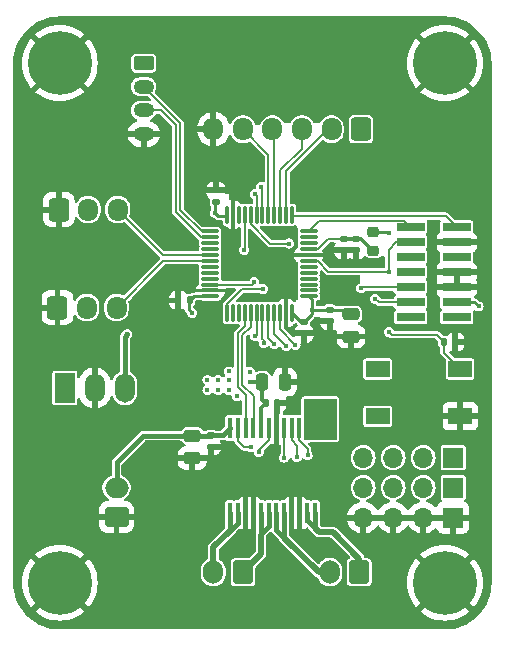
<source format=gtl>
G04 #@! TF.GenerationSoftware,KiCad,Pcbnew,8.0.8*
G04 #@! TF.CreationDate,2025-02-05T20:31:25+01:00*
G04 #@! TF.ProjectId,Janus_finalV,4a616e75-735f-4666-996e-616c562e6b69,rev?*
G04 #@! TF.SameCoordinates,Original*
G04 #@! TF.FileFunction,Copper,L1,Top*
G04 #@! TF.FilePolarity,Positive*
%FSLAX46Y46*%
G04 Gerber Fmt 4.6, Leading zero omitted, Abs format (unit mm)*
G04 Created by KiCad (PCBNEW 8.0.8) date 2025-02-05 20:31:25*
%MOMM*%
%LPD*%
G01*
G04 APERTURE LIST*
G04 Aperture macros list*
%AMRoundRect*
0 Rectangle with rounded corners*
0 $1 Rounding radius*
0 $2 $3 $4 $5 $6 $7 $8 $9 X,Y pos of 4 corners*
0 Add a 4 corners polygon primitive as box body*
4,1,4,$2,$3,$4,$5,$6,$7,$8,$9,$2,$3,0*
0 Add four circle primitives for the rounded corners*
1,1,$1+$1,$2,$3*
1,1,$1+$1,$4,$5*
1,1,$1+$1,$6,$7*
1,1,$1+$1,$8,$9*
0 Add four rect primitives between the rounded corners*
20,1,$1+$1,$2,$3,$4,$5,0*
20,1,$1+$1,$4,$5,$6,$7,0*
20,1,$1+$1,$6,$7,$8,$9,0*
20,1,$1+$1,$8,$9,$2,$3,0*%
G04 Aperture macros list end*
G04 #@! TA.AperFunction,ComponentPad*
%ADD10R,1.700000X1.700000*%
G04 #@! TD*
G04 #@! TA.AperFunction,ComponentPad*
%ADD11O,1.700000X1.700000*%
G04 #@! TD*
G04 #@! TA.AperFunction,ComponentPad*
%ADD12C,5.400000*%
G04 #@! TD*
G04 #@! TA.AperFunction,SMDPad,CuDef*
%ADD13RoundRect,0.140000X-0.140000X-0.170000X0.140000X-0.170000X0.140000X0.170000X-0.140000X0.170000X0*%
G04 #@! TD*
G04 #@! TA.AperFunction,SMDPad,CuDef*
%ADD14R,2.400000X0.740000*%
G04 #@! TD*
G04 #@! TA.AperFunction,ComponentPad*
%ADD15RoundRect,0.250000X-0.625000X0.350000X-0.625000X-0.350000X0.625000X-0.350000X0.625000X0.350000X0*%
G04 #@! TD*
G04 #@! TA.AperFunction,ComponentPad*
%ADD16O,1.750000X1.200000*%
G04 #@! TD*
G04 #@! TA.AperFunction,SMDPad,CuDef*
%ADD17R,2.000000X1.400000*%
G04 #@! TD*
G04 #@! TA.AperFunction,SMDPad,CuDef*
%ADD18RoundRect,0.218750X0.256250X-0.218750X0.256250X0.218750X-0.256250X0.218750X-0.256250X-0.218750X0*%
G04 #@! TD*
G04 #@! TA.AperFunction,ComponentPad*
%ADD19R,1.700000X2.500000*%
G04 #@! TD*
G04 #@! TA.AperFunction,ComponentPad*
%ADD20O,1.700000X2.500000*%
G04 #@! TD*
G04 #@! TA.AperFunction,SMDPad,CuDef*
%ADD21RoundRect,0.140000X-0.170000X0.140000X-0.170000X-0.140000X0.170000X-0.140000X0.170000X0.140000X0*%
G04 #@! TD*
G04 #@! TA.AperFunction,SMDPad,CuDef*
%ADD22RoundRect,0.250000X-0.250000X-0.475000X0.250000X-0.475000X0.250000X0.475000X-0.250000X0.475000X0*%
G04 #@! TD*
G04 #@! TA.AperFunction,SMDPad,CuDef*
%ADD23R,0.450000X1.750000*%
G04 #@! TD*
G04 #@! TA.AperFunction,ComponentPad*
%ADD24RoundRect,0.250000X-0.600000X-0.725000X0.600000X-0.725000X0.600000X0.725000X-0.600000X0.725000X0*%
G04 #@! TD*
G04 #@! TA.AperFunction,ComponentPad*
%ADD25O,1.700000X1.950000*%
G04 #@! TD*
G04 #@! TA.AperFunction,SMDPad,CuDef*
%ADD26RoundRect,0.140000X0.170000X-0.140000X0.170000X0.140000X-0.170000X0.140000X-0.170000X-0.140000X0*%
G04 #@! TD*
G04 #@! TA.AperFunction,SMDPad,CuDef*
%ADD27RoundRect,0.250000X-0.475000X0.250000X-0.475000X-0.250000X0.475000X-0.250000X0.475000X0.250000X0*%
G04 #@! TD*
G04 #@! TA.AperFunction,SMDPad,CuDef*
%ADD28RoundRect,0.140000X0.140000X0.170000X-0.140000X0.170000X-0.140000X-0.170000X0.140000X-0.170000X0*%
G04 #@! TD*
G04 #@! TA.AperFunction,SMDPad,CuDef*
%ADD29RoundRect,0.075000X0.662500X0.075000X-0.662500X0.075000X-0.662500X-0.075000X0.662500X-0.075000X0*%
G04 #@! TD*
G04 #@! TA.AperFunction,SMDPad,CuDef*
%ADD30RoundRect,0.075000X0.075000X0.662500X-0.075000X0.662500X-0.075000X-0.662500X0.075000X-0.662500X0*%
G04 #@! TD*
G04 #@! TA.AperFunction,ComponentPad*
%ADD31RoundRect,0.250000X0.600000X0.725000X-0.600000X0.725000X-0.600000X-0.725000X0.600000X-0.725000X0*%
G04 #@! TD*
G04 #@! TA.AperFunction,ComponentPad*
%ADD32RoundRect,0.250000X0.600000X0.750000X-0.600000X0.750000X-0.600000X-0.750000X0.600000X-0.750000X0*%
G04 #@! TD*
G04 #@! TA.AperFunction,ComponentPad*
%ADD33O,1.700000X2.000000*%
G04 #@! TD*
G04 #@! TA.AperFunction,ComponentPad*
%ADD34RoundRect,0.250000X0.750000X-0.600000X0.750000X0.600000X-0.750000X0.600000X-0.750000X-0.600000X0*%
G04 #@! TD*
G04 #@! TA.AperFunction,ComponentPad*
%ADD35O,2.000000X1.700000*%
G04 #@! TD*
G04 #@! TA.AperFunction,ViaPad*
%ADD36C,0.450000*%
G04 #@! TD*
G04 #@! TA.AperFunction,Conductor*
%ADD37C,0.400000*%
G04 #@! TD*
G04 #@! TA.AperFunction,Conductor*
%ADD38C,0.300000*%
G04 #@! TD*
G04 #@! TA.AperFunction,Conductor*
%ADD39C,0.250000*%
G04 #@! TD*
G04 #@! TA.AperFunction,Conductor*
%ADD40C,0.200000*%
G04 #@! TD*
G04 #@! TA.AperFunction,Conductor*
%ADD41C,0.500000*%
G04 #@! TD*
G04 APERTURE END LIST*
D10*
X147700000Y-80080000D03*
D11*
X145160000Y-80080000D03*
X142620000Y-80080000D03*
X140080000Y-80080000D03*
D12*
X147000000Y-85600000D03*
D13*
X146920000Y-65200000D03*
X147880000Y-65200000D03*
D14*
X148000000Y-63110000D03*
X144100000Y-63110000D03*
X148000000Y-61840000D03*
X144100000Y-61840000D03*
X148000000Y-60570000D03*
X144100000Y-60570000D03*
X148000000Y-59300000D03*
X144100000Y-59300000D03*
X148000000Y-58030000D03*
X144100000Y-58030000D03*
X148000000Y-56760000D03*
X144100000Y-56760000D03*
X148000000Y-55490000D03*
X144100000Y-55490000D03*
D15*
X121500000Y-41600000D03*
D16*
X121500000Y-43600000D03*
X121500000Y-45600000D03*
X121500000Y-47600000D03*
D10*
X147700000Y-77540000D03*
D11*
X145160000Y-77540000D03*
X142620000Y-77540000D03*
X140080000Y-77540000D03*
D17*
X148300000Y-71500000D03*
X141300000Y-71500000D03*
X148300000Y-67500000D03*
X141300000Y-67500000D03*
D18*
X140950000Y-57487500D03*
X140950000Y-55912500D03*
D19*
X114820000Y-69100000D03*
D20*
X117360000Y-69100000D03*
X119900000Y-69100000D03*
D21*
X137250000Y-62470000D03*
X137250000Y-63430000D03*
D12*
X114400000Y-41600000D03*
D21*
X135100000Y-63520000D03*
X135100000Y-64480000D03*
D22*
X131550000Y-68600000D03*
X133450000Y-68600000D03*
D23*
X128825000Y-79700000D03*
X129475000Y-79700000D03*
X130125000Y-79700000D03*
X130775000Y-79700000D03*
X131425000Y-79700000D03*
X132075000Y-79700000D03*
X132725000Y-79700000D03*
X133375000Y-79700000D03*
X134025000Y-79700000D03*
X134675000Y-79700000D03*
X135325000Y-79700000D03*
X135975000Y-79700000D03*
X135975000Y-72500000D03*
X135325000Y-72500000D03*
X134675000Y-72500000D03*
X134025000Y-72500000D03*
X133375000Y-72500000D03*
X132725000Y-72500000D03*
X132075000Y-72500000D03*
X131425000Y-72500000D03*
X130775000Y-72500000D03*
X130125000Y-72500000D03*
X129475000Y-72500000D03*
X128825000Y-72500000D03*
D24*
X114200000Y-62300000D03*
D25*
X116700000Y-62300000D03*
X119200000Y-62300000D03*
D21*
X139500000Y-56470000D03*
X139500000Y-57430000D03*
D24*
X114300000Y-54000000D03*
D25*
X116800000Y-54000000D03*
X119300000Y-54000000D03*
D10*
X147700000Y-75000000D03*
D11*
X145160000Y-75000000D03*
X142620000Y-75000000D03*
X140080000Y-75000000D03*
D21*
X127200000Y-73120000D03*
X127200000Y-74080000D03*
D13*
X131820000Y-70400000D03*
X132780000Y-70400000D03*
D12*
X147000000Y-41600000D03*
D26*
X127600000Y-53330000D03*
X127600000Y-52370000D03*
D27*
X125600000Y-73150000D03*
X125600000Y-75050000D03*
D28*
X125380000Y-61700000D03*
X124420000Y-61700000D03*
D29*
X135462500Y-61350000D03*
X135462500Y-60850000D03*
X135462500Y-60350000D03*
X135462500Y-59850000D03*
X135462500Y-59350000D03*
X135462500Y-58850000D03*
X135462500Y-58350000D03*
X135462500Y-57850000D03*
X135462500Y-57350000D03*
X135462500Y-56850000D03*
X135462500Y-56350000D03*
X135462500Y-55850000D03*
D30*
X134050000Y-54437500D03*
X133550000Y-54437500D03*
X133050000Y-54437500D03*
X132550000Y-54437500D03*
X132050000Y-54437500D03*
X131550000Y-54437500D03*
X131050000Y-54437500D03*
X130550000Y-54437500D03*
X130050000Y-54437500D03*
X129550000Y-54437500D03*
X129050000Y-54437500D03*
X128550000Y-54437500D03*
D29*
X127137500Y-55850000D03*
X127137500Y-56350000D03*
X127137500Y-56850000D03*
X127137500Y-57350000D03*
X127137500Y-57850000D03*
X127137500Y-58350000D03*
X127137500Y-58850000D03*
X127137500Y-59350000D03*
X127137500Y-59850000D03*
X127137500Y-60350000D03*
X127137500Y-60850000D03*
X127137500Y-61350000D03*
D30*
X128550000Y-62762500D03*
X129050000Y-62762500D03*
X129550000Y-62762500D03*
X130050000Y-62762500D03*
X130550000Y-62762500D03*
X131050000Y-62762500D03*
X131550000Y-62762500D03*
X132050000Y-62762500D03*
X132550000Y-62762500D03*
X133050000Y-62762500D03*
X133550000Y-62762500D03*
X134050000Y-62762500D03*
D12*
X114400000Y-85600000D03*
D31*
X139900000Y-47200000D03*
D25*
X137400000Y-47200000D03*
X134900000Y-47200000D03*
X132400000Y-47200000D03*
X129900000Y-47200000D03*
X127400000Y-47200000D03*
D21*
X138450000Y-56470000D03*
X138450000Y-57430000D03*
D27*
X139050000Y-62850000D03*
X139050000Y-64750000D03*
D32*
X129900000Y-84700000D03*
D33*
X127400000Y-84700000D03*
D34*
X119200000Y-80050000D03*
D35*
X119200000Y-77550000D03*
D32*
X139750000Y-84700000D03*
D33*
X137250000Y-84700000D03*
D36*
X150500000Y-71240000D03*
X150500000Y-61080000D03*
X125300000Y-69300000D03*
X123550000Y-57100000D03*
X132170000Y-39400000D03*
X134710000Y-41940000D03*
X124550000Y-39400000D03*
X129400000Y-71100000D03*
X135870000Y-89150000D03*
X128700000Y-60950000D03*
X118090000Y-89150000D03*
X113350000Y-48050000D03*
X133340000Y-87280000D03*
X110950000Y-53110000D03*
X120630000Y-89150000D03*
X130800000Y-87280000D03*
X138500000Y-70600000D03*
X110950000Y-55650000D03*
X122020000Y-38000000D03*
X134720000Y-38000000D03*
X130500000Y-65800000D03*
X123550000Y-59000000D03*
X129630000Y-44480000D03*
X117680000Y-74040000D03*
X149020000Y-64750000D03*
X115890000Y-48050000D03*
X129000000Y-77050000D03*
X137050000Y-74700000D03*
X122300000Y-74460000D03*
X112650000Y-64350000D03*
X112600000Y-74040000D03*
X130790000Y-89150000D03*
X130530000Y-51640000D03*
X135880000Y-87280000D03*
X123500000Y-47400000D03*
X115140000Y-81330000D03*
X136300000Y-82800000D03*
X125450000Y-49100000D03*
X110950000Y-75970000D03*
X122300000Y-64500000D03*
X128750000Y-74050000D03*
X144880000Y-38000000D03*
X150500000Y-68700000D03*
X142350000Y-41950000D03*
X139790000Y-41940000D03*
X123180000Y-87280000D03*
X137250000Y-44480000D03*
X136000000Y-49450000D03*
X134100000Y-59400000D03*
X118430000Y-48040000D03*
X138410000Y-89150000D03*
X124840000Y-71920000D03*
X122300000Y-71920000D03*
X112650000Y-66890000D03*
X131540000Y-77050000D03*
X137250000Y-39400000D03*
X125720000Y-84740000D03*
X150500000Y-73780000D03*
X115040000Y-56300000D03*
X118430000Y-50580000D03*
X150500000Y-81400000D03*
X149450000Y-82650000D03*
X150500000Y-43300000D03*
X110950000Y-83590000D03*
X144500000Y-67840000D03*
X123500000Y-52480000D03*
X150500000Y-76320000D03*
X147430000Y-51980000D03*
X130450000Y-75100000D03*
X112600000Y-78790000D03*
X136100000Y-63600000D03*
X144450000Y-82200000D03*
X117730000Y-66890000D03*
X150500000Y-78860000D03*
X134650000Y-68450000D03*
X113350000Y-50590000D03*
X139800000Y-38000000D03*
X126980000Y-76550000D03*
X118100000Y-87280000D03*
X110950000Y-78510000D03*
X129100000Y-82800000D03*
X118430000Y-45500000D03*
X150500000Y-50920000D03*
X118100000Y-84740000D03*
X110950000Y-63270000D03*
X110950000Y-45490000D03*
X110950000Y-60730000D03*
X142350000Y-49440000D03*
X116940000Y-38000000D03*
X127100000Y-38000000D03*
X134080000Y-77050000D03*
X117580000Y-56300000D03*
X141380000Y-84680000D03*
X142350000Y-44450000D03*
X110950000Y-58190000D03*
X122300000Y-60200000D03*
X118100000Y-82200000D03*
X144890000Y-51980000D03*
X134050000Y-64200000D03*
X129630000Y-41940000D03*
X123170000Y-89150000D03*
X139000000Y-58650000D03*
X120640000Y-82200000D03*
X110950000Y-70890000D03*
X150500000Y-83940000D03*
X115040000Y-58840000D03*
X122300000Y-66840000D03*
X125720000Y-82200000D03*
X127090000Y-41940000D03*
X141350000Y-89150000D03*
X128900000Y-65500000D03*
X128900000Y-66500000D03*
X125720000Y-87280000D03*
X150500000Y-56000000D03*
X141500000Y-58550000D03*
X110950000Y-81050000D03*
X123180000Y-84740000D03*
X115890000Y-45500000D03*
X117580000Y-58840000D03*
X130530000Y-49100000D03*
X127090000Y-44480000D03*
X135150000Y-84700000D03*
X118400000Y-39400000D03*
X120120000Y-56300000D03*
X146030000Y-89150000D03*
X121750000Y-73950000D03*
X133700000Y-83250000D03*
X128700000Y-56800000D03*
X112500000Y-58840000D03*
X144890000Y-49440000D03*
X115190000Y-66890000D03*
X113350000Y-45500000D03*
X120640000Y-84740000D03*
X125710000Y-89150000D03*
X142600000Y-53800000D03*
X144890000Y-46900000D03*
X124440000Y-76550000D03*
X132100000Y-61500000D03*
X126980000Y-79090000D03*
X137200000Y-57400000D03*
X150500000Y-45840000D03*
X124250000Y-55250000D03*
X129650000Y-74550000D03*
X125450000Y-51640000D03*
X138540000Y-49450000D03*
X135100000Y-81700000D03*
X121850000Y-55450000D03*
X132600000Y-57400000D03*
X124550000Y-41940000D03*
X137250000Y-64700000D03*
X137750000Y-58650000D03*
X139790000Y-44480000D03*
X118400000Y-41940000D03*
X144500000Y-72920000D03*
X129640000Y-38000000D03*
X122300000Y-58050000D03*
X147430000Y-49440000D03*
X142350000Y-39400000D03*
X134710000Y-39400000D03*
X150500000Y-48380000D03*
X130100000Y-59700000D03*
X127090000Y-39400000D03*
X134650000Y-69500000D03*
X124440000Y-79090000D03*
X122300000Y-69800000D03*
X115890000Y-50590000D03*
X145900000Y-56700000D03*
X123500000Y-73950000D03*
X137000000Y-69400000D03*
X115550000Y-89150000D03*
X144500000Y-70380000D03*
X120600000Y-61850000D03*
X134000000Y-70200000D03*
X123500000Y-49940000D03*
X142340000Y-38000000D03*
X150500000Y-63620000D03*
X150500000Y-53460000D03*
X115140000Y-78790000D03*
X137000000Y-53900000D03*
X124560000Y-38000000D03*
X131100000Y-61500000D03*
X115140000Y-76250000D03*
X127990000Y-49100000D03*
X133330000Y-89150000D03*
X134100000Y-55800000D03*
X119480000Y-38000000D03*
X110950000Y-65810000D03*
X128260000Y-87280000D03*
X110950000Y-68350000D03*
X132180000Y-38000000D03*
X120000000Y-75900000D03*
X134900000Y-53900000D03*
X110950000Y-50570000D03*
X112600000Y-71500000D03*
X141380000Y-87220000D03*
X125350000Y-60650000D03*
X134000000Y-71000000D03*
X120800000Y-74900000D03*
X147430000Y-46900000D03*
X137750000Y-82800000D03*
X125750000Y-57050000D03*
X130500000Y-66650000D03*
X115140000Y-71500000D03*
X138500000Y-72600000D03*
X124550000Y-44480000D03*
X120640000Y-87280000D03*
X124650000Y-59000000D03*
X128700000Y-58300000D03*
X130200000Y-81900000D03*
X134600000Y-50800000D03*
X115190000Y-64350000D03*
X112600000Y-81330000D03*
X123180000Y-82200000D03*
X150500000Y-58540000D03*
X128700000Y-59700000D03*
X121900000Y-79090000D03*
X128250000Y-89150000D03*
X132350000Y-81900000D03*
X141900000Y-82150000D03*
X117730000Y-64350000D03*
X142350000Y-46900000D03*
X130100000Y-61500000D03*
X127380000Y-71920000D03*
X126650000Y-62100000D03*
X133450000Y-67250000D03*
X115140000Y-74040000D03*
X144000000Y-64000000D03*
X134100000Y-61100000D03*
X143490000Y-89150000D03*
X132600000Y-55800000D03*
X141400000Y-64750000D03*
X142350000Y-51980000D03*
X121900000Y-76550000D03*
X132170000Y-44480000D03*
X137250000Y-41940000D03*
X132170000Y-41940000D03*
X129630000Y-39400000D03*
X117680000Y-71500000D03*
X120120000Y-58840000D03*
X138420000Y-87280000D03*
X110950000Y-48030000D03*
X110950000Y-42950000D03*
X150500000Y-66160000D03*
X112500000Y-56300000D03*
X134710000Y-44480000D03*
X137260000Y-38000000D03*
X125850000Y-59000000D03*
X136620000Y-77050000D03*
X112600000Y-76250000D03*
X139790000Y-39400000D03*
X140400000Y-58600000D03*
X144500000Y-65300000D03*
X110950000Y-73430000D03*
X125300000Y-68400000D03*
X120100000Y-64550000D03*
X127800000Y-69300000D03*
X135750000Y-62500000D03*
X129400000Y-69800000D03*
X127800000Y-68400000D03*
X126900000Y-69300000D03*
X130500000Y-67750000D03*
X128700000Y-69300000D03*
X126900000Y-68400000D03*
X142300000Y-55950000D03*
X128700000Y-68400000D03*
X127550000Y-54300000D03*
X130500001Y-68600001D03*
X149850000Y-62200000D03*
X125600000Y-62750000D03*
X128700000Y-67700000D03*
X137000000Y-72400000D03*
X137000000Y-73100000D03*
X137000000Y-70300000D03*
X137000000Y-71000000D03*
X137000000Y-71700000D03*
X142250000Y-59300000D03*
X142250000Y-64350000D03*
X133553652Y-65526383D03*
X134471232Y-74971232D03*
X130950000Y-64726818D03*
X130550000Y-74100000D03*
X132571082Y-65392343D03*
X133400000Y-75000000D03*
X131235996Y-74511598D03*
X131655548Y-65325339D03*
X134350000Y-65450000D03*
X135380853Y-74804075D03*
X139925735Y-60674265D03*
X131600000Y-60700000D03*
X130850934Y-60150000D03*
X141100000Y-61550000D03*
X130000000Y-57400000D03*
X130950000Y-52700000D03*
X131450000Y-52075499D03*
X133800000Y-56875000D03*
D37*
X120100000Y-64550000D02*
X119900000Y-64750000D01*
X119900000Y-64750000D02*
X119900000Y-69100000D01*
D38*
X130500001Y-68600001D02*
X131549999Y-68600001D01*
D39*
X125380000Y-61700000D02*
X125730000Y-61350000D01*
X134807500Y-63520000D02*
X134050000Y-62762500D01*
X142300000Y-55950000D02*
X142262500Y-55912500D01*
D38*
X131550000Y-68600000D02*
X131550000Y-70130000D01*
X131425000Y-70795000D02*
X131425000Y-72500000D01*
D39*
X127550000Y-53380000D02*
X127600000Y-53330000D01*
D38*
X131550000Y-70130000D02*
X131820000Y-70400000D01*
D39*
X125600000Y-62750000D02*
X125300000Y-62450000D01*
X135750000Y-62870000D02*
X135100000Y-63520000D01*
X135750000Y-62500000D02*
X135750000Y-61637500D01*
X127800000Y-54550000D02*
X128437500Y-54550000D01*
X142262500Y-55912500D02*
X140950000Y-55912500D01*
X149850000Y-62200000D02*
X149490000Y-61840000D01*
X137220000Y-62500000D02*
X137250000Y-62470000D01*
X125730000Y-61350000D02*
X127137500Y-61350000D01*
X127550000Y-54300000D02*
X127800000Y-54550000D01*
X135750000Y-62500000D02*
X137220000Y-62500000D01*
X138670000Y-62470000D02*
X139050000Y-62850000D01*
X135750000Y-61637500D02*
X135462500Y-61350000D01*
X135100000Y-63520000D02*
X134807500Y-63520000D01*
X149490000Y-61840000D02*
X148000000Y-61840000D01*
X127550000Y-54300000D02*
X127550000Y-53380000D01*
X125300000Y-62450000D02*
X125300000Y-61780000D01*
X135750000Y-62500000D02*
X135750000Y-62870000D01*
X125300000Y-61780000D02*
X125380000Y-61700000D01*
X128437500Y-54550000D02*
X128550000Y-54437500D01*
D38*
X131549999Y-68600001D02*
X131550000Y-68600000D01*
X131820000Y-70400000D02*
X131425000Y-70795000D01*
D39*
X137250000Y-62470000D02*
X138670000Y-62470000D01*
D37*
X127170000Y-73150000D02*
X127200000Y-73120000D01*
X125600000Y-73150000D02*
X127170000Y-73150000D01*
X119200000Y-75400000D02*
X121450000Y-73150000D01*
X128205000Y-73120000D02*
X128825000Y-72500000D01*
X127200000Y-73120000D02*
X128205000Y-73120000D01*
X119200000Y-77550000D02*
X119200000Y-75400000D01*
X121450000Y-73150000D02*
X125600000Y-73150000D01*
D40*
X146920000Y-65200000D02*
X146920000Y-66120000D01*
X142200000Y-59250000D02*
X137132410Y-59250000D01*
X146320000Y-64600000D02*
X146920000Y-65200000D01*
X142250000Y-57400000D02*
X142890000Y-56760000D01*
X137132410Y-59250000D02*
X136232410Y-58350000D01*
X142890000Y-56760000D02*
X144100000Y-56760000D01*
X136232410Y-58350000D02*
X135462500Y-58350000D01*
X146920000Y-66120000D02*
X148300000Y-67500000D01*
X142250000Y-59300000D02*
X142200000Y-59250000D01*
X142250000Y-59300000D02*
X142250000Y-57400000D01*
X142500000Y-64600000D02*
X146320000Y-64600000D01*
X142250000Y-64350000D02*
X142500000Y-64600000D01*
D38*
X138450000Y-56470000D02*
X139500000Y-56470000D01*
D40*
X137112410Y-56470000D02*
X138450000Y-56470000D01*
X135462500Y-57350000D02*
X136232410Y-57350000D01*
X136232410Y-57350000D02*
X137112410Y-56470000D01*
D38*
X139932500Y-56470000D02*
X140950000Y-57487500D01*
X139500000Y-56470000D02*
X139932500Y-56470000D01*
D40*
X130050000Y-62762500D02*
X130050000Y-63884314D01*
X130125000Y-69709925D02*
X130125000Y-72500000D01*
X130050000Y-63884314D02*
X129450000Y-64484314D01*
X129450000Y-69034925D02*
X130125000Y-69709925D01*
X129450000Y-64484314D02*
X129450000Y-69034925D01*
X134471232Y-74971232D02*
X134471232Y-73996232D01*
X134471232Y-73996232D02*
X134025000Y-73550000D01*
X133553652Y-65526383D02*
X132550000Y-64522731D01*
X134025000Y-73550000D02*
X134025000Y-72500000D01*
X132550000Y-64522731D02*
X132550000Y-62762500D01*
D37*
X132725000Y-79700000D02*
X132725000Y-81125000D01*
D41*
X133375000Y-81775000D02*
X136300000Y-84700000D01*
X136300000Y-84700000D02*
X137250000Y-84700000D01*
D37*
X133375000Y-79700000D02*
X133375000Y-81775000D01*
X132725000Y-81125000D02*
X133375000Y-81775000D01*
X129475000Y-80525000D02*
X128825000Y-81175000D01*
D41*
X127400000Y-82600000D02*
X127400000Y-84700000D01*
D37*
X128825000Y-81175000D02*
X128825000Y-79700000D01*
X129475000Y-79700000D02*
X129475000Y-80525000D01*
D41*
X128825000Y-81175000D02*
X127400000Y-82600000D01*
D37*
X135325000Y-79700000D02*
X135325000Y-80275000D01*
X135975000Y-79700000D02*
X135975000Y-80925000D01*
D41*
X139750000Y-83550000D02*
X139750000Y-84700000D01*
X136350000Y-81300000D02*
X137500000Y-81300000D01*
X137500000Y-81300000D02*
X139750000Y-83550000D01*
D37*
X135325000Y-80275000D02*
X135975000Y-80925000D01*
D41*
X135975000Y-80925000D02*
X136350000Y-81300000D01*
D40*
X131050000Y-64626818D02*
X131050000Y-62762500D01*
X130550000Y-74100000D02*
X130000000Y-74100000D01*
X130950000Y-64726818D02*
X131050000Y-64626818D01*
X129475000Y-73575000D02*
X129475000Y-72500000D01*
X130000000Y-74100000D02*
X129475000Y-73575000D01*
X129850000Y-68869239D02*
X129850000Y-64650000D01*
X130800000Y-69819239D02*
X129850000Y-68869239D01*
X130800000Y-72475000D02*
X130800000Y-69819239D01*
X129850000Y-64650000D02*
X130550000Y-63950000D01*
X130775000Y-72500000D02*
X130800000Y-72475000D01*
X130550000Y-63950000D02*
X130550000Y-62762500D01*
X132571082Y-65392343D02*
X132050000Y-64871261D01*
X133375000Y-73575000D02*
X133375000Y-72500000D01*
X132050000Y-64871261D02*
X132050000Y-62762500D01*
X133400000Y-73600000D02*
X133375000Y-73575000D01*
X133400000Y-75000000D02*
X133400000Y-73600000D01*
D37*
X131425000Y-81525000D02*
X131425000Y-79700000D01*
D41*
X131425000Y-83175000D02*
X129900000Y-84700000D01*
D37*
X131425000Y-81475000D02*
X131425000Y-81525000D01*
X132075000Y-79700000D02*
X132075000Y-80825000D01*
X132075000Y-80825000D02*
X131425000Y-81475000D01*
D41*
X131425000Y-81525000D02*
X131425000Y-83175000D01*
D40*
X131655548Y-65042495D02*
X131550000Y-64936947D01*
X131235996Y-74511598D02*
X131235996Y-74389004D01*
X131550000Y-64936947D02*
X131550000Y-62762500D01*
X131655548Y-65325339D02*
X131655548Y-65042495D01*
X132075000Y-73550000D02*
X132075000Y-72500000D01*
X131235996Y-74389004D02*
X132075000Y-73550000D01*
X135380853Y-74804075D02*
X135380853Y-74255853D01*
X133052319Y-62764819D02*
X133050000Y-62762500D01*
X133052319Y-64152319D02*
X133052319Y-62764819D01*
X134675000Y-73550000D02*
X134675000Y-72500000D01*
X135380853Y-74255853D02*
X134675000Y-73550000D01*
X134350000Y-65450000D02*
X133052319Y-64152319D01*
X127137500Y-55850000D02*
X126433276Y-55850000D01*
X126433276Y-55850000D02*
X124600000Y-54016724D01*
X124600000Y-46700000D02*
X121500000Y-43600000D01*
X124600000Y-54016724D02*
X124600000Y-46700000D01*
X124200000Y-46865686D02*
X124200000Y-54182410D01*
X124200000Y-54182410D02*
X126367590Y-56350000D01*
X121500000Y-45600000D02*
X122934314Y-45600000D01*
X126367590Y-56350000D02*
X127137500Y-56350000D01*
X122934314Y-45600000D02*
X124200000Y-46865686D01*
X123150000Y-58350000D02*
X119200000Y-62300000D01*
X127137500Y-58350000D02*
X123150000Y-58350000D01*
X127137500Y-57850000D02*
X123150000Y-57850000D01*
X123150000Y-57850000D02*
X119300000Y-54000000D01*
X128550000Y-62762500D02*
X128550000Y-61992590D01*
X128817590Y-61725000D02*
X128825000Y-61725000D01*
X140030000Y-60570000D02*
X144100000Y-60570000D01*
X131550000Y-60750000D02*
X131600000Y-60700000D01*
X128550000Y-61992590D02*
X128817590Y-61725000D01*
X129800000Y-60750000D02*
X131550000Y-60750000D01*
X128825000Y-61725000D02*
X129800000Y-60750000D01*
X139925735Y-60674265D02*
X140030000Y-60570000D01*
X130650934Y-60350000D02*
X127137500Y-60350000D01*
X141390000Y-61840000D02*
X144100000Y-61840000D01*
X141100000Y-61550000D02*
X141390000Y-61840000D01*
X130850934Y-60150000D02*
X130650934Y-60350000D01*
X136362500Y-54950000D02*
X135462500Y-55850000D01*
X144100000Y-55490000D02*
X143560000Y-54950000D01*
X143560000Y-54950000D02*
X136362500Y-54950000D01*
X134162500Y-54550000D02*
X147060000Y-54550000D01*
X147060000Y-54550000D02*
X148000000Y-55490000D01*
X134050000Y-54437500D02*
X134162500Y-54550000D01*
X133050000Y-50684314D02*
X133050000Y-54437500D01*
X134900000Y-48834314D02*
X133050000Y-50684314D01*
X134900000Y-47200000D02*
X134900000Y-48834314D01*
X132050000Y-54437500D02*
X132050000Y-49350000D01*
X132050000Y-49350000D02*
X129900000Y-47200000D01*
X137100000Y-47200000D02*
X133550000Y-50750000D01*
X137400000Y-47200000D02*
X137100000Y-47200000D01*
X133550000Y-50750000D02*
X133550000Y-54437500D01*
X132400000Y-47200000D02*
X132550000Y-47350000D01*
X132550000Y-47350000D02*
X132550000Y-54437500D01*
X130050000Y-57350000D02*
X130050000Y-54437500D01*
X130000000Y-57400000D02*
X130050000Y-57350000D01*
X131050000Y-52800000D02*
X131050000Y-54437500D01*
X130950000Y-52700000D02*
X131050000Y-52800000D01*
X131550000Y-52175499D02*
X131550000Y-54437500D01*
X131450000Y-52075499D02*
X131550000Y-52175499D01*
X130550000Y-55207410D02*
X130550000Y-54437500D01*
X132217590Y-56875000D02*
X130550000Y-55207410D01*
X133800000Y-56875000D02*
X132217590Y-56875000D01*
G04 #@! TA.AperFunction,Conductor*
G36*
X137793039Y-70019685D02*
G01*
X137838794Y-70072489D01*
X137850000Y-70124000D01*
X137850000Y-73376000D01*
X137830315Y-73443039D01*
X137777511Y-73488794D01*
X137726000Y-73500000D01*
X135224500Y-73500000D01*
X135157461Y-73480315D01*
X135111706Y-73427511D01*
X135100500Y-73376000D01*
X135100500Y-71605249D01*
X135100499Y-71605247D01*
X135088868Y-71546773D01*
X135088867Y-71546772D01*
X135088867Y-71546769D01*
X135070897Y-71519876D01*
X135050020Y-71453199D01*
X135050000Y-71450986D01*
X135050000Y-70124000D01*
X135069685Y-70056961D01*
X135122489Y-70011206D01*
X135174000Y-70000000D01*
X137726000Y-70000000D01*
X137793039Y-70019685D01*
G37*
G04 #@! TD.AperFunction*
G04 #@! TA.AperFunction,Conductor*
G36*
X142154075Y-79887007D02*
G01*
X142120000Y-80014174D01*
X142120000Y-80145826D01*
X142154075Y-80272993D01*
X142186988Y-80330000D01*
X140513012Y-80330000D01*
X140545925Y-80272993D01*
X140580000Y-80145826D01*
X140580000Y-80014174D01*
X140545925Y-79887007D01*
X140513012Y-79830000D01*
X142186988Y-79830000D01*
X142154075Y-79887007D01*
G37*
G04 #@! TD.AperFunction*
G04 #@! TA.AperFunction,Conductor*
G36*
X144694075Y-79887007D02*
G01*
X144660000Y-80014174D01*
X144660000Y-80145826D01*
X144694075Y-80272993D01*
X144726988Y-80330000D01*
X143053012Y-80330000D01*
X143085925Y-80272993D01*
X143120000Y-80145826D01*
X143120000Y-80014174D01*
X143085925Y-79887007D01*
X143053012Y-79830000D01*
X144726988Y-79830000D01*
X144694075Y-79887007D01*
G37*
G04 #@! TD.AperFunction*
G04 #@! TA.AperFunction,Conductor*
G36*
X147234075Y-79887007D02*
G01*
X147200000Y-80014174D01*
X147200000Y-80145826D01*
X147234075Y-80272993D01*
X147266988Y-80330000D01*
X145593012Y-80330000D01*
X145625925Y-80272993D01*
X145660000Y-80145826D01*
X145660000Y-80014174D01*
X145625925Y-79887007D01*
X145593012Y-79830000D01*
X147266988Y-79830000D01*
X147234075Y-79887007D01*
G37*
G04 #@! TD.AperFunction*
G04 #@! TA.AperFunction,Conductor*
G36*
X147002855Y-37650632D02*
G01*
X147358697Y-37667083D01*
X147370086Y-37668139D01*
X147720051Y-37716957D01*
X147731295Y-37719059D01*
X148075261Y-37799959D01*
X148086251Y-37803086D01*
X148421306Y-37915385D01*
X148431960Y-37919513D01*
X148755209Y-38062241D01*
X148765436Y-38067333D01*
X149006689Y-38201710D01*
X149074131Y-38239275D01*
X149083869Y-38245304D01*
X149331757Y-38415112D01*
X149375374Y-38444990D01*
X149384511Y-38451890D01*
X149656356Y-38677626D01*
X149664820Y-38685343D01*
X149914656Y-38935179D01*
X149922373Y-38943643D01*
X150148107Y-39215485D01*
X150155009Y-39224625D01*
X150354695Y-39516130D01*
X150360724Y-39525868D01*
X150532659Y-39834550D01*
X150537764Y-39844803D01*
X150680481Y-40168026D01*
X150684619Y-40178706D01*
X150796909Y-40513735D01*
X150800043Y-40524751D01*
X150880938Y-40868696D01*
X150883043Y-40879955D01*
X150931859Y-41229905D01*
X150932916Y-41241309D01*
X150949368Y-41597144D01*
X150949500Y-41602871D01*
X150949500Y-85597128D01*
X150949368Y-85602855D01*
X150932916Y-85958690D01*
X150931859Y-85970094D01*
X150883043Y-86320044D01*
X150880938Y-86331303D01*
X150800043Y-86675248D01*
X150796909Y-86686264D01*
X150684619Y-87021293D01*
X150680481Y-87031973D01*
X150537764Y-87355196D01*
X150532659Y-87365449D01*
X150360724Y-87674131D01*
X150354695Y-87683869D01*
X150155009Y-87975374D01*
X150148107Y-87984514D01*
X149922373Y-88256356D01*
X149914656Y-88264820D01*
X149664820Y-88514656D01*
X149656356Y-88522373D01*
X149384514Y-88748107D01*
X149375374Y-88755009D01*
X149083869Y-88954695D01*
X149074131Y-88960724D01*
X148765449Y-89132659D01*
X148755196Y-89137764D01*
X148431973Y-89280481D01*
X148421293Y-89284619D01*
X148086264Y-89396909D01*
X148075248Y-89400043D01*
X147731303Y-89480938D01*
X147720044Y-89483043D01*
X147370094Y-89531859D01*
X147358690Y-89532916D01*
X147002855Y-89549368D01*
X146997128Y-89549500D01*
X114402872Y-89549500D01*
X114397145Y-89549368D01*
X114041309Y-89532916D01*
X114029905Y-89531859D01*
X113679955Y-89483043D01*
X113668696Y-89480938D01*
X113324751Y-89400043D01*
X113313735Y-89396909D01*
X112978706Y-89284619D01*
X112968026Y-89280481D01*
X112644803Y-89137764D01*
X112634555Y-89132661D01*
X112534830Y-89077115D01*
X112325868Y-88960724D01*
X112316130Y-88954695D01*
X112024625Y-88755009D01*
X112015485Y-88748107D01*
X111743643Y-88522373D01*
X111735179Y-88514656D01*
X111485343Y-88264820D01*
X111477626Y-88256356D01*
X111251892Y-87984514D01*
X111244990Y-87975374D01*
X111045304Y-87683869D01*
X111039275Y-87674131D01*
X110997041Y-87598306D01*
X110867333Y-87365436D01*
X110862241Y-87355209D01*
X110719513Y-87031960D01*
X110715385Y-87021306D01*
X110603086Y-86686251D01*
X110599959Y-86675261D01*
X110519059Y-86331295D01*
X110516956Y-86320044D01*
X110516000Y-86313194D01*
X110468139Y-85970086D01*
X110467083Y-85958690D01*
X110462526Y-85860131D01*
X110450632Y-85602855D01*
X110450566Y-85600000D01*
X111194958Y-85600000D01*
X111215110Y-85958846D01*
X111215112Y-85958858D01*
X111275314Y-86313185D01*
X111275316Y-86313194D01*
X111374812Y-86658552D01*
X111512353Y-86990609D01*
X111512355Y-86990613D01*
X111686215Y-87305189D01*
X111686218Y-87305194D01*
X111894193Y-87598306D01*
X111966843Y-87679601D01*
X113284728Y-86361716D01*
X113370278Y-86479466D01*
X113520534Y-86629722D01*
X113638281Y-86715270D01*
X112320397Y-88033155D01*
X112401693Y-88105806D01*
X112694805Y-88313781D01*
X112694810Y-88313784D01*
X113009386Y-88487644D01*
X113009390Y-88487646D01*
X113341447Y-88625187D01*
X113686805Y-88724683D01*
X113686814Y-88724685D01*
X114041141Y-88784887D01*
X114041153Y-88784889D01*
X114400000Y-88805041D01*
X114758846Y-88784889D01*
X114758858Y-88784887D01*
X115113185Y-88724685D01*
X115113194Y-88724683D01*
X115458552Y-88625187D01*
X115790609Y-88487646D01*
X115790613Y-88487644D01*
X116105189Y-88313784D01*
X116105194Y-88313781D01*
X116398306Y-88105806D01*
X116479601Y-88033155D01*
X115161717Y-86715270D01*
X115279466Y-86629722D01*
X115429722Y-86479466D01*
X115515270Y-86361717D01*
X116833155Y-87679601D01*
X116905806Y-87598306D01*
X117113781Y-87305194D01*
X117113784Y-87305189D01*
X117287644Y-86990613D01*
X117287646Y-86990609D01*
X117425187Y-86658552D01*
X117524683Y-86313194D01*
X117524685Y-86313185D01*
X117584887Y-85958858D01*
X117584889Y-85958846D01*
X117605041Y-85600000D01*
X117584889Y-85241153D01*
X117584887Y-85241141D01*
X117524685Y-84886814D01*
X117524683Y-84886805D01*
X117425187Y-84541447D01*
X117385872Y-84446530D01*
X126349500Y-84446530D01*
X126349500Y-84953469D01*
X126389868Y-85156412D01*
X126389870Y-85156420D01*
X126469058Y-85347596D01*
X126584024Y-85519657D01*
X126730342Y-85665975D01*
X126730345Y-85665977D01*
X126902402Y-85780941D01*
X127093580Y-85860130D01*
X127282187Y-85897646D01*
X127296530Y-85900499D01*
X127296534Y-85900500D01*
X127296535Y-85900500D01*
X127503466Y-85900500D01*
X127503467Y-85900499D01*
X127706420Y-85860130D01*
X127897598Y-85780941D01*
X128069655Y-85665977D01*
X128215977Y-85519655D01*
X128330941Y-85347598D01*
X128410130Y-85156420D01*
X128450500Y-84953465D01*
X128450500Y-84446535D01*
X128410130Y-84243580D01*
X128330941Y-84052402D01*
X128226257Y-83895730D01*
X128849500Y-83895730D01*
X128849500Y-85504269D01*
X128852353Y-85534699D01*
X128852353Y-85534701D01*
X128897206Y-85662880D01*
X128897207Y-85662882D01*
X128977850Y-85772150D01*
X129087118Y-85852793D01*
X129108089Y-85860131D01*
X129215299Y-85897646D01*
X129245730Y-85900500D01*
X129245734Y-85900500D01*
X130554270Y-85900500D01*
X130584699Y-85897646D01*
X130584701Y-85897646D01*
X130648790Y-85875219D01*
X130712882Y-85852793D01*
X130822150Y-85772150D01*
X130902793Y-85662882D01*
X130940252Y-85555830D01*
X130947646Y-85534701D01*
X130947646Y-85534699D01*
X130950500Y-85504269D01*
X130950500Y-84337965D01*
X130970185Y-84270926D01*
X130986819Y-84250284D01*
X131356762Y-83880341D01*
X131785490Y-83451614D01*
X131844799Y-83348887D01*
X131851285Y-83324675D01*
X131851286Y-83324675D01*
X131851286Y-83324671D01*
X131875500Y-83234309D01*
X131875500Y-81642255D01*
X131895185Y-81575216D01*
X131911819Y-81554574D01*
X132042797Y-81423596D01*
X132177136Y-81289256D01*
X132238457Y-81255773D01*
X132308148Y-81260757D01*
X132364082Y-81302628D01*
X132372201Y-81314937D01*
X132394428Y-81353433D01*
X132404520Y-81370913D01*
X132404522Y-81370915D01*
X132921716Y-81888109D01*
X132953808Y-81943691D01*
X132955199Y-81948884D01*
X132955200Y-81948886D01*
X132955201Y-81948887D01*
X133014511Y-82051614D01*
X136023386Y-85060490D01*
X136126113Y-85119799D01*
X136150322Y-85126285D01*
X136150326Y-85126287D01*
X136150327Y-85126287D01*
X136177943Y-85133687D01*
X136237603Y-85170052D01*
X136260409Y-85206007D01*
X136319058Y-85347597D01*
X136434024Y-85519657D01*
X136580342Y-85665975D01*
X136580345Y-85665977D01*
X136752402Y-85780941D01*
X136943580Y-85860130D01*
X137132187Y-85897646D01*
X137146530Y-85900499D01*
X137146534Y-85900500D01*
X137146535Y-85900500D01*
X137353466Y-85900500D01*
X137353467Y-85900499D01*
X137556420Y-85860130D01*
X137747598Y-85780941D01*
X137919655Y-85665977D01*
X138065977Y-85519655D01*
X138180941Y-85347598D01*
X138260130Y-85156420D01*
X138300500Y-84953465D01*
X138300500Y-84446535D01*
X138260130Y-84243580D01*
X138180941Y-84052402D01*
X138065977Y-83880345D01*
X138065975Y-83880342D01*
X137919657Y-83734024D01*
X137833626Y-83676541D01*
X137747598Y-83619059D01*
X137700499Y-83599550D01*
X137556420Y-83539870D01*
X137556412Y-83539868D01*
X137353469Y-83499500D01*
X137353465Y-83499500D01*
X137146535Y-83499500D01*
X137146530Y-83499500D01*
X136943587Y-83539868D01*
X136943579Y-83539870D01*
X136752403Y-83619058D01*
X136580342Y-83734024D01*
X136434025Y-83880341D01*
X136434022Y-83880345D01*
X136391164Y-83944487D01*
X136337552Y-83989292D01*
X136268227Y-83997999D01*
X136205199Y-83967844D01*
X136200381Y-83963277D01*
X133811819Y-81574715D01*
X133778334Y-81513392D01*
X133775500Y-81487034D01*
X133775500Y-81150862D01*
X133795185Y-81083823D01*
X133800000Y-81077847D01*
X133800000Y-81075000D01*
X134250000Y-81075000D01*
X134297821Y-81075000D01*
X134297831Y-81074999D01*
X134336742Y-81070815D01*
X134363258Y-81070815D01*
X134402168Y-81074999D01*
X134402179Y-81075000D01*
X134450000Y-81075000D01*
X134450000Y-78804262D01*
X134899500Y-78804262D01*
X134899500Y-80595747D01*
X134900000Y-80605915D01*
X134900000Y-81075000D01*
X134947828Y-81075000D01*
X134947844Y-81074999D01*
X135007372Y-81068598D01*
X135007379Y-81068596D01*
X135142086Y-81018354D01*
X135142088Y-81018353D01*
X135261879Y-80928678D01*
X135327343Y-80904261D01*
X135395616Y-80919112D01*
X135423871Y-80940264D01*
X135521716Y-81038109D01*
X135553808Y-81093691D01*
X135555199Y-81098884D01*
X135555200Y-81098886D01*
X135566298Y-81118108D01*
X135614511Y-81201614D01*
X136073386Y-81660489D01*
X136176113Y-81719799D01*
X136200321Y-81726284D01*
X136200324Y-81726286D01*
X136200325Y-81726286D01*
X136230447Y-81734357D01*
X136290691Y-81750500D01*
X137262035Y-81750500D01*
X137329074Y-81770185D01*
X137349716Y-81786819D01*
X138934760Y-83371863D01*
X138968245Y-83433186D01*
X138963261Y-83502878D01*
X138921389Y-83558811D01*
X138920713Y-83559314D01*
X138827850Y-83627850D01*
X138747207Y-83737117D01*
X138747206Y-83737119D01*
X138702353Y-83865298D01*
X138702353Y-83865300D01*
X138699500Y-83895730D01*
X138699500Y-85504269D01*
X138702353Y-85534699D01*
X138702353Y-85534701D01*
X138747206Y-85662880D01*
X138747207Y-85662882D01*
X138827850Y-85772150D01*
X138937118Y-85852793D01*
X138958089Y-85860131D01*
X139065299Y-85897646D01*
X139095730Y-85900500D01*
X139095734Y-85900500D01*
X140404270Y-85900500D01*
X140434699Y-85897646D01*
X140434701Y-85897646D01*
X140498790Y-85875219D01*
X140562882Y-85852793D01*
X140672150Y-85772150D01*
X140752793Y-85662882D01*
X140774796Y-85600000D01*
X143794958Y-85600000D01*
X143815110Y-85958846D01*
X143815112Y-85958858D01*
X143875314Y-86313185D01*
X143875316Y-86313194D01*
X143974812Y-86658552D01*
X144112353Y-86990609D01*
X144112355Y-86990613D01*
X144286215Y-87305189D01*
X144286218Y-87305194D01*
X144494193Y-87598306D01*
X144566843Y-87679601D01*
X145884728Y-86361716D01*
X145970278Y-86479466D01*
X146120534Y-86629722D01*
X146238281Y-86715270D01*
X144920397Y-88033155D01*
X145001693Y-88105806D01*
X145294805Y-88313781D01*
X145294810Y-88313784D01*
X145609386Y-88487644D01*
X145609390Y-88487646D01*
X145941447Y-88625187D01*
X146286805Y-88724683D01*
X146286814Y-88724685D01*
X146641141Y-88784887D01*
X146641153Y-88784889D01*
X147000000Y-88805041D01*
X147358846Y-88784889D01*
X147358858Y-88784887D01*
X147713185Y-88724685D01*
X147713194Y-88724683D01*
X148058552Y-88625187D01*
X148390609Y-88487646D01*
X148390613Y-88487644D01*
X148705189Y-88313784D01*
X148705194Y-88313781D01*
X148998306Y-88105806D01*
X149079601Y-88033155D01*
X147761717Y-86715270D01*
X147879466Y-86629722D01*
X148029722Y-86479466D01*
X148115270Y-86361717D01*
X149433155Y-87679601D01*
X149505806Y-87598306D01*
X149713781Y-87305194D01*
X149713784Y-87305189D01*
X149887644Y-86990613D01*
X149887646Y-86990609D01*
X150025187Y-86658552D01*
X150124683Y-86313194D01*
X150124685Y-86313185D01*
X150184887Y-85958858D01*
X150184889Y-85958846D01*
X150205041Y-85600000D01*
X150184889Y-85241153D01*
X150184887Y-85241141D01*
X150124685Y-84886814D01*
X150124683Y-84886805D01*
X150025187Y-84541447D01*
X149887646Y-84209390D01*
X149887644Y-84209386D01*
X149713784Y-83894810D01*
X149713781Y-83894805D01*
X149505806Y-83601693D01*
X149433155Y-83520397D01*
X148115270Y-84838281D01*
X148029722Y-84720534D01*
X147879466Y-84570278D01*
X147761717Y-84484728D01*
X149079602Y-83166843D01*
X148998306Y-83094193D01*
X148705194Y-82886218D01*
X148705189Y-82886215D01*
X148390613Y-82712355D01*
X148390609Y-82712353D01*
X148058552Y-82574812D01*
X147713194Y-82475316D01*
X147713185Y-82475314D01*
X147358858Y-82415112D01*
X147358846Y-82415110D01*
X147000000Y-82394958D01*
X146641153Y-82415110D01*
X146641141Y-82415112D01*
X146286814Y-82475314D01*
X146286805Y-82475316D01*
X145941447Y-82574812D01*
X145609390Y-82712353D01*
X145609386Y-82712355D01*
X145294810Y-82886215D01*
X145294805Y-82886218D01*
X145001693Y-83094194D01*
X145001685Y-83094199D01*
X144920397Y-83166842D01*
X144920397Y-83166843D01*
X146238282Y-84484728D01*
X146120534Y-84570278D01*
X145970278Y-84720534D01*
X145884728Y-84838282D01*
X144566843Y-83520397D01*
X144566842Y-83520397D01*
X144494199Y-83601685D01*
X144494194Y-83601693D01*
X144286218Y-83894805D01*
X144286215Y-83894810D01*
X144112355Y-84209386D01*
X144112353Y-84209390D01*
X143974812Y-84541447D01*
X143875316Y-84886805D01*
X143875314Y-84886814D01*
X143815112Y-85241141D01*
X143815110Y-85241153D01*
X143794958Y-85600000D01*
X140774796Y-85600000D01*
X140790252Y-85555830D01*
X140797646Y-85534701D01*
X140797646Y-85534699D01*
X140800500Y-85504269D01*
X140800500Y-83895730D01*
X140797646Y-83865300D01*
X140797646Y-83865298D01*
X140752793Y-83737119D01*
X140752792Y-83737117D01*
X140672150Y-83627850D01*
X140562882Y-83547207D01*
X140562880Y-83547206D01*
X140434700Y-83502353D01*
X140404270Y-83499500D01*
X140404266Y-83499500D01*
X140298008Y-83499500D01*
X140230969Y-83479815D01*
X140185214Y-83427011D01*
X140178235Y-83407598D01*
X140169799Y-83376114D01*
X140140095Y-83324664D01*
X140110494Y-83273393D01*
X140110488Y-83273385D01*
X137776616Y-80939513D01*
X137776614Y-80939511D01*
X137673887Y-80880201D01*
X137673884Y-80880199D01*
X137644300Y-80872273D01*
X137644299Y-80872272D01*
X137644299Y-80872273D01*
X137601803Y-80860886D01*
X137559309Y-80849500D01*
X137559308Y-80849500D01*
X136587965Y-80849500D01*
X136520926Y-80829815D01*
X136500284Y-80813181D01*
X136427681Y-80740578D01*
X136394196Y-80679255D01*
X136393745Y-80628707D01*
X136400500Y-80594748D01*
X136400500Y-79829999D01*
X138749364Y-79829999D01*
X138749364Y-79830000D01*
X139646988Y-79830000D01*
X139614075Y-79887007D01*
X139580000Y-80014174D01*
X139580000Y-80145826D01*
X139614075Y-80272993D01*
X139646988Y-80330000D01*
X138749364Y-80330000D01*
X138806567Y-80543486D01*
X138806570Y-80543492D01*
X138906399Y-80757578D01*
X139041894Y-80951082D01*
X139208917Y-81118105D01*
X139402421Y-81253600D01*
X139616507Y-81353429D01*
X139616516Y-81353433D01*
X139830000Y-81410634D01*
X139830000Y-80513012D01*
X139887007Y-80545925D01*
X140014174Y-80580000D01*
X140145826Y-80580000D01*
X140272993Y-80545925D01*
X140330000Y-80513012D01*
X140330000Y-81410633D01*
X140543483Y-81353433D01*
X140543492Y-81353429D01*
X140757578Y-81253600D01*
X140951082Y-81118105D01*
X141118105Y-80951082D01*
X141248425Y-80764968D01*
X141303002Y-80721344D01*
X141372501Y-80714151D01*
X141434855Y-80745673D01*
X141451575Y-80764968D01*
X141581894Y-80951082D01*
X141748917Y-81118105D01*
X141942421Y-81253600D01*
X142156507Y-81353429D01*
X142156516Y-81353433D01*
X142370000Y-81410634D01*
X142370000Y-80513012D01*
X142427007Y-80545925D01*
X142554174Y-80580000D01*
X142685826Y-80580000D01*
X142812993Y-80545925D01*
X142870000Y-80513012D01*
X142870000Y-81410633D01*
X143083483Y-81353433D01*
X143083492Y-81353429D01*
X143297578Y-81253600D01*
X143491082Y-81118105D01*
X143658105Y-80951082D01*
X143788425Y-80764968D01*
X143843002Y-80721344D01*
X143912501Y-80714151D01*
X143974855Y-80745673D01*
X143991575Y-80764968D01*
X144121894Y-80951082D01*
X144288917Y-81118105D01*
X144482421Y-81253600D01*
X144696507Y-81353429D01*
X144696516Y-81353433D01*
X144910000Y-81410634D01*
X144910000Y-80513012D01*
X144967007Y-80545925D01*
X145094174Y-80580000D01*
X145225826Y-80580000D01*
X145352993Y-80545925D01*
X145410000Y-80513012D01*
X145410000Y-81410633D01*
X145623483Y-81353433D01*
X145623492Y-81353429D01*
X145837578Y-81253600D01*
X146031078Y-81118108D01*
X146153521Y-80995665D01*
X146214844Y-80962180D01*
X146284536Y-80967164D01*
X146340470Y-81009035D01*
X146357385Y-81040013D01*
X146406645Y-81172086D01*
X146406649Y-81172093D01*
X146492809Y-81287187D01*
X146492812Y-81287190D01*
X146607906Y-81373350D01*
X146607913Y-81373354D01*
X146742620Y-81423596D01*
X146742627Y-81423598D01*
X146802155Y-81429999D01*
X146802172Y-81430000D01*
X147450000Y-81430000D01*
X147450000Y-80513012D01*
X147507007Y-80545925D01*
X147634174Y-80580000D01*
X147765826Y-80580000D01*
X147892993Y-80545925D01*
X147950000Y-80513012D01*
X147950000Y-81430000D01*
X148597828Y-81430000D01*
X148597844Y-81429999D01*
X148657372Y-81423598D01*
X148657379Y-81423596D01*
X148792086Y-81373354D01*
X148792093Y-81373350D01*
X148907187Y-81287190D01*
X148907190Y-81287187D01*
X148993350Y-81172093D01*
X148993354Y-81172086D01*
X149043596Y-81037379D01*
X149043598Y-81037372D01*
X149049999Y-80977844D01*
X149050000Y-80977827D01*
X149050000Y-80330000D01*
X148133012Y-80330000D01*
X148165925Y-80272993D01*
X148200000Y-80145826D01*
X148200000Y-80014174D01*
X148165925Y-79887007D01*
X148133012Y-79830000D01*
X149050000Y-79830000D01*
X149050000Y-79182172D01*
X149049999Y-79182155D01*
X149043598Y-79122627D01*
X149043596Y-79122620D01*
X148993354Y-78987913D01*
X148993350Y-78987906D01*
X148907190Y-78872812D01*
X148907187Y-78872809D01*
X148792093Y-78786649D01*
X148792087Y-78786646D01*
X148714381Y-78757663D01*
X148658448Y-78715791D01*
X148634031Y-78650327D01*
X148648883Y-78582054D01*
X148688826Y-78538377D01*
X148694552Y-78534552D01*
X148738867Y-78468231D01*
X148738867Y-78468229D01*
X148738868Y-78468229D01*
X148750499Y-78409752D01*
X148750500Y-78409750D01*
X148750500Y-76670249D01*
X148750499Y-76670247D01*
X148738868Y-76611770D01*
X148738867Y-76611769D01*
X148694552Y-76545447D01*
X148628230Y-76501132D01*
X148628229Y-76501131D01*
X148569752Y-76489500D01*
X148569748Y-76489500D01*
X146830252Y-76489500D01*
X146830247Y-76489500D01*
X146771770Y-76501131D01*
X146771769Y-76501132D01*
X146705447Y-76545447D01*
X146661132Y-76611769D01*
X146661131Y-76611770D01*
X146649500Y-76670247D01*
X146649500Y-78409752D01*
X146661131Y-78468229D01*
X146661132Y-78468230D01*
X146705447Y-78534552D01*
X146711175Y-78538379D01*
X146755980Y-78591991D01*
X146764687Y-78661316D01*
X146734533Y-78724343D01*
X146685618Y-78757662D01*
X146607917Y-78786643D01*
X146607906Y-78786649D01*
X146492812Y-78872809D01*
X146492809Y-78872812D01*
X146406649Y-78987906D01*
X146406646Y-78987911D01*
X146357385Y-79119987D01*
X146315513Y-79175920D01*
X146250049Y-79200337D01*
X146181776Y-79185485D01*
X146153522Y-79164334D01*
X146031082Y-79041894D01*
X145837578Y-78906399D01*
X145623492Y-78806570D01*
X145623486Y-78806567D01*
X145501349Y-78773841D01*
X145441689Y-78737476D01*
X145411160Y-78674629D01*
X145419455Y-78605253D01*
X145463940Y-78551375D01*
X145497444Y-78535407D01*
X145563954Y-78515232D01*
X145746450Y-78417685D01*
X145906410Y-78286410D01*
X146037685Y-78126450D01*
X146135232Y-77943954D01*
X146195300Y-77745934D01*
X146215583Y-77540000D01*
X146195300Y-77334066D01*
X146135232Y-77136046D01*
X146037685Y-76953550D01*
X145977605Y-76880342D01*
X145906410Y-76793589D01*
X145756121Y-76670252D01*
X145746450Y-76662315D01*
X145563954Y-76564768D01*
X145365934Y-76504700D01*
X145365932Y-76504699D01*
X145365934Y-76504699D01*
X145160000Y-76484417D01*
X144954067Y-76504699D01*
X144756043Y-76564769D01*
X144645898Y-76623643D01*
X144573550Y-76662315D01*
X144573548Y-76662316D01*
X144573547Y-76662317D01*
X144413589Y-76793589D01*
X144282317Y-76953547D01*
X144184769Y-77136043D01*
X144124699Y-77334067D01*
X144104417Y-77540000D01*
X144124699Y-77745932D01*
X144124700Y-77745934D01*
X144184768Y-77943954D01*
X144282315Y-78126450D01*
X144282317Y-78126452D01*
X144413589Y-78286410D01*
X144460612Y-78325000D01*
X144573550Y-78417685D01*
X144756046Y-78515232D01*
X144822551Y-78535405D01*
X144880989Y-78573702D01*
X144909446Y-78637514D01*
X144898887Y-78706581D01*
X144852663Y-78758975D01*
X144818650Y-78773841D01*
X144696514Y-78806567D01*
X144696507Y-78806570D01*
X144482422Y-78906399D01*
X144482420Y-78906400D01*
X144288926Y-79041886D01*
X144288920Y-79041891D01*
X144121891Y-79208920D01*
X144121890Y-79208922D01*
X143991575Y-79395031D01*
X143936998Y-79438655D01*
X143867499Y-79445848D01*
X143805145Y-79414326D01*
X143788425Y-79395031D01*
X143658109Y-79208922D01*
X143658108Y-79208920D01*
X143491082Y-79041894D01*
X143297578Y-78906399D01*
X143083492Y-78806570D01*
X143083486Y-78806567D01*
X142961349Y-78773841D01*
X142901689Y-78737476D01*
X142871160Y-78674629D01*
X142879455Y-78605253D01*
X142923940Y-78551375D01*
X142957444Y-78535407D01*
X143023954Y-78515232D01*
X143206450Y-78417685D01*
X143366410Y-78286410D01*
X143497685Y-78126450D01*
X143595232Y-77943954D01*
X143655300Y-77745934D01*
X143675583Y-77540000D01*
X143655300Y-77334066D01*
X143595232Y-77136046D01*
X143497685Y-76953550D01*
X143437605Y-76880342D01*
X143366410Y-76793589D01*
X143216121Y-76670252D01*
X143206450Y-76662315D01*
X143023954Y-76564768D01*
X142825934Y-76504700D01*
X142825932Y-76504699D01*
X142825934Y-76504699D01*
X142620000Y-76484417D01*
X142414067Y-76504699D01*
X142216043Y-76564769D01*
X142105898Y-76623643D01*
X142033550Y-76662315D01*
X142033548Y-76662316D01*
X142033547Y-76662317D01*
X141873589Y-76793589D01*
X141742317Y-76953547D01*
X141644769Y-77136043D01*
X141584699Y-77334067D01*
X141564417Y-77540000D01*
X141584699Y-77745932D01*
X141584700Y-77745934D01*
X141644768Y-77943954D01*
X141742315Y-78126450D01*
X141742317Y-78126452D01*
X141873589Y-78286410D01*
X141920612Y-78325000D01*
X142033550Y-78417685D01*
X142216046Y-78515232D01*
X142282551Y-78535405D01*
X142340989Y-78573702D01*
X142369446Y-78637514D01*
X142358887Y-78706581D01*
X142312663Y-78758975D01*
X142278650Y-78773841D01*
X142156514Y-78806567D01*
X142156507Y-78806570D01*
X141942422Y-78906399D01*
X141942420Y-78906400D01*
X141748926Y-79041886D01*
X141748920Y-79041891D01*
X141581891Y-79208920D01*
X141581890Y-79208922D01*
X141451575Y-79395031D01*
X141396998Y-79438655D01*
X141327499Y-79445848D01*
X141265145Y-79414326D01*
X141248425Y-79395031D01*
X141118109Y-79208922D01*
X141118108Y-79208920D01*
X140951082Y-79041894D01*
X140757578Y-78906399D01*
X140543492Y-78806570D01*
X140543486Y-78806567D01*
X140421349Y-78773841D01*
X140361689Y-78737476D01*
X140331160Y-78674629D01*
X140339455Y-78605253D01*
X140383940Y-78551375D01*
X140417444Y-78535407D01*
X140483954Y-78515232D01*
X140666450Y-78417685D01*
X140826410Y-78286410D01*
X140957685Y-78126450D01*
X141055232Y-77943954D01*
X141115300Y-77745934D01*
X141135583Y-77540000D01*
X141115300Y-77334066D01*
X141055232Y-77136046D01*
X140957685Y-76953550D01*
X140897605Y-76880342D01*
X140826410Y-76793589D01*
X140676121Y-76670252D01*
X140666450Y-76662315D01*
X140483954Y-76564768D01*
X140285934Y-76504700D01*
X140285932Y-76504699D01*
X140285934Y-76504699D01*
X140080000Y-76484417D01*
X139874067Y-76504699D01*
X139676043Y-76564769D01*
X139565898Y-76623643D01*
X139493550Y-76662315D01*
X139493548Y-76662316D01*
X139493547Y-76662317D01*
X139333589Y-76793589D01*
X139202317Y-76953547D01*
X139104769Y-77136043D01*
X139044699Y-77334067D01*
X139024417Y-77540000D01*
X139044699Y-77745932D01*
X139044700Y-77745934D01*
X139104768Y-77943954D01*
X139202315Y-78126450D01*
X139202317Y-78126452D01*
X139333589Y-78286410D01*
X139380612Y-78325000D01*
X139493550Y-78417685D01*
X139676046Y-78515232D01*
X139742551Y-78535405D01*
X139800989Y-78573702D01*
X139829446Y-78637514D01*
X139818887Y-78706581D01*
X139772663Y-78758975D01*
X139738650Y-78773841D01*
X139616514Y-78806567D01*
X139616507Y-78806570D01*
X139402422Y-78906399D01*
X139402420Y-78906400D01*
X139208926Y-79041886D01*
X139208920Y-79041891D01*
X139041891Y-79208920D01*
X139041886Y-79208926D01*
X138906400Y-79402420D01*
X138906399Y-79402422D01*
X138806570Y-79616507D01*
X138806567Y-79616513D01*
X138749364Y-79829999D01*
X136400500Y-79829999D01*
X136400500Y-78805252D01*
X136400500Y-78805249D01*
X136400499Y-78805247D01*
X136388868Y-78746770D01*
X136388867Y-78746769D01*
X136344552Y-78680447D01*
X136278230Y-78636132D01*
X136278229Y-78636131D01*
X136219752Y-78624500D01*
X136219748Y-78624500D01*
X135730252Y-78624500D01*
X135674190Y-78635651D01*
X135625810Y-78635651D01*
X135569748Y-78624500D01*
X135436556Y-78624500D01*
X135369517Y-78604815D01*
X135337290Y-78574811D01*
X135257190Y-78467812D01*
X135257187Y-78467809D01*
X135142093Y-78381649D01*
X135142086Y-78381645D01*
X135007379Y-78331403D01*
X135007372Y-78331401D01*
X134947844Y-78325000D01*
X134900000Y-78325000D01*
X134900000Y-78794084D01*
X134899500Y-78804262D01*
X134450000Y-78804262D01*
X134450000Y-78325000D01*
X134402164Y-78325000D01*
X134363252Y-78329183D01*
X134336748Y-78329183D01*
X134297835Y-78325000D01*
X134250000Y-78325000D01*
X134250000Y-81075000D01*
X133800000Y-81075000D01*
X133800000Y-80605915D01*
X133800500Y-80595747D01*
X133800500Y-78804262D01*
X133800000Y-78794084D01*
X133800000Y-78325000D01*
X133752155Y-78325000D01*
X133692627Y-78331401D01*
X133692620Y-78331403D01*
X133557913Y-78381645D01*
X133557906Y-78381649D01*
X133442812Y-78467809D01*
X133442809Y-78467812D01*
X133362710Y-78574811D01*
X133306777Y-78616682D01*
X133263444Y-78624500D01*
X133130252Y-78624500D01*
X133074190Y-78635651D01*
X133025810Y-78635651D01*
X132969748Y-78624500D01*
X132480252Y-78624500D01*
X132424190Y-78635651D01*
X132375810Y-78635651D01*
X132319748Y-78624500D01*
X131830252Y-78624500D01*
X131774190Y-78635651D01*
X131725810Y-78635651D01*
X131669748Y-78624500D01*
X131536556Y-78624500D01*
X131469517Y-78604815D01*
X131437290Y-78574811D01*
X131357190Y-78467812D01*
X131357187Y-78467809D01*
X131242093Y-78381649D01*
X131242086Y-78381645D01*
X131107379Y-78331403D01*
X131107372Y-78331401D01*
X131047844Y-78325000D01*
X131000000Y-78325000D01*
X131000000Y-78794084D01*
X130999500Y-78804262D01*
X130999500Y-80595747D01*
X131000000Y-80605915D01*
X131000000Y-81084825D01*
X131021666Y-81124504D01*
X131024500Y-81150862D01*
X131024500Y-81284461D01*
X131007889Y-81346458D01*
X131005202Y-81351111D01*
X131005201Y-81351112D01*
X130994914Y-81389505D01*
X130974500Y-81465691D01*
X130974500Y-81465693D01*
X130974500Y-82937034D01*
X130954815Y-83004073D01*
X130938181Y-83024715D01*
X130499715Y-83463181D01*
X130438392Y-83496666D01*
X130412034Y-83499500D01*
X129245730Y-83499500D01*
X129215300Y-83502353D01*
X129215298Y-83502353D01*
X129087119Y-83547206D01*
X129087117Y-83547207D01*
X128977850Y-83627850D01*
X128897207Y-83737117D01*
X128897206Y-83737119D01*
X128852353Y-83865298D01*
X128852353Y-83865300D01*
X128849500Y-83895730D01*
X128226257Y-83895730D01*
X128215977Y-83880345D01*
X128215975Y-83880342D01*
X128069655Y-83734022D01*
X127905609Y-83624411D01*
X127860804Y-83570799D01*
X127850500Y-83521309D01*
X127850500Y-82837965D01*
X127870185Y-82770926D01*
X127886819Y-82750284D01*
X128313720Y-82323383D01*
X129185489Y-81451614D01*
X129221347Y-81389506D01*
X129244796Y-81348891D01*
X129244796Y-81348890D01*
X129244798Y-81348887D01*
X129246187Y-81343699D01*
X129278280Y-81288111D01*
X129521540Y-81044852D01*
X129582860Y-81011369D01*
X129652552Y-81016353D01*
X129792623Y-81068597D01*
X129792627Y-81068598D01*
X129852155Y-81074999D01*
X129852172Y-81075000D01*
X129900000Y-81075000D01*
X130350000Y-81075000D01*
X130397821Y-81075000D01*
X130397831Y-81074999D01*
X130436742Y-81070815D01*
X130463258Y-81070815D01*
X130502168Y-81074999D01*
X130502179Y-81075000D01*
X130550000Y-81075000D01*
X130550000Y-78325000D01*
X130502164Y-78325000D01*
X130463252Y-78329183D01*
X130436748Y-78329183D01*
X130397835Y-78325000D01*
X130350000Y-78325000D01*
X130350000Y-81075000D01*
X129900000Y-81075000D01*
X129900000Y-80605915D01*
X129900500Y-80595747D01*
X129900500Y-78804262D01*
X129900000Y-78794084D01*
X129900000Y-78325000D01*
X129852155Y-78325000D01*
X129792627Y-78331401D01*
X129792620Y-78331403D01*
X129657913Y-78381645D01*
X129657906Y-78381649D01*
X129542812Y-78467809D01*
X129542809Y-78467812D01*
X129462710Y-78574811D01*
X129406777Y-78616682D01*
X129363444Y-78624500D01*
X129230252Y-78624500D01*
X129174190Y-78635651D01*
X129125810Y-78635651D01*
X129069748Y-78624500D01*
X128580252Y-78624500D01*
X128580247Y-78624500D01*
X128521770Y-78636131D01*
X128521769Y-78636132D01*
X128455447Y-78680447D01*
X128411132Y-78746769D01*
X128411131Y-78746770D01*
X128399500Y-78805247D01*
X128399500Y-80594752D01*
X128411130Y-80653223D01*
X128415059Y-80662706D01*
X128424500Y-80710165D01*
X128424500Y-80887035D01*
X128404815Y-80954074D01*
X128388181Y-80974716D01*
X127039513Y-82323383D01*
X127039509Y-82323389D01*
X126980201Y-82426112D01*
X126980200Y-82426117D01*
X126949500Y-82540691D01*
X126949500Y-83521309D01*
X126929815Y-83588348D01*
X126894391Y-83624411D01*
X126730344Y-83734022D01*
X126584024Y-83880342D01*
X126469058Y-84052403D01*
X126389870Y-84243579D01*
X126389868Y-84243587D01*
X126349500Y-84446530D01*
X117385872Y-84446530D01*
X117287646Y-84209390D01*
X117287644Y-84209386D01*
X117113784Y-83894810D01*
X117113781Y-83894805D01*
X116905806Y-83601693D01*
X116833155Y-83520397D01*
X115515270Y-84838281D01*
X115429722Y-84720534D01*
X115279466Y-84570278D01*
X115161717Y-84484728D01*
X116479602Y-83166843D01*
X116398306Y-83094193D01*
X116105194Y-82886218D01*
X116105189Y-82886215D01*
X115790613Y-82712355D01*
X115790609Y-82712353D01*
X115458552Y-82574812D01*
X115113194Y-82475316D01*
X115113185Y-82475314D01*
X114758858Y-82415112D01*
X114758846Y-82415110D01*
X114400000Y-82394958D01*
X114041153Y-82415110D01*
X114041141Y-82415112D01*
X113686814Y-82475314D01*
X113686805Y-82475316D01*
X113341447Y-82574812D01*
X113009390Y-82712353D01*
X113009386Y-82712355D01*
X112694810Y-82886215D01*
X112694805Y-82886218D01*
X112401693Y-83094194D01*
X112401685Y-83094199D01*
X112320397Y-83166842D01*
X112320397Y-83166843D01*
X113638282Y-84484728D01*
X113520534Y-84570278D01*
X113370278Y-84720534D01*
X113284728Y-84838282D01*
X111966843Y-83520397D01*
X111966842Y-83520397D01*
X111894199Y-83601685D01*
X111894194Y-83601693D01*
X111686218Y-83894805D01*
X111686215Y-83894810D01*
X111512355Y-84209386D01*
X111512353Y-84209390D01*
X111374812Y-84541447D01*
X111275316Y-84886805D01*
X111275314Y-84886814D01*
X111215112Y-85241141D01*
X111215110Y-85241153D01*
X111194958Y-85600000D01*
X110450566Y-85600000D01*
X110450500Y-85597128D01*
X110450500Y-79400013D01*
X117700000Y-79400013D01*
X117700000Y-79800000D01*
X118766988Y-79800000D01*
X118734075Y-79857007D01*
X118700000Y-79984174D01*
X118700000Y-80115826D01*
X118734075Y-80242993D01*
X118766988Y-80300000D01*
X117700001Y-80300000D01*
X117700001Y-80699986D01*
X117710494Y-80802697D01*
X117765641Y-80969119D01*
X117765643Y-80969124D01*
X117857684Y-81118345D01*
X117981654Y-81242315D01*
X118130875Y-81334356D01*
X118130880Y-81334358D01*
X118297302Y-81389505D01*
X118297309Y-81389506D01*
X118400019Y-81399999D01*
X118949999Y-81399999D01*
X118950000Y-81399998D01*
X118950000Y-80483012D01*
X119007007Y-80515925D01*
X119134174Y-80550000D01*
X119265826Y-80550000D01*
X119392993Y-80515925D01*
X119450000Y-80483012D01*
X119450000Y-81399999D01*
X119999972Y-81399999D01*
X119999986Y-81399998D01*
X120102697Y-81389505D01*
X120269119Y-81334358D01*
X120269124Y-81334356D01*
X120418345Y-81242315D01*
X120542315Y-81118345D01*
X120634356Y-80969124D01*
X120634358Y-80969119D01*
X120689505Y-80802697D01*
X120689506Y-80802690D01*
X120699999Y-80699986D01*
X120700000Y-80699973D01*
X120700000Y-80300000D01*
X119633012Y-80300000D01*
X119665925Y-80242993D01*
X119700000Y-80115826D01*
X119700000Y-79984174D01*
X119665925Y-79857007D01*
X119633012Y-79800000D01*
X120699999Y-79800000D01*
X120699999Y-79400028D01*
X120699998Y-79400013D01*
X120689505Y-79297302D01*
X120634358Y-79130880D01*
X120634356Y-79130875D01*
X120542315Y-78981654D01*
X120418345Y-78857684D01*
X120269124Y-78765643D01*
X120269119Y-78765641D01*
X120102697Y-78710494D01*
X120102690Y-78710493D01*
X119999986Y-78700000D01*
X119928526Y-78700000D01*
X119861487Y-78680315D01*
X119815732Y-78627511D01*
X119805788Y-78558353D01*
X119834813Y-78494797D01*
X119859633Y-78472899D01*
X120019655Y-78365977D01*
X120165977Y-78219655D01*
X120280941Y-78047598D01*
X120360130Y-77856420D01*
X120400500Y-77653465D01*
X120400500Y-77446535D01*
X120360130Y-77243580D01*
X120280941Y-77052402D01*
X120165977Y-76880345D01*
X120165975Y-76880342D01*
X120019657Y-76734024D01*
X119847596Y-76619057D01*
X119677047Y-76548414D01*
X119622644Y-76504573D01*
X119600579Y-76438279D01*
X119600500Y-76433853D01*
X119600500Y-75617254D01*
X119620185Y-75550215D01*
X119636819Y-75529573D01*
X119816406Y-75349986D01*
X124375001Y-75349986D01*
X124385494Y-75452697D01*
X124440641Y-75619119D01*
X124440643Y-75619124D01*
X124532684Y-75768345D01*
X124656654Y-75892315D01*
X124805875Y-75984356D01*
X124805880Y-75984358D01*
X124972302Y-76039505D01*
X124972309Y-76039506D01*
X125075019Y-76049999D01*
X125349999Y-76049999D01*
X125850000Y-76049999D01*
X126124972Y-76049999D01*
X126124986Y-76049998D01*
X126227697Y-76039505D01*
X126394119Y-75984358D01*
X126394124Y-75984356D01*
X126543345Y-75892315D01*
X126667315Y-75768345D01*
X126759356Y-75619124D01*
X126759358Y-75619119D01*
X126814505Y-75452697D01*
X126814506Y-75452690D01*
X126824999Y-75349986D01*
X126825000Y-75349973D01*
X126825000Y-75300000D01*
X125850000Y-75300000D01*
X125850000Y-76049999D01*
X125349999Y-76049999D01*
X125350000Y-76049998D01*
X125350000Y-75300000D01*
X124375001Y-75300000D01*
X124375001Y-75349986D01*
X119816406Y-75349986D01*
X120307603Y-74858789D01*
X127450000Y-74858789D01*
X127470910Y-74857145D01*
X127626195Y-74812031D01*
X127765374Y-74729721D01*
X127765383Y-74729714D01*
X127879714Y-74615383D01*
X127879721Y-74615374D01*
X127962031Y-74476195D01*
X128004504Y-74330000D01*
X127450000Y-74330000D01*
X127450000Y-74858789D01*
X120307603Y-74858789D01*
X121579573Y-73586819D01*
X121640896Y-73553334D01*
X121667254Y-73550500D01*
X124614520Y-73550500D01*
X124681559Y-73570185D01*
X124715031Y-73606628D01*
X124716689Y-73605405D01*
X124722206Y-73612881D01*
X124722207Y-73612882D01*
X124802850Y-73722150D01*
X124912118Y-73802793D01*
X124976033Y-73825158D01*
X125032807Y-73865878D01*
X125058555Y-73930830D01*
X125045099Y-73999392D01*
X124996712Y-74049795D01*
X124974082Y-74059904D01*
X124805878Y-74115642D01*
X124805875Y-74115643D01*
X124656654Y-74207684D01*
X124532684Y-74331654D01*
X124440643Y-74480875D01*
X124440641Y-74480880D01*
X124385494Y-74647302D01*
X124385493Y-74647309D01*
X124375000Y-74750013D01*
X124375000Y-74800000D01*
X126950000Y-74800000D01*
X126950000Y-74204000D01*
X126969685Y-74136961D01*
X127022489Y-74091206D01*
X127074000Y-74080000D01*
X127200000Y-74080000D01*
X127200000Y-73954000D01*
X127219685Y-73886961D01*
X127272489Y-73841206D01*
X127324000Y-73830000D01*
X128004504Y-73830000D01*
X127960663Y-73679094D01*
X127960863Y-73609225D01*
X127998806Y-73550555D01*
X128062444Y-73521712D01*
X128079740Y-73520500D01*
X128257725Y-73520500D01*
X128257727Y-73520500D01*
X128345599Y-73496955D01*
X128415448Y-73498618D01*
X128446583Y-73513628D01*
X128455447Y-73519550D01*
X128455448Y-73519552D01*
X128521769Y-73563867D01*
X128521771Y-73563867D01*
X128521772Y-73563868D01*
X128521770Y-73563868D01*
X128580247Y-73575499D01*
X128580250Y-73575500D01*
X129068885Y-73575500D01*
X129135924Y-73595185D01*
X129181679Y-73647989D01*
X129188658Y-73667400D01*
X129194789Y-73690281D01*
X129194980Y-73690992D01*
X129194981Y-73690994D01*
X129229896Y-73751467D01*
X129229897Y-73751471D01*
X129229898Y-73751471D01*
X129234539Y-73759511D01*
X129234541Y-73759513D01*
X129499797Y-74024768D01*
X129759540Y-74284511D01*
X129815489Y-74340460D01*
X129815491Y-74340461D01*
X129815495Y-74340464D01*
X129884004Y-74380017D01*
X129884011Y-74380021D01*
X129960438Y-74400500D01*
X130039562Y-74400500D01*
X130197389Y-74400500D01*
X130264428Y-74420185D01*
X130285070Y-74436819D01*
X130296774Y-74448523D01*
X130296778Y-74448526D01*
X130296780Y-74448528D01*
X130416874Y-74509719D01*
X130416876Y-74509719D01*
X130416878Y-74509720D01*
X130549998Y-74530804D01*
X130550000Y-74530804D01*
X130550002Y-74530804D01*
X130679440Y-74510303D01*
X130748734Y-74519258D01*
X130802185Y-74564254D01*
X130821311Y-74613376D01*
X130826275Y-74644720D01*
X130826276Y-74644723D01*
X130826277Y-74644724D01*
X130879924Y-74750013D01*
X130887469Y-74764819D01*
X130887472Y-74764823D01*
X130982770Y-74860121D01*
X130982774Y-74860124D01*
X130982776Y-74860126D01*
X131102870Y-74921317D01*
X131102872Y-74921317D01*
X131102874Y-74921318D01*
X131235994Y-74942402D01*
X131235996Y-74942402D01*
X131235998Y-74942402D01*
X131369117Y-74921318D01*
X131369117Y-74921317D01*
X131369122Y-74921317D01*
X131489216Y-74860126D01*
X131584524Y-74764818D01*
X131645715Y-74644724D01*
X131645716Y-74644719D01*
X131666800Y-74511600D01*
X131666800Y-74511599D01*
X131666595Y-74510303D01*
X131659123Y-74463131D01*
X131668077Y-74393842D01*
X131693912Y-74356057D01*
X132182413Y-73867556D01*
X132243733Y-73834074D01*
X132313425Y-73839058D01*
X132392623Y-73868597D01*
X132392627Y-73868598D01*
X132452155Y-73874999D01*
X132452172Y-73875000D01*
X132500000Y-73875000D01*
X132500000Y-73405915D01*
X132500500Y-73395747D01*
X132500500Y-71604262D01*
X132949500Y-71604262D01*
X132949500Y-73395747D01*
X132950000Y-73405915D01*
X132950000Y-73875000D01*
X132975500Y-73875000D01*
X133042539Y-73894685D01*
X133088294Y-73947489D01*
X133099500Y-73999000D01*
X133099500Y-74647389D01*
X133079815Y-74714428D01*
X133063181Y-74735070D01*
X133051476Y-74746774D01*
X133051473Y-74746778D01*
X132990279Y-74866878D01*
X132969196Y-74999997D01*
X132969196Y-75000002D01*
X132990279Y-75133121D01*
X132990280Y-75133124D01*
X132990281Y-75133126D01*
X133051472Y-75253220D01*
X133051473Y-75253221D01*
X133051476Y-75253225D01*
X133146774Y-75348523D01*
X133146778Y-75348526D01*
X133146780Y-75348528D01*
X133266874Y-75409719D01*
X133266876Y-75409719D01*
X133266878Y-75409720D01*
X133399998Y-75430804D01*
X133400000Y-75430804D01*
X133400002Y-75430804D01*
X133533121Y-75409720D01*
X133533121Y-75409719D01*
X133533126Y-75409719D01*
X133653220Y-75348528D01*
X133748528Y-75253220D01*
X133809719Y-75133126D01*
X133811011Y-75124971D01*
X133815421Y-75097128D01*
X133845350Y-75033993D01*
X133904661Y-74997061D01*
X133974523Y-74998059D01*
X134032756Y-75036668D01*
X134060367Y-75097127D01*
X134061511Y-75104353D01*
X134061512Y-75104356D01*
X134061513Y-75104358D01*
X134122704Y-75224452D01*
X134122705Y-75224453D01*
X134122708Y-75224457D01*
X134218006Y-75319755D01*
X134218010Y-75319758D01*
X134218012Y-75319760D01*
X134338106Y-75380951D01*
X134338108Y-75380951D01*
X134338110Y-75380952D01*
X134471230Y-75402036D01*
X134471232Y-75402036D01*
X134471234Y-75402036D01*
X134604353Y-75380952D01*
X134604353Y-75380951D01*
X134604358Y-75380951D01*
X134724452Y-75319760D01*
X134819760Y-75224452D01*
X134870449Y-75124968D01*
X134918421Y-75074175D01*
X134986242Y-75057379D01*
X135052377Y-75079916D01*
X135068613Y-75093584D01*
X135127627Y-75152598D01*
X135127631Y-75152601D01*
X135127633Y-75152603D01*
X135247727Y-75213794D01*
X135247729Y-75213794D01*
X135247731Y-75213795D01*
X135380851Y-75234879D01*
X135380853Y-75234879D01*
X135380855Y-75234879D01*
X135513974Y-75213795D01*
X135513974Y-75213794D01*
X135513979Y-75213794D01*
X135634073Y-75152603D01*
X135729381Y-75057295D01*
X135758574Y-75000000D01*
X139024417Y-75000000D01*
X139044699Y-75205932D01*
X139059044Y-75253220D01*
X139104768Y-75403954D01*
X139202315Y-75586450D01*
X139202317Y-75586452D01*
X139333589Y-75746410D01*
X139430209Y-75825702D01*
X139493550Y-75877685D01*
X139676046Y-75975232D01*
X139874066Y-76035300D01*
X139874065Y-76035300D01*
X139892529Y-76037118D01*
X140080000Y-76055583D01*
X140285934Y-76035300D01*
X140483954Y-75975232D01*
X140666450Y-75877685D01*
X140826410Y-75746410D01*
X140957685Y-75586450D01*
X141055232Y-75403954D01*
X141115300Y-75205934D01*
X141135583Y-75000000D01*
X141564417Y-75000000D01*
X141584699Y-75205932D01*
X141599044Y-75253220D01*
X141644768Y-75403954D01*
X141742315Y-75586450D01*
X141742317Y-75586452D01*
X141873589Y-75746410D01*
X141970209Y-75825702D01*
X142033550Y-75877685D01*
X142216046Y-75975232D01*
X142414066Y-76035300D01*
X142414065Y-76035300D01*
X142432529Y-76037118D01*
X142620000Y-76055583D01*
X142825934Y-76035300D01*
X143023954Y-75975232D01*
X143206450Y-75877685D01*
X143366410Y-75746410D01*
X143497685Y-75586450D01*
X143595232Y-75403954D01*
X143655300Y-75205934D01*
X143675583Y-75000000D01*
X144104417Y-75000000D01*
X144124699Y-75205932D01*
X144139044Y-75253220D01*
X144184768Y-75403954D01*
X144282315Y-75586450D01*
X144282317Y-75586452D01*
X144413589Y-75746410D01*
X144510209Y-75825702D01*
X144573550Y-75877685D01*
X144756046Y-75975232D01*
X144954066Y-76035300D01*
X144954065Y-76035300D01*
X144972529Y-76037118D01*
X145160000Y-76055583D01*
X145365934Y-76035300D01*
X145563954Y-75975232D01*
X145746450Y-75877685D01*
X145906410Y-75746410D01*
X146037685Y-75586450D01*
X146135232Y-75403954D01*
X146195300Y-75205934D01*
X146215583Y-75000000D01*
X146195300Y-74794066D01*
X146135232Y-74596046D01*
X146037685Y-74413550D01*
X145969118Y-74330000D01*
X145906410Y-74253589D01*
X145774953Y-74145707D01*
X145756115Y-74130247D01*
X146649500Y-74130247D01*
X146649500Y-75869752D01*
X146661131Y-75928229D01*
X146661132Y-75928230D01*
X146705447Y-75994552D01*
X146771769Y-76038867D01*
X146771770Y-76038868D01*
X146830247Y-76050499D01*
X146830250Y-76050500D01*
X146830252Y-76050500D01*
X148569750Y-76050500D01*
X148569751Y-76050499D01*
X148584568Y-76047552D01*
X148628229Y-76038868D01*
X148628229Y-76038867D01*
X148628231Y-76038867D01*
X148694552Y-75994552D01*
X148738867Y-75928231D01*
X148738867Y-75928229D01*
X148738868Y-75928229D01*
X148750499Y-75869752D01*
X148750500Y-75869750D01*
X148750500Y-74130249D01*
X148750499Y-74130247D01*
X148738868Y-74071770D01*
X148738867Y-74071769D01*
X148694552Y-74005447D01*
X148628230Y-73961132D01*
X148628229Y-73961131D01*
X148569752Y-73949500D01*
X148569748Y-73949500D01*
X146830252Y-73949500D01*
X146830247Y-73949500D01*
X146771770Y-73961131D01*
X146771769Y-73961132D01*
X146705447Y-74005447D01*
X146661132Y-74071769D01*
X146661131Y-74071770D01*
X146649500Y-74130247D01*
X145756115Y-74130247D01*
X145746450Y-74122315D01*
X145563954Y-74024768D01*
X145365934Y-73964700D01*
X145365932Y-73964699D01*
X145365934Y-73964699D01*
X145160000Y-73944417D01*
X144954067Y-73964699D01*
X144756043Y-74024769D01*
X144668114Y-74071769D01*
X144573550Y-74122315D01*
X144573548Y-74122316D01*
X144573547Y-74122317D01*
X144413589Y-74253589D01*
X144282317Y-74413547D01*
X144282315Y-74413550D01*
X144255811Y-74463135D01*
X144184769Y-74596043D01*
X144124699Y-74794067D01*
X144104417Y-75000000D01*
X143675583Y-75000000D01*
X143655300Y-74794066D01*
X143595232Y-74596046D01*
X143497685Y-74413550D01*
X143429118Y-74330000D01*
X143366410Y-74253589D01*
X143234953Y-74145707D01*
X143206450Y-74122315D01*
X143023954Y-74024768D01*
X142825934Y-73964700D01*
X142825932Y-73964699D01*
X142825934Y-73964699D01*
X142620000Y-73944417D01*
X142414067Y-73964699D01*
X142216043Y-74024769D01*
X142128114Y-74071769D01*
X142033550Y-74122315D01*
X142033548Y-74122316D01*
X142033547Y-74122317D01*
X141873589Y-74253589D01*
X141742317Y-74413547D01*
X141742315Y-74413550D01*
X141715811Y-74463135D01*
X141644769Y-74596043D01*
X141584699Y-74794067D01*
X141564417Y-75000000D01*
X141135583Y-75000000D01*
X141115300Y-74794066D01*
X141055232Y-74596046D01*
X140957685Y-74413550D01*
X140889118Y-74330000D01*
X140826410Y-74253589D01*
X140694953Y-74145707D01*
X140666450Y-74122315D01*
X140483954Y-74024768D01*
X140285934Y-73964700D01*
X140285932Y-73964699D01*
X140285934Y-73964699D01*
X140080000Y-73944417D01*
X139874067Y-73964699D01*
X139676043Y-74024769D01*
X139588114Y-74071769D01*
X139493550Y-74122315D01*
X139493548Y-74122316D01*
X139493547Y-74122317D01*
X139333589Y-74253589D01*
X139202317Y-74413547D01*
X139202315Y-74413550D01*
X139175811Y-74463135D01*
X139104769Y-74596043D01*
X139044699Y-74794067D01*
X139024417Y-75000000D01*
X135758574Y-75000000D01*
X135790572Y-74937201D01*
X135800565Y-74874106D01*
X135811657Y-74804077D01*
X135811657Y-74804072D01*
X135790573Y-74670953D01*
X135790572Y-74670951D01*
X135790572Y-74670949D01*
X135729381Y-74550855D01*
X135729379Y-74550853D01*
X135729376Y-74550849D01*
X135717672Y-74539145D01*
X135684187Y-74477822D01*
X135681353Y-74451464D01*
X135681353Y-74216292D01*
X135681353Y-74216291D01*
X135660874Y-74139864D01*
X135650742Y-74122315D01*
X135621317Y-74071348D01*
X135621311Y-74071340D01*
X135467152Y-73917181D01*
X135433667Y-73855858D01*
X135438651Y-73786166D01*
X135480523Y-73730233D01*
X135545987Y-73705816D01*
X135554833Y-73705500D01*
X137725991Y-73705500D01*
X137726000Y-73705500D01*
X137769684Y-73700803D01*
X137798875Y-73694452D01*
X137821174Y-73689602D01*
X137821190Y-73689598D01*
X137821195Y-73689597D01*
X137831373Y-73687110D01*
X137912085Y-73644100D01*
X137964889Y-73598345D01*
X137982843Y-73580754D01*
X138027490Y-73500937D01*
X138047175Y-73433898D01*
X138055500Y-73376000D01*
X138055500Y-70780247D01*
X140099500Y-70780247D01*
X140099500Y-72219752D01*
X140111131Y-72278229D01*
X140111132Y-72278230D01*
X140155447Y-72344552D01*
X140221769Y-72388867D01*
X140221770Y-72388868D01*
X140280247Y-72400499D01*
X140280250Y-72400500D01*
X140280252Y-72400500D01*
X142319750Y-72400500D01*
X142319751Y-72400499D01*
X142345257Y-72395426D01*
X142378229Y-72388868D01*
X142378229Y-72388867D01*
X142378231Y-72388867D01*
X142444552Y-72344552D01*
X142488867Y-72278231D01*
X142488867Y-72278229D01*
X142488868Y-72278229D01*
X142494912Y-72247844D01*
X146800000Y-72247844D01*
X146806401Y-72307372D01*
X146806403Y-72307379D01*
X146856645Y-72442086D01*
X146856649Y-72442093D01*
X146942809Y-72557187D01*
X146942812Y-72557190D01*
X147057906Y-72643350D01*
X147057913Y-72643354D01*
X147192620Y-72693596D01*
X147192627Y-72693598D01*
X147252155Y-72699999D01*
X147252172Y-72700000D01*
X148050000Y-72700000D01*
X148550000Y-72700000D01*
X149347828Y-72700000D01*
X149347844Y-72699999D01*
X149407372Y-72693598D01*
X149407379Y-72693596D01*
X149542086Y-72643354D01*
X149542093Y-72643350D01*
X149657187Y-72557190D01*
X149657190Y-72557187D01*
X149743350Y-72442093D01*
X149743354Y-72442086D01*
X149793596Y-72307379D01*
X149793598Y-72307372D01*
X149799999Y-72247844D01*
X149800000Y-72247827D01*
X149800000Y-71750000D01*
X148550000Y-71750000D01*
X148550000Y-72700000D01*
X148050000Y-72700000D01*
X148050000Y-71750000D01*
X146800000Y-71750000D01*
X146800000Y-72247844D01*
X142494912Y-72247844D01*
X142500499Y-72219752D01*
X142500500Y-72219750D01*
X142500500Y-70780249D01*
X142500499Y-70780247D01*
X142494912Y-70752155D01*
X146800000Y-70752155D01*
X146800000Y-71250000D01*
X148050000Y-71250000D01*
X148550000Y-71250000D01*
X149800000Y-71250000D01*
X149800000Y-70752172D01*
X149799999Y-70752155D01*
X149793598Y-70692627D01*
X149793596Y-70692620D01*
X149743354Y-70557913D01*
X149743350Y-70557906D01*
X149657190Y-70442812D01*
X149657187Y-70442809D01*
X149542093Y-70356649D01*
X149542086Y-70356645D01*
X149407379Y-70306403D01*
X149407372Y-70306401D01*
X149347844Y-70300000D01*
X148550000Y-70300000D01*
X148550000Y-71250000D01*
X148050000Y-71250000D01*
X148050000Y-70300000D01*
X147252155Y-70300000D01*
X147192627Y-70306401D01*
X147192620Y-70306403D01*
X147057913Y-70356645D01*
X147057906Y-70356649D01*
X146942812Y-70442809D01*
X146942809Y-70442812D01*
X146856649Y-70557906D01*
X146856645Y-70557913D01*
X146806403Y-70692620D01*
X146806401Y-70692627D01*
X146800000Y-70752155D01*
X142494912Y-70752155D01*
X142488868Y-70721770D01*
X142488867Y-70721769D01*
X142444552Y-70655447D01*
X142378230Y-70611132D01*
X142378229Y-70611131D01*
X142319752Y-70599500D01*
X142319748Y-70599500D01*
X140280252Y-70599500D01*
X140280247Y-70599500D01*
X140221770Y-70611131D01*
X140221769Y-70611132D01*
X140155447Y-70655447D01*
X140111132Y-70721769D01*
X140111131Y-70721770D01*
X140099500Y-70780247D01*
X138055500Y-70780247D01*
X138055500Y-70124000D01*
X138050803Y-70080316D01*
X138046897Y-70062364D01*
X138039602Y-70028825D01*
X138039348Y-70027789D01*
X138037110Y-70018627D01*
X137994100Y-69937915D01*
X137953565Y-69891135D01*
X137948339Y-69885104D01*
X137930757Y-69867160D01*
X137930756Y-69867159D01*
X137930754Y-69867157D01*
X137930752Y-69867156D01*
X137930750Y-69867154D01*
X137850940Y-69822511D01*
X137850935Y-69822509D01*
X137783903Y-69802826D01*
X137783899Y-69802825D01*
X137783898Y-69802825D01*
X137726000Y-69794500D01*
X135174000Y-69794500D01*
X135173992Y-69794500D01*
X135130313Y-69799197D01*
X135078825Y-69810397D01*
X135068627Y-69812890D01*
X135068624Y-69812891D01*
X134987916Y-69855899D01*
X134987913Y-69855901D01*
X134935104Y-69901660D01*
X134917160Y-69919242D01*
X134917154Y-69919249D01*
X134872511Y-69999059D01*
X134872509Y-69999064D01*
X134852826Y-70066096D01*
X134852825Y-70066101D01*
X134852825Y-70066102D01*
X134844502Y-70123992D01*
X134844500Y-70124003D01*
X134844500Y-71300500D01*
X134824815Y-71367539D01*
X134772011Y-71413294D01*
X134720500Y-71424500D01*
X134430252Y-71424500D01*
X134374190Y-71435651D01*
X134325810Y-71435651D01*
X134269748Y-71424500D01*
X133780252Y-71424500D01*
X133724190Y-71435651D01*
X133675810Y-71435651D01*
X133619748Y-71424500D01*
X133486556Y-71424500D01*
X133419517Y-71404815D01*
X133387290Y-71374811D01*
X133307190Y-71267812D01*
X133304294Y-71264916D01*
X133302331Y-71261321D01*
X133301875Y-71260712D01*
X133301962Y-71260646D01*
X133270809Y-71203593D01*
X133275793Y-71133901D01*
X133310852Y-71086226D01*
X133309862Y-71085236D01*
X133429714Y-70965383D01*
X133429721Y-70965374D01*
X133512031Y-70826195D01*
X133512033Y-70826190D01*
X133557144Y-70670918D01*
X133557145Y-70670912D01*
X133558790Y-70650000D01*
X133030000Y-70650000D01*
X133030000Y-71216000D01*
X133010315Y-71283039D01*
X132985190Y-71304809D01*
X132950000Y-71340000D01*
X132950000Y-71594084D01*
X132949500Y-71604262D01*
X132500500Y-71604262D01*
X132500000Y-71594084D01*
X132500000Y-71076362D01*
X132519685Y-71009323D01*
X132530000Y-70996522D01*
X132530000Y-70524000D01*
X132549685Y-70456961D01*
X132602489Y-70411206D01*
X132654000Y-70400000D01*
X132780000Y-70400000D01*
X132780000Y-70274000D01*
X132799685Y-70206961D01*
X132852489Y-70161206D01*
X132904000Y-70150000D01*
X133558790Y-70150000D01*
X133557145Y-70129091D01*
X133514875Y-69983594D01*
X133515075Y-69913724D01*
X133553018Y-69855054D01*
X133616656Y-69826211D01*
X133633952Y-69824999D01*
X133749972Y-69824999D01*
X133749986Y-69824998D01*
X133852697Y-69814505D01*
X134019119Y-69759358D01*
X134019124Y-69759356D01*
X134168345Y-69667315D01*
X134292315Y-69543345D01*
X134384356Y-69394124D01*
X134384358Y-69394119D01*
X134439505Y-69227697D01*
X134439506Y-69227690D01*
X134449999Y-69124986D01*
X134450000Y-69124973D01*
X134450000Y-68850000D01*
X133574000Y-68850000D01*
X133506961Y-68830315D01*
X133461206Y-68777511D01*
X133450000Y-68726000D01*
X133450000Y-68600000D01*
X133324000Y-68600000D01*
X133256961Y-68580315D01*
X133211206Y-68527511D01*
X133200000Y-68476000D01*
X133200000Y-68350000D01*
X133700000Y-68350000D01*
X134449999Y-68350000D01*
X134449999Y-68075028D01*
X134449998Y-68075013D01*
X134439505Y-67972302D01*
X134384358Y-67805880D01*
X134384356Y-67805875D01*
X134292315Y-67656654D01*
X134168345Y-67532684D01*
X134019124Y-67440643D01*
X134019119Y-67440641D01*
X133852697Y-67385494D01*
X133852690Y-67385493D01*
X133749986Y-67375000D01*
X133700000Y-67375000D01*
X133700000Y-68350000D01*
X133200000Y-68350000D01*
X133200000Y-67375000D01*
X133199999Y-67374999D01*
X133150029Y-67375000D01*
X133150011Y-67375001D01*
X133047302Y-67385494D01*
X132880880Y-67440641D01*
X132880875Y-67440643D01*
X132731654Y-67532684D01*
X132607684Y-67656654D01*
X132515643Y-67805875D01*
X132515641Y-67805880D01*
X132459905Y-67974082D01*
X132420132Y-68031527D01*
X132355617Y-68058350D01*
X132286841Y-68046035D01*
X132235641Y-67998492D01*
X132225158Y-67976033D01*
X132202793Y-67912119D01*
X132202792Y-67912117D01*
X132181396Y-67883126D01*
X132122150Y-67802850D01*
X132012882Y-67722207D01*
X132012880Y-67722206D01*
X131884700Y-67677353D01*
X131854270Y-67674500D01*
X131854266Y-67674500D01*
X131245734Y-67674500D01*
X131245730Y-67674500D01*
X131215300Y-67677353D01*
X131215298Y-67677353D01*
X131078348Y-67725276D01*
X131077399Y-67722563D01*
X131023623Y-67733491D01*
X130958500Y-67708178D01*
X130917400Y-67651675D01*
X130911692Y-67629334D01*
X130909719Y-67616876D01*
X130909719Y-67616874D01*
X130848528Y-67496780D01*
X130848526Y-67496778D01*
X130848523Y-67496774D01*
X130753225Y-67401476D01*
X130753221Y-67401473D01*
X130753220Y-67401472D01*
X130633126Y-67340281D01*
X130633124Y-67340280D01*
X130633121Y-67340279D01*
X130500002Y-67319196D01*
X130499998Y-67319196D01*
X130366877Y-67340279D01*
X130330793Y-67358665D01*
X130262123Y-67371560D01*
X130197383Y-67345282D01*
X130157127Y-67288175D01*
X130150500Y-67248179D01*
X130150500Y-66780247D01*
X140099500Y-66780247D01*
X140099500Y-68219752D01*
X140111131Y-68278229D01*
X140111132Y-68278230D01*
X140155447Y-68344552D01*
X140221769Y-68388867D01*
X140221770Y-68388868D01*
X140280247Y-68400499D01*
X140280250Y-68400500D01*
X140280252Y-68400500D01*
X142319750Y-68400500D01*
X142319751Y-68400499D01*
X142334568Y-68397552D01*
X142378229Y-68388868D01*
X142378229Y-68388867D01*
X142378231Y-68388867D01*
X142444552Y-68344552D01*
X142488867Y-68278231D01*
X142488867Y-68278229D01*
X142488868Y-68278229D01*
X142500499Y-68219752D01*
X142500500Y-68219750D01*
X142500500Y-66780249D01*
X142500499Y-66780247D01*
X142488868Y-66721770D01*
X142488867Y-66721769D01*
X142444552Y-66655447D01*
X142378230Y-66611132D01*
X142378229Y-66611131D01*
X142319752Y-66599500D01*
X142319748Y-66599500D01*
X140280252Y-66599500D01*
X140280247Y-66599500D01*
X140221770Y-66611131D01*
X140221769Y-66611132D01*
X140155447Y-66655447D01*
X140111132Y-66721769D01*
X140111131Y-66721770D01*
X140099500Y-66780247D01*
X130150500Y-66780247D01*
X130150500Y-64825833D01*
X130170185Y-64758794D01*
X130186813Y-64738157D01*
X130309761Y-64615209D01*
X130371080Y-64581727D01*
X130440772Y-64586711D01*
X130496706Y-64628582D01*
X130521123Y-64694046D01*
X130519913Y-64722285D01*
X130519196Y-64726813D01*
X130519196Y-64726820D01*
X130540279Y-64859939D01*
X130540280Y-64859942D01*
X130540281Y-64859944D01*
X130579451Y-64936819D01*
X130601473Y-64980039D01*
X130601476Y-64980043D01*
X130696774Y-65075341D01*
X130696778Y-65075344D01*
X130696780Y-65075346D01*
X130816874Y-65136537D01*
X130816876Y-65136537D01*
X130816878Y-65136538D01*
X130949998Y-65157622D01*
X130950000Y-65157622D01*
X130950002Y-65157622D01*
X131090490Y-65135371D01*
X131159784Y-65144326D01*
X131213236Y-65189322D01*
X131233875Y-65256073D01*
X131232362Y-65277240D01*
X131225729Y-65319124D01*
X131224744Y-65325341D01*
X131245827Y-65458460D01*
X131245828Y-65458463D01*
X131245829Y-65458465D01*
X131307020Y-65578559D01*
X131307021Y-65578560D01*
X131307024Y-65578564D01*
X131402322Y-65673862D01*
X131402326Y-65673865D01*
X131402328Y-65673867D01*
X131522422Y-65735058D01*
X131522424Y-65735058D01*
X131522426Y-65735059D01*
X131655546Y-65756143D01*
X131655548Y-65756143D01*
X131655550Y-65756143D01*
X131788669Y-65735059D01*
X131788669Y-65735058D01*
X131788674Y-65735058D01*
X131908768Y-65673867D01*
X132004076Y-65578559D01*
X132004077Y-65578556D01*
X132005509Y-65577125D01*
X132066832Y-65543640D01*
X132136524Y-65548624D01*
X132192458Y-65590495D01*
X132203676Y-65608512D01*
X132222553Y-65645561D01*
X132222558Y-65645568D01*
X132317856Y-65740866D01*
X132317860Y-65740869D01*
X132317862Y-65740871D01*
X132437956Y-65802062D01*
X132437958Y-65802062D01*
X132437960Y-65802063D01*
X132571080Y-65823147D01*
X132571082Y-65823147D01*
X132571084Y-65823147D01*
X132704203Y-65802063D01*
X132704203Y-65802062D01*
X132704208Y-65802062D01*
X132824302Y-65740871D01*
X132919610Y-65645563D01*
X132919613Y-65645556D01*
X132925343Y-65637671D01*
X132927223Y-65639037D01*
X132965876Y-65598106D01*
X133033695Y-65581305D01*
X133099832Y-65603837D01*
X133137823Y-65651668D01*
X133139503Y-65650813D01*
X133143932Y-65659506D01*
X133143933Y-65659509D01*
X133190523Y-65750946D01*
X133205125Y-65779604D01*
X133205128Y-65779608D01*
X133300426Y-65874906D01*
X133300430Y-65874909D01*
X133300432Y-65874911D01*
X133420526Y-65936102D01*
X133420528Y-65936102D01*
X133420530Y-65936103D01*
X133553650Y-65957187D01*
X133553652Y-65957187D01*
X133553654Y-65957187D01*
X133686773Y-65936103D01*
X133686773Y-65936102D01*
X133686778Y-65936102D01*
X133806872Y-65874911D01*
X133902180Y-65779603D01*
X133902181Y-65779600D01*
X133902335Y-65779447D01*
X133963658Y-65745962D01*
X134033350Y-65750946D01*
X134077698Y-65779447D01*
X134096774Y-65798523D01*
X134096778Y-65798526D01*
X134096780Y-65798528D01*
X134216874Y-65859719D01*
X134216876Y-65859719D01*
X134216878Y-65859720D01*
X134349998Y-65880804D01*
X134350000Y-65880804D01*
X134350002Y-65880804D01*
X134483121Y-65859720D01*
X134483121Y-65859719D01*
X134483126Y-65859719D01*
X134603220Y-65798528D01*
X134698528Y-65703220D01*
X134759719Y-65583126D01*
X134760008Y-65581305D01*
X134780804Y-65450000D01*
X134780804Y-65449997D01*
X134773593Y-65404469D01*
X134782548Y-65335175D01*
X134811893Y-65294016D01*
X134850000Y-65258789D01*
X135350000Y-65258789D01*
X135370910Y-65257145D01*
X135526195Y-65212031D01*
X135665374Y-65129721D01*
X135665383Y-65129714D01*
X135745111Y-65049986D01*
X137825001Y-65049986D01*
X137835494Y-65152697D01*
X137890641Y-65319119D01*
X137890643Y-65319124D01*
X137982684Y-65468345D01*
X138106654Y-65592315D01*
X138255875Y-65684356D01*
X138255880Y-65684358D01*
X138422302Y-65739505D01*
X138422309Y-65739506D01*
X138525019Y-65749999D01*
X138799999Y-65749999D01*
X139300000Y-65749999D01*
X139574972Y-65749999D01*
X139574986Y-65749998D01*
X139677697Y-65739505D01*
X139844119Y-65684358D01*
X139844124Y-65684356D01*
X139993345Y-65592315D01*
X140117315Y-65468345D01*
X140209356Y-65319124D01*
X140209358Y-65319119D01*
X140264505Y-65152697D01*
X140264506Y-65152690D01*
X140274999Y-65049986D01*
X140275000Y-65049973D01*
X140275000Y-65000000D01*
X139300000Y-65000000D01*
X139300000Y-65749999D01*
X138799999Y-65749999D01*
X138800000Y-65749998D01*
X138800000Y-65000000D01*
X137825001Y-65000000D01*
X137825001Y-65049986D01*
X135745111Y-65049986D01*
X135779714Y-65015383D01*
X135779721Y-65015374D01*
X135862031Y-64876195D01*
X135904504Y-64730000D01*
X135350000Y-64730000D01*
X135350000Y-65258789D01*
X134850000Y-65258789D01*
X134850000Y-64730000D01*
X134295496Y-64730000D01*
X134278147Y-64753106D01*
X134222153Y-64794897D01*
X134152454Y-64799781D01*
X134091305Y-64766334D01*
X133436319Y-64111348D01*
X133402834Y-64050025D01*
X133400000Y-64023667D01*
X133400000Y-63463300D01*
X133400499Y-63453132D01*
X133400499Y-63452138D01*
X133400500Y-63452133D01*
X133400499Y-62072868D01*
X133400499Y-62072867D01*
X133400499Y-62071868D01*
X133400000Y-62061710D01*
X133400000Y-61529911D01*
X133399999Y-61529911D01*
X133324896Y-61539800D01*
X133324891Y-61539801D01*
X133185021Y-61597736D01*
X133064902Y-61689907D01*
X132992514Y-61784245D01*
X132936086Y-61825448D01*
X132918330Y-61830375D01*
X132867506Y-61840484D01*
X132856220Y-61845159D01*
X132855621Y-61843714D01*
X132802204Y-61860436D01*
X132744061Y-61844481D01*
X132743781Y-61845159D01*
X132738383Y-61842923D01*
X132734825Y-61841947D01*
X132732648Y-61840547D01*
X132732494Y-61840484D01*
X132652135Y-61824500D01*
X132447870Y-61824500D01*
X132387963Y-61836416D01*
X132367505Y-61840485D01*
X132367504Y-61840485D01*
X132367501Y-61840486D01*
X132356220Y-61845159D01*
X132355621Y-61843714D01*
X132302204Y-61860436D01*
X132244061Y-61844481D01*
X132243781Y-61845159D01*
X132238383Y-61842923D01*
X132234825Y-61841947D01*
X132232648Y-61840547D01*
X132232494Y-61840484D01*
X132152135Y-61824500D01*
X131947870Y-61824500D01*
X131887963Y-61836416D01*
X131867505Y-61840485D01*
X131867504Y-61840485D01*
X131867501Y-61840486D01*
X131856220Y-61845159D01*
X131855621Y-61843714D01*
X131802204Y-61860436D01*
X131744061Y-61844481D01*
X131743781Y-61845159D01*
X131738383Y-61842923D01*
X131734825Y-61841947D01*
X131732648Y-61840547D01*
X131732494Y-61840484D01*
X131652135Y-61824500D01*
X131447870Y-61824500D01*
X131387963Y-61836416D01*
X131367505Y-61840485D01*
X131367504Y-61840485D01*
X131367501Y-61840486D01*
X131356220Y-61845159D01*
X131355621Y-61843714D01*
X131302204Y-61860436D01*
X131244061Y-61844481D01*
X131243781Y-61845159D01*
X131238383Y-61842923D01*
X131234825Y-61841947D01*
X131232648Y-61840547D01*
X131232494Y-61840484D01*
X131152135Y-61824500D01*
X130947870Y-61824500D01*
X130887963Y-61836416D01*
X130867505Y-61840485D01*
X130867504Y-61840485D01*
X130867501Y-61840486D01*
X130856220Y-61845159D01*
X130855621Y-61843714D01*
X130802204Y-61860436D01*
X130744061Y-61844481D01*
X130743781Y-61845159D01*
X130738383Y-61842923D01*
X130734825Y-61841947D01*
X130732648Y-61840547D01*
X130732494Y-61840484D01*
X130652135Y-61824500D01*
X130447870Y-61824500D01*
X130387963Y-61836416D01*
X130367505Y-61840485D01*
X130367504Y-61840485D01*
X130367501Y-61840486D01*
X130356220Y-61845159D01*
X130355621Y-61843714D01*
X130302204Y-61860436D01*
X130244061Y-61844481D01*
X130243781Y-61845159D01*
X130238383Y-61842923D01*
X130234825Y-61841947D01*
X130232648Y-61840547D01*
X130232494Y-61840484D01*
X130152135Y-61824500D01*
X129947870Y-61824500D01*
X129887963Y-61836416D01*
X129867505Y-61840485D01*
X129867504Y-61840485D01*
X129867501Y-61840486D01*
X129856220Y-61845159D01*
X129855621Y-61843714D01*
X129802204Y-61860436D01*
X129744061Y-61844481D01*
X129743781Y-61845159D01*
X129738383Y-61842923D01*
X129734825Y-61841947D01*
X129732648Y-61840547D01*
X129732494Y-61840484D01*
X129652136Y-61824500D01*
X129449831Y-61824500D01*
X129382792Y-61804815D01*
X129337037Y-61752011D01*
X129327093Y-61682853D01*
X129356118Y-61619297D01*
X129362132Y-61612837D01*
X129888152Y-61086819D01*
X129949475Y-61053334D01*
X129975833Y-61050500D01*
X131320880Y-61050500D01*
X131377174Y-61064015D01*
X131466876Y-61109720D01*
X131599998Y-61130804D01*
X131600000Y-61130804D01*
X131600002Y-61130804D01*
X131733121Y-61109720D01*
X131733121Y-61109719D01*
X131733126Y-61109719D01*
X131853220Y-61048528D01*
X131948528Y-60953220D01*
X132009719Y-60833126D01*
X132016210Y-60792147D01*
X132030804Y-60700000D01*
X132030804Y-60699997D01*
X132009720Y-60566878D01*
X132009719Y-60566876D01*
X132009719Y-60566874D01*
X131948528Y-60446780D01*
X131948526Y-60446778D01*
X131948523Y-60446774D01*
X131853225Y-60351476D01*
X131853221Y-60351473D01*
X131853220Y-60351472D01*
X131733126Y-60290281D01*
X131733124Y-60290280D01*
X131733121Y-60290279D01*
X131600002Y-60269196D01*
X131599998Y-60269196D01*
X131466875Y-60290280D01*
X131466873Y-60290280D01*
X131458148Y-60294726D01*
X131389478Y-60307618D01*
X131324739Y-60281338D01*
X131284486Y-60224229D01*
X131279387Y-60164840D01*
X131281738Y-60150000D01*
X131271195Y-60083437D01*
X131260654Y-60016878D01*
X131260653Y-60016876D01*
X131260653Y-60016874D01*
X131199462Y-59896780D01*
X131199460Y-59896778D01*
X131199457Y-59896774D01*
X131104159Y-59801476D01*
X131104155Y-59801473D01*
X131104154Y-59801472D01*
X130984060Y-59740281D01*
X130984058Y-59740280D01*
X130984055Y-59740279D01*
X130850936Y-59719196D01*
X130850932Y-59719196D01*
X130717812Y-59740279D01*
X130717808Y-59740280D01*
X130717808Y-59740281D01*
X130702920Y-59747867D01*
X130597712Y-59801473D01*
X130597708Y-59801476D01*
X130502410Y-59896774D01*
X130502408Y-59896778D01*
X130502406Y-59896780D01*
X130460853Y-59978333D01*
X130459089Y-59981795D01*
X130411114Y-60032591D01*
X130348604Y-60049500D01*
X128199500Y-60049500D01*
X128132461Y-60029815D01*
X128086706Y-59977011D01*
X128075500Y-59925501D01*
X128075499Y-59747870D01*
X128075499Y-59747868D01*
X128059515Y-59667505D01*
X128059513Y-59667502D01*
X128054841Y-59656222D01*
X128056285Y-59655623D01*
X128039563Y-59602211D01*
X128055517Y-59544056D01*
X128054842Y-59543777D01*
X128057070Y-59538396D01*
X128058049Y-59534831D01*
X128059452Y-59532647D01*
X128059516Y-59532493D01*
X128075499Y-59452136D01*
X128075500Y-59452133D01*
X128075499Y-59247868D01*
X128059515Y-59167505D01*
X128059513Y-59167502D01*
X128054841Y-59156222D01*
X128056285Y-59155623D01*
X128039563Y-59102211D01*
X128055517Y-59044056D01*
X128054842Y-59043777D01*
X128057070Y-59038396D01*
X128058049Y-59034831D01*
X128059452Y-59032647D01*
X128059516Y-59032493D01*
X128075499Y-58952136D01*
X128075500Y-58952133D01*
X128075499Y-58747868D01*
X128059515Y-58667505D01*
X128059513Y-58667502D01*
X128054841Y-58656222D01*
X128056285Y-58655623D01*
X128039563Y-58602211D01*
X128055517Y-58544056D01*
X128054842Y-58543777D01*
X128057070Y-58538396D01*
X128058049Y-58534831D01*
X128059452Y-58532647D01*
X128059516Y-58532493D01*
X128075499Y-58452136D01*
X128075500Y-58452133D01*
X128075499Y-58247868D01*
X128059515Y-58167505D01*
X128059513Y-58167502D01*
X128054841Y-58156222D01*
X128056285Y-58155623D01*
X128039563Y-58102211D01*
X128055517Y-58044056D01*
X128054842Y-58043777D01*
X128057070Y-58038396D01*
X128058049Y-58034831D01*
X128059452Y-58032647D01*
X128059516Y-58032493D01*
X128075499Y-57952136D01*
X128075500Y-57952133D01*
X128075499Y-57747868D01*
X128059515Y-57667505D01*
X128059513Y-57667502D01*
X128054841Y-57656222D01*
X128056285Y-57655623D01*
X128039563Y-57602211D01*
X128055517Y-57544056D01*
X128054842Y-57543777D01*
X128057070Y-57538396D01*
X128058049Y-57534831D01*
X128059452Y-57532647D01*
X128059516Y-57532493D01*
X128069088Y-57484365D01*
X128075500Y-57452133D01*
X128075499Y-57247868D01*
X128059515Y-57167505D01*
X128059513Y-57167502D01*
X128054841Y-57156222D01*
X128056285Y-57155623D01*
X128039563Y-57102211D01*
X128055517Y-57044056D01*
X128054842Y-57043777D01*
X128057070Y-57038396D01*
X128058049Y-57034831D01*
X128059452Y-57032647D01*
X128059516Y-57032493D01*
X128075499Y-56952136D01*
X128075500Y-56952133D01*
X128075499Y-56747868D01*
X128059515Y-56667505D01*
X128059513Y-56667502D01*
X128054841Y-56656222D01*
X128056285Y-56655623D01*
X128039563Y-56602211D01*
X128055517Y-56544056D01*
X128054842Y-56543777D01*
X128057070Y-56538396D01*
X128058049Y-56534831D01*
X128059452Y-56532647D01*
X128059516Y-56532493D01*
X128072658Y-56466422D01*
X128075500Y-56452133D01*
X128075499Y-56247868D01*
X128059515Y-56167505D01*
X128059513Y-56167502D01*
X128054841Y-56156222D01*
X128056285Y-56155623D01*
X128039563Y-56102211D01*
X128055517Y-56044056D01*
X128054842Y-56043777D01*
X128057070Y-56038396D01*
X128058049Y-56034831D01*
X128059452Y-56032647D01*
X128059516Y-56032493D01*
X128075499Y-55952136D01*
X128075500Y-55952133D01*
X128075499Y-55747868D01*
X128059515Y-55667505D01*
X128027405Y-55619449D01*
X127998624Y-55576375D01*
X127943995Y-55539874D01*
X127907495Y-55515485D01*
X127907493Y-55515484D01*
X127907490Y-55515483D01*
X127827137Y-55499500D01*
X127827133Y-55499500D01*
X126559109Y-55499500D01*
X126492070Y-55479815D01*
X126471428Y-55463181D01*
X124936819Y-53928572D01*
X124903334Y-53867249D01*
X124900500Y-53840891D01*
X124900500Y-52620000D01*
X126795496Y-52620000D01*
X126837968Y-52766195D01*
X126920278Y-52905374D01*
X126920285Y-52905383D01*
X127034616Y-53019714D01*
X127040785Y-53024499D01*
X127039265Y-53026457D01*
X127078625Y-53068599D01*
X127091139Y-53137339D01*
X127090770Y-53140449D01*
X127089512Y-53150012D01*
X127089500Y-53150101D01*
X127089500Y-53509894D01*
X127089501Y-53509900D01*
X127096028Y-53559487D01*
X127096029Y-53559489D01*
X127096029Y-53559490D01*
X127146776Y-53668316D01*
X127188181Y-53709721D01*
X127221666Y-53771044D01*
X127224500Y-53797402D01*
X127224500Y-53974794D01*
X127204815Y-54041833D01*
X127201588Y-54046552D01*
X127140279Y-54166878D01*
X127119196Y-54299997D01*
X127119196Y-54300002D01*
X127140279Y-54433121D01*
X127140280Y-54433124D01*
X127140281Y-54433126D01*
X127142510Y-54437500D01*
X127201473Y-54553221D01*
X127201476Y-54553225D01*
X127296774Y-54648523D01*
X127296778Y-54648526D01*
X127296780Y-54648528D01*
X127416874Y-54709719D01*
X127475128Y-54718945D01*
X127538260Y-54748873D01*
X127543410Y-54753737D01*
X127600138Y-54810465D01*
X127600140Y-54810466D01*
X127600144Y-54810469D01*
X127669481Y-54850500D01*
X127674362Y-54853318D01*
X127757147Y-54875500D01*
X127842853Y-54875500D01*
X128075501Y-54875500D01*
X128142540Y-54895185D01*
X128188295Y-54947989D01*
X128199501Y-54999500D01*
X128199501Y-55127132D01*
X128212671Y-55193345D01*
X128215485Y-55207495D01*
X128276375Y-55298624D01*
X128304349Y-55317315D01*
X128367505Y-55359515D01*
X128418332Y-55369625D01*
X128480241Y-55402009D01*
X128492516Y-55415755D01*
X128564905Y-55510094D01*
X128685021Y-55602263D01*
X128824896Y-55660200D01*
X128824901Y-55660201D01*
X128899998Y-55670087D01*
X128900000Y-55670086D01*
X128900000Y-55138300D01*
X128900499Y-55128132D01*
X128900499Y-55127138D01*
X128900500Y-55127133D01*
X128900499Y-53747868D01*
X128900499Y-53747867D01*
X128900499Y-53746868D01*
X128900000Y-53736710D01*
X128900000Y-53204911D01*
X128899998Y-53204910D01*
X128890184Y-53206203D01*
X128821149Y-53195437D01*
X128768894Y-53149057D01*
X128750000Y-53083264D01*
X128750000Y-52700000D01*
X128526529Y-52700000D01*
X128459490Y-52680315D01*
X128427368Y-52650452D01*
X128404504Y-52620000D01*
X126795496Y-52620000D01*
X124900500Y-52620000D01*
X124900500Y-52120000D01*
X126795496Y-52120000D01*
X127350000Y-52120000D01*
X127850000Y-52120000D01*
X128404504Y-52120000D01*
X128362031Y-51973804D01*
X128279721Y-51834625D01*
X128279714Y-51834616D01*
X128165383Y-51720285D01*
X128165374Y-51720278D01*
X128026195Y-51637968D01*
X128026190Y-51637966D01*
X127870918Y-51592855D01*
X127870912Y-51592854D01*
X127850000Y-51591209D01*
X127850000Y-52120000D01*
X127350000Y-52120000D01*
X127350000Y-51591210D01*
X127349999Y-51591209D01*
X127329087Y-51592854D01*
X127329081Y-51592855D01*
X127173809Y-51637966D01*
X127173804Y-51637968D01*
X127034625Y-51720278D01*
X127034616Y-51720285D01*
X126920285Y-51834616D01*
X126920278Y-51834625D01*
X126837968Y-51973804D01*
X126795496Y-52120000D01*
X124900500Y-52120000D01*
X124900500Y-46950000D01*
X126052970Y-46950000D01*
X126995854Y-46950000D01*
X126957370Y-47016657D01*
X126925000Y-47137465D01*
X126925000Y-47262535D01*
X126957370Y-47383343D01*
X126995854Y-47450000D01*
X126052970Y-47450000D01*
X126083242Y-47641127D01*
X126083242Y-47641130D01*
X126148904Y-47843217D01*
X126245379Y-48032557D01*
X126370272Y-48204459D01*
X126370276Y-48204464D01*
X126520535Y-48354723D01*
X126520540Y-48354727D01*
X126692442Y-48479620D01*
X126881782Y-48576095D01*
X127083871Y-48641757D01*
X127150000Y-48652231D01*
X127150000Y-47604145D01*
X127216657Y-47642630D01*
X127337465Y-47675000D01*
X127462535Y-47675000D01*
X127583343Y-47642630D01*
X127650000Y-47604145D01*
X127650000Y-48652230D01*
X127716126Y-48641757D01*
X127716129Y-48641757D01*
X127918217Y-48576095D01*
X128107557Y-48479620D01*
X128279459Y-48354727D01*
X128279464Y-48354723D01*
X128429723Y-48204464D01*
X128429727Y-48204459D01*
X128554620Y-48032557D01*
X128651095Y-47843217D01*
X128690759Y-47721144D01*
X128730196Y-47663469D01*
X128794555Y-47636270D01*
X128863401Y-47648184D01*
X128914877Y-47695428D01*
X128923251Y-47712009D01*
X128969057Y-47822596D01*
X129084024Y-47994657D01*
X129230342Y-48140975D01*
X129230345Y-48140977D01*
X129402402Y-48255941D01*
X129593580Y-48335130D01*
X129749499Y-48366144D01*
X129796530Y-48375499D01*
X129796534Y-48375500D01*
X129796535Y-48375500D01*
X130003466Y-48375500D01*
X130003467Y-48375499D01*
X130206420Y-48335130D01*
X130397598Y-48255941D01*
X130397605Y-48255935D01*
X130402965Y-48253072D01*
X130404287Y-48255545D01*
X130459385Y-48238182D01*
X130526799Y-48256544D01*
X130549506Y-48274477D01*
X131713181Y-49438152D01*
X131746666Y-49499475D01*
X131749500Y-49525833D01*
X131749500Y-51549167D01*
X131729815Y-51616206D01*
X131677011Y-51661961D01*
X131607853Y-51671905D01*
X131587178Y-51667097D01*
X131583120Y-51665778D01*
X131450002Y-51644695D01*
X131449998Y-51644695D01*
X131316878Y-51665778D01*
X131196778Y-51726972D01*
X131196774Y-51726975D01*
X131101476Y-51822273D01*
X131101473Y-51822277D01*
X131040279Y-51942377D01*
X131019196Y-52075496D01*
X131019196Y-52075501D01*
X131028032Y-52131290D01*
X131019077Y-52200584D01*
X130974081Y-52254036D01*
X130924958Y-52273161D01*
X130816877Y-52290279D01*
X130696778Y-52351473D01*
X130696774Y-52351476D01*
X130601476Y-52446774D01*
X130601473Y-52446778D01*
X130540279Y-52566878D01*
X130519196Y-52699997D01*
X130519196Y-52700000D01*
X130540279Y-52833121D01*
X130540280Y-52833124D01*
X130540281Y-52833126D01*
X130601472Y-52953220D01*
X130601473Y-52953221D01*
X130601476Y-52953225D01*
X130696774Y-53048523D01*
X130696777Y-53048525D01*
X130696780Y-53048528D01*
X130696782Y-53048529D01*
X130698379Y-53049689D01*
X130699858Y-53051607D01*
X130703680Y-53055429D01*
X130703186Y-53055922D01*
X130741048Y-53105017D01*
X130749500Y-53150012D01*
X130749500Y-53375500D01*
X130729815Y-53442539D01*
X130677011Y-53488294D01*
X130625501Y-53499500D01*
X130447870Y-53499500D01*
X130387867Y-53511434D01*
X130367505Y-53515485D01*
X130367504Y-53515485D01*
X130367501Y-53515486D01*
X130356220Y-53520159D01*
X130355621Y-53518714D01*
X130302204Y-53535436D01*
X130244061Y-53519481D01*
X130243781Y-53520159D01*
X130238383Y-53517923D01*
X130234825Y-53516947D01*
X130232648Y-53515547D01*
X130232494Y-53515484D01*
X130152135Y-53499500D01*
X129947870Y-53499500D01*
X129887867Y-53511434D01*
X129867505Y-53515485D01*
X129867504Y-53515485D01*
X129867501Y-53515486D01*
X129856220Y-53520159D01*
X129855621Y-53518714D01*
X129802204Y-53535436D01*
X129744061Y-53519481D01*
X129743781Y-53520159D01*
X129738383Y-53517923D01*
X129734825Y-53516947D01*
X129732648Y-53515547D01*
X129732495Y-53515484D01*
X129681667Y-53505374D01*
X129619756Y-53472989D01*
X129607483Y-53459244D01*
X129535094Y-53364905D01*
X129414978Y-53272736D01*
X129275108Y-53214801D01*
X129275103Y-53214800D01*
X129200000Y-53204911D01*
X129200000Y-53736699D01*
X129199500Y-53746877D01*
X129199500Y-53747866D01*
X129199500Y-53747867D01*
X129199500Y-54433126D01*
X129199501Y-54437500D01*
X129199501Y-55128142D01*
X129200000Y-55138289D01*
X129200000Y-55670086D01*
X129200001Y-55670087D01*
X129275098Y-55660201D01*
X129275103Y-55660200D01*
X129414978Y-55602263D01*
X129535099Y-55510090D01*
X129537819Y-55507371D01*
X129540678Y-55505809D01*
X129541542Y-55505147D01*
X129541645Y-55505281D01*
X129599142Y-55473886D01*
X129668834Y-55478870D01*
X129724767Y-55520742D01*
X129749184Y-55586206D01*
X129749500Y-55595052D01*
X129749500Y-56997389D01*
X129729815Y-57064428D01*
X129713181Y-57085070D01*
X129651476Y-57146774D01*
X129651473Y-57146778D01*
X129590279Y-57266878D01*
X129569196Y-57399997D01*
X129569196Y-57400002D01*
X129590279Y-57533121D01*
X129590280Y-57533124D01*
X129590281Y-57533126D01*
X129651472Y-57653220D01*
X129651473Y-57653221D01*
X129651476Y-57653225D01*
X129746774Y-57748523D01*
X129746778Y-57748526D01*
X129746780Y-57748528D01*
X129866874Y-57809719D01*
X129866876Y-57809719D01*
X129866878Y-57809720D01*
X129999998Y-57830804D01*
X130000000Y-57830804D01*
X130000002Y-57830804D01*
X130133121Y-57809720D01*
X130133121Y-57809719D01*
X130133126Y-57809719D01*
X130253220Y-57748528D01*
X130348528Y-57653220D01*
X130409719Y-57533126D01*
X130409819Y-57532493D01*
X130430804Y-57400002D01*
X130430804Y-57399997D01*
X130409720Y-57266876D01*
X130364015Y-57177174D01*
X130350500Y-57120880D01*
X130350500Y-55732243D01*
X130370185Y-55665204D01*
X130422989Y-55619449D01*
X130492147Y-55609505D01*
X130555703Y-55638530D01*
X130562181Y-55644562D01*
X131977130Y-57059511D01*
X132033079Y-57115460D01*
X132033081Y-57115461D01*
X132033085Y-57115464D01*
X132087327Y-57146780D01*
X132101601Y-57155021D01*
X132178028Y-57175500D01*
X133447389Y-57175500D01*
X133514428Y-57195185D01*
X133535070Y-57211819D01*
X133546774Y-57223523D01*
X133546778Y-57223526D01*
X133546780Y-57223528D01*
X133666874Y-57284719D01*
X133666876Y-57284719D01*
X133666878Y-57284720D01*
X133799998Y-57305804D01*
X133800000Y-57305804D01*
X133800002Y-57305804D01*
X133933121Y-57284720D01*
X133933121Y-57284719D01*
X133933126Y-57284719D01*
X134053220Y-57223528D01*
X134148528Y-57128220D01*
X134209719Y-57008126D01*
X134211420Y-56997389D01*
X134230804Y-56875002D01*
X134230804Y-56874997D01*
X134209720Y-56741878D01*
X134209719Y-56741876D01*
X134209719Y-56741874D01*
X134148528Y-56621780D01*
X134148526Y-56621778D01*
X134148523Y-56621774D01*
X134053225Y-56526476D01*
X134053221Y-56526473D01*
X134053220Y-56526472D01*
X133933126Y-56465281D01*
X133933124Y-56465280D01*
X133933121Y-56465279D01*
X133800002Y-56444196D01*
X133799998Y-56444196D01*
X133666878Y-56465279D01*
X133546778Y-56526473D01*
X133546774Y-56526476D01*
X133535070Y-56538181D01*
X133473747Y-56571666D01*
X133447389Y-56574500D01*
X132393423Y-56574500D01*
X132326384Y-56554815D01*
X132305742Y-56538181D01*
X131354741Y-55587180D01*
X131321256Y-55525857D01*
X131326240Y-55456165D01*
X131368112Y-55400232D01*
X131433576Y-55375815D01*
X131442422Y-55375499D01*
X131447862Y-55375499D01*
X131447867Y-55375500D01*
X131652132Y-55375499D01*
X131732495Y-55359515D01*
X131732498Y-55359512D01*
X131743778Y-55354841D01*
X131744376Y-55356286D01*
X131797782Y-55339563D01*
X131855943Y-55355516D01*
X131856223Y-55354842D01*
X131861590Y-55357065D01*
X131865162Y-55358045D01*
X131867351Y-55359451D01*
X131867506Y-55359516D01*
X131918326Y-55369624D01*
X131947867Y-55375500D01*
X132152132Y-55375499D01*
X132232495Y-55359515D01*
X132232498Y-55359512D01*
X132243778Y-55354841D01*
X132244376Y-55356286D01*
X132297782Y-55339563D01*
X132355943Y-55355516D01*
X132356223Y-55354842D01*
X132361590Y-55357065D01*
X132365162Y-55358045D01*
X132367351Y-55359451D01*
X132367506Y-55359516D01*
X132418326Y-55369624D01*
X132447867Y-55375500D01*
X132652132Y-55375499D01*
X132732495Y-55359515D01*
X132732498Y-55359512D01*
X132743778Y-55354841D01*
X132744376Y-55356286D01*
X132797782Y-55339563D01*
X132855943Y-55355516D01*
X132856223Y-55354842D01*
X132861590Y-55357065D01*
X132865162Y-55358045D01*
X132867351Y-55359451D01*
X132867506Y-55359516D01*
X132918326Y-55369624D01*
X132947867Y-55375500D01*
X133152132Y-55375499D01*
X133232495Y-55359515D01*
X133232498Y-55359512D01*
X133243778Y-55354841D01*
X133244376Y-55356286D01*
X133297782Y-55339563D01*
X133355943Y-55355516D01*
X133356223Y-55354842D01*
X133361590Y-55357065D01*
X133365162Y-55358045D01*
X133367351Y-55359451D01*
X133367506Y-55359516D01*
X133418326Y-55369624D01*
X133447867Y-55375500D01*
X133652132Y-55375499D01*
X133732495Y-55359515D01*
X133732498Y-55359512D01*
X133743778Y-55354841D01*
X133744376Y-55356286D01*
X133797782Y-55339563D01*
X133855943Y-55355516D01*
X133856223Y-55354842D01*
X133861590Y-55357065D01*
X133865162Y-55358045D01*
X133867351Y-55359451D01*
X133867506Y-55359516D01*
X133918326Y-55369624D01*
X133947867Y-55375500D01*
X134152132Y-55375499D01*
X134232495Y-55359515D01*
X134257109Y-55343067D01*
X134323786Y-55322190D01*
X134391167Y-55340674D01*
X134437857Y-55392653D01*
X134450000Y-55446170D01*
X134450000Y-55500000D01*
X134460688Y-55510688D01*
X134491328Y-55519685D01*
X134537083Y-55572489D01*
X134547027Y-55641647D01*
X134541939Y-55660187D01*
X134524500Y-55747863D01*
X134524500Y-55952129D01*
X134540486Y-56032498D01*
X134545159Y-56043780D01*
X134543714Y-56044378D01*
X134560436Y-56097788D01*
X134544482Y-56155938D01*
X134545159Y-56156219D01*
X134542926Y-56161609D01*
X134541950Y-56165168D01*
X134540550Y-56167345D01*
X134540484Y-56167505D01*
X134524500Y-56247863D01*
X134524500Y-56452129D01*
X134527116Y-56465279D01*
X134539287Y-56526473D01*
X134540486Y-56532498D01*
X134545159Y-56543780D01*
X134543714Y-56544378D01*
X134560436Y-56597788D01*
X134544482Y-56655938D01*
X134545159Y-56656219D01*
X134542926Y-56661609D01*
X134541950Y-56665168D01*
X134540550Y-56667345D01*
X134540484Y-56667505D01*
X134524500Y-56747863D01*
X134524500Y-56952129D01*
X134540486Y-57032498D01*
X134545159Y-57043780D01*
X134543714Y-57044378D01*
X134560436Y-57097788D01*
X134544482Y-57155938D01*
X134545159Y-57156219D01*
X134542926Y-57161609D01*
X134541950Y-57165168D01*
X134540550Y-57167345D01*
X134540484Y-57167503D01*
X134530374Y-57218332D01*
X134497988Y-57280242D01*
X134484245Y-57292514D01*
X134389906Y-57364904D01*
X134297736Y-57485021D01*
X134239801Y-57624891D01*
X134239800Y-57624896D01*
X134229911Y-57699999D01*
X134229912Y-57700000D01*
X134761699Y-57700000D01*
X134771877Y-57700499D01*
X134772862Y-57700499D01*
X134772867Y-57700500D01*
X136152132Y-57700499D01*
X136153129Y-57700499D01*
X136163289Y-57700000D01*
X136695088Y-57700000D01*
X136695088Y-57699999D01*
X136692455Y-57680000D01*
X137645496Y-57680000D01*
X137687968Y-57826195D01*
X137770278Y-57965374D01*
X137770285Y-57965383D01*
X137884616Y-58079714D01*
X137884625Y-58079721D01*
X138023804Y-58162031D01*
X138179089Y-58207145D01*
X138200000Y-58208789D01*
X138700000Y-58208789D01*
X138720910Y-58207145D01*
X138876195Y-58162031D01*
X138911877Y-58140929D01*
X138979601Y-58123745D01*
X139038123Y-58140929D01*
X139073804Y-58162031D01*
X139229089Y-58207145D01*
X139250000Y-58208789D01*
X139250000Y-57680000D01*
X138700000Y-57680000D01*
X138700000Y-58208789D01*
X138200000Y-58208789D01*
X138200000Y-57680000D01*
X137645496Y-57680000D01*
X136692455Y-57680000D01*
X136685199Y-57624896D01*
X136685198Y-57624891D01*
X136628244Y-57487389D01*
X136620775Y-57417920D01*
X136652050Y-57355441D01*
X136655096Y-57352284D01*
X137200562Y-56806819D01*
X137261885Y-56773334D01*
X137288243Y-56770500D01*
X137626291Y-56770500D01*
X137693330Y-56790185D01*
X137739085Y-56842989D01*
X137749029Y-56912147D01*
X137733023Y-56957621D01*
X137687968Y-57033804D01*
X137645496Y-57180000D01*
X139376000Y-57180000D01*
X139443039Y-57199685D01*
X139488794Y-57252489D01*
X139500000Y-57304000D01*
X139500000Y-57430000D01*
X139626000Y-57430000D01*
X139693039Y-57449685D01*
X139738794Y-57502489D01*
X139750000Y-57554000D01*
X139750000Y-58208789D01*
X139770910Y-58207145D01*
X139926195Y-58162031D01*
X140065374Y-58079721D01*
X140065383Y-58079714D01*
X140182163Y-57962935D01*
X140243486Y-57929450D01*
X140313178Y-57934434D01*
X140357525Y-57962935D01*
X140444243Y-58049653D01*
X140444245Y-58049654D01*
X140444249Y-58049658D01*
X140562580Y-58109951D01*
X140562581Y-58109951D01*
X140562583Y-58109952D01*
X140562582Y-58109952D01*
X140660749Y-58125500D01*
X140660754Y-58125500D01*
X141239251Y-58125500D01*
X141337417Y-58109952D01*
X141337418Y-58109951D01*
X141337420Y-58109951D01*
X141455751Y-58049658D01*
X141511679Y-57993729D01*
X141572998Y-57960246D01*
X141608187Y-57957727D01*
X141834337Y-57973881D01*
X141899801Y-57998291D01*
X141941678Y-58054221D01*
X141949500Y-58097565D01*
X141949500Y-58825500D01*
X141929815Y-58892539D01*
X141877011Y-58938294D01*
X141825500Y-58949500D01*
X137308243Y-58949500D01*
X137241204Y-58929815D01*
X137220562Y-58913181D01*
X136655124Y-58347743D01*
X136621639Y-58286420D01*
X136626623Y-58216728D01*
X136628244Y-58212609D01*
X136685199Y-58075105D01*
X136685199Y-58075103D01*
X136695088Y-58000000D01*
X136163301Y-58000000D01*
X136153123Y-57999500D01*
X134771870Y-57999500D01*
X134761711Y-58000000D01*
X134229912Y-58000000D01*
X134239800Y-58075103D01*
X134239801Y-58075108D01*
X134297736Y-58214978D01*
X134389905Y-58335094D01*
X134484245Y-58407484D01*
X134525447Y-58463912D01*
X134530375Y-58481669D01*
X134540484Y-58532494D01*
X134545159Y-58543780D01*
X134543714Y-58544378D01*
X134560436Y-58597788D01*
X134544482Y-58655938D01*
X134545159Y-58656219D01*
X134542926Y-58661609D01*
X134541950Y-58665168D01*
X134540550Y-58667345D01*
X134540484Y-58667505D01*
X134524500Y-58747863D01*
X134524500Y-58952129D01*
X134540486Y-59032498D01*
X134545159Y-59043780D01*
X134543714Y-59044378D01*
X134560436Y-59097788D01*
X134544482Y-59155938D01*
X134545159Y-59156219D01*
X134542926Y-59161609D01*
X134541950Y-59165168D01*
X134540550Y-59167345D01*
X134540484Y-59167505D01*
X134524500Y-59247863D01*
X134524500Y-59452129D01*
X134532124Y-59490458D01*
X134539992Y-59530017D01*
X134540486Y-59532498D01*
X134545159Y-59543780D01*
X134543714Y-59544378D01*
X134560436Y-59597788D01*
X134544482Y-59655938D01*
X134545159Y-59656219D01*
X134542926Y-59661609D01*
X134541950Y-59665168D01*
X134540550Y-59667345D01*
X134540484Y-59667505D01*
X134524500Y-59747863D01*
X134524500Y-59952129D01*
X134540486Y-60032498D01*
X134545159Y-60043780D01*
X134543714Y-60044378D01*
X134560436Y-60097788D01*
X134544482Y-60155938D01*
X134545159Y-60156219D01*
X134542926Y-60161609D01*
X134541950Y-60165168D01*
X134540550Y-60167345D01*
X134540484Y-60167505D01*
X134524500Y-60247863D01*
X134524500Y-60452129D01*
X134540486Y-60532498D01*
X134545159Y-60543780D01*
X134543714Y-60544378D01*
X134560436Y-60597788D01*
X134544482Y-60655938D01*
X134545159Y-60656219D01*
X134542926Y-60661609D01*
X134541950Y-60665168D01*
X134540550Y-60667345D01*
X134540484Y-60667505D01*
X134524500Y-60747863D01*
X134524500Y-60952129D01*
X134528116Y-60970309D01*
X134538555Y-61022793D01*
X134540486Y-61032498D01*
X134545159Y-61043780D01*
X134543714Y-61044378D01*
X134560436Y-61097788D01*
X134544482Y-61155938D01*
X134545159Y-61156219D01*
X134542926Y-61161609D01*
X134541950Y-61165168D01*
X134540550Y-61167345D01*
X134540484Y-61167505D01*
X134524500Y-61247863D01*
X134524500Y-61452129D01*
X134527460Y-61467011D01*
X134539608Y-61528088D01*
X134542868Y-61544473D01*
X134540611Y-61544921D01*
X134546319Y-61598018D01*
X134515043Y-61660497D01*
X134454954Y-61696149D01*
X134424289Y-61700000D01*
X134400000Y-61700000D01*
X134400000Y-61724288D01*
X134380315Y-61791327D01*
X134327511Y-61837082D01*
X134258353Y-61847026D01*
X134239815Y-61841940D01*
X134181668Y-61830374D01*
X134119757Y-61797989D01*
X134107483Y-61784244D01*
X134035094Y-61689905D01*
X133914978Y-61597736D01*
X133775108Y-61539801D01*
X133775103Y-61539800D01*
X133700000Y-61529911D01*
X133700000Y-62061699D01*
X133699500Y-62071877D01*
X133699500Y-62072866D01*
X133699500Y-62072867D01*
X133699500Y-62756588D01*
X133699501Y-62762500D01*
X133699501Y-63453142D01*
X133700000Y-63463289D01*
X133700000Y-63995086D01*
X133700001Y-63995087D01*
X133775098Y-63985201D01*
X133775103Y-63985200D01*
X133914978Y-63927263D01*
X134035096Y-63835093D01*
X134107484Y-63740755D01*
X134163912Y-63699552D01*
X134181661Y-63694625D01*
X134232495Y-63684515D01*
X134315247Y-63629221D01*
X134381922Y-63608344D01*
X134449302Y-63626828D01*
X134471818Y-63644644D01*
X134508357Y-63681184D01*
X134541842Y-63742508D01*
X134536856Y-63812199D01*
X134508357Y-63856545D01*
X134420282Y-63944620D01*
X134420278Y-63944625D01*
X134337968Y-64083804D01*
X134295496Y-64230000D01*
X135904504Y-64230000D01*
X135862031Y-64083804D01*
X135779721Y-63944625D01*
X135779714Y-63944616D01*
X135665381Y-63830283D01*
X135659217Y-63825502D01*
X135660733Y-63823547D01*
X135621363Y-63781378D01*
X135608862Y-63712635D01*
X135609226Y-63709576D01*
X135610500Y-63699901D01*
X135610500Y-63680000D01*
X136445496Y-63680000D01*
X136487968Y-63826195D01*
X136570278Y-63965374D01*
X136570285Y-63965383D01*
X136684616Y-64079714D01*
X136684625Y-64079721D01*
X136823804Y-64162031D01*
X136979089Y-64207145D01*
X137000000Y-64208789D01*
X137000000Y-63680000D01*
X136445496Y-63680000D01*
X135610500Y-63680000D01*
X135610499Y-63521188D01*
X135630183Y-63454149D01*
X135646814Y-63433511D01*
X135939652Y-63140672D01*
X135939657Y-63140669D01*
X135944008Y-63136319D01*
X135950960Y-63132522D01*
X135971874Y-63117449D01*
X135971880Y-63117446D01*
X135973315Y-63120316D01*
X136005331Y-63102834D01*
X136031689Y-63100000D01*
X136323471Y-63100000D01*
X136390510Y-63119685D01*
X136422632Y-63149548D01*
X136445496Y-63180000D01*
X137126000Y-63180000D01*
X137193039Y-63199685D01*
X137238794Y-63252489D01*
X137250000Y-63304000D01*
X137250000Y-63430000D01*
X137376000Y-63430000D01*
X137443039Y-63449685D01*
X137488794Y-63502489D01*
X137500000Y-63554000D01*
X137500000Y-64208789D01*
X137520910Y-64207145D01*
X137676194Y-64162031D01*
X137679812Y-64160466D01*
X137682894Y-64160085D01*
X137683687Y-64159855D01*
X137683724Y-64159982D01*
X137749154Y-64151902D01*
X137812119Y-64182187D01*
X137848715Y-64241706D01*
X137847324Y-64311562D01*
X137846773Y-64313266D01*
X137835494Y-64347304D01*
X137835493Y-64347309D01*
X137825000Y-64450013D01*
X137825000Y-64500000D01*
X140274999Y-64500000D01*
X140274999Y-64450028D01*
X140274998Y-64450013D01*
X140264780Y-64349997D01*
X141819196Y-64349997D01*
X141819196Y-64350002D01*
X141840279Y-64483121D01*
X141840280Y-64483124D01*
X141840281Y-64483126D01*
X141901472Y-64603220D01*
X141901473Y-64603221D01*
X141901476Y-64603225D01*
X141996774Y-64698523D01*
X141996778Y-64698526D01*
X141996780Y-64698528D01*
X142116874Y-64759719D01*
X142116876Y-64759719D01*
X142116878Y-64759720D01*
X142217136Y-64775599D01*
X142280271Y-64805528D01*
X142285420Y-64810391D01*
X142315489Y-64840460D01*
X142315491Y-64840461D01*
X142315495Y-64840464D01*
X142349236Y-64859944D01*
X142384011Y-64880021D01*
X142460438Y-64900500D01*
X142539562Y-64900500D01*
X146144167Y-64900500D01*
X146211206Y-64920185D01*
X146231848Y-64936819D01*
X146403181Y-65108152D01*
X146436666Y-65169475D01*
X146439500Y-65195832D01*
X146439500Y-65409894D01*
X146439501Y-65409900D01*
X146446028Y-65459487D01*
X146446029Y-65459489D01*
X146446029Y-65459490D01*
X146496776Y-65568316D01*
X146583181Y-65654721D01*
X146616666Y-65716044D01*
X146619500Y-65742402D01*
X146619500Y-66159562D01*
X146625509Y-66181987D01*
X146639979Y-66235990D01*
X146639982Y-66235995D01*
X146679535Y-66304504D01*
X146679541Y-66304512D01*
X147063181Y-66688152D01*
X147096666Y-66749475D01*
X147099500Y-66775833D01*
X147099500Y-68219752D01*
X147111131Y-68278229D01*
X147111132Y-68278230D01*
X147155447Y-68344552D01*
X147221769Y-68388867D01*
X147221770Y-68388868D01*
X147280247Y-68400499D01*
X147280250Y-68400500D01*
X147280252Y-68400500D01*
X149319750Y-68400500D01*
X149319751Y-68400499D01*
X149334568Y-68397552D01*
X149378229Y-68388868D01*
X149378229Y-68388867D01*
X149378231Y-68388867D01*
X149444552Y-68344552D01*
X149488867Y-68278231D01*
X149488867Y-68278229D01*
X149488868Y-68278229D01*
X149500499Y-68219752D01*
X149500500Y-68219750D01*
X149500500Y-66780249D01*
X149500499Y-66780247D01*
X149488868Y-66721770D01*
X149488867Y-66721769D01*
X149444552Y-66655447D01*
X149378230Y-66611132D01*
X149378229Y-66611131D01*
X149319752Y-66599500D01*
X149319748Y-66599500D01*
X147875833Y-66599500D01*
X147808794Y-66579815D01*
X147788152Y-66563181D01*
X147406958Y-66181987D01*
X147373473Y-66120664D01*
X147378457Y-66050972D01*
X147420329Y-65995039D01*
X147485793Y-65970622D01*
X147529234Y-65975229D01*
X147630000Y-66004503D01*
X148130000Y-66004503D01*
X148276195Y-65962031D01*
X148415374Y-65879721D01*
X148415383Y-65879714D01*
X148529714Y-65765383D01*
X148529721Y-65765374D01*
X148612031Y-65626195D01*
X148612033Y-65626190D01*
X148657144Y-65470918D01*
X148657145Y-65470912D01*
X148658790Y-65450000D01*
X148130000Y-65450000D01*
X148130000Y-66004503D01*
X147630000Y-66004503D01*
X147630000Y-64395494D01*
X148130000Y-64395494D01*
X148130000Y-64950000D01*
X148658790Y-64950000D01*
X148657145Y-64929089D01*
X148612031Y-64773804D01*
X148529721Y-64634625D01*
X148529714Y-64634616D01*
X148415383Y-64520285D01*
X148415374Y-64520278D01*
X148276193Y-64437967D01*
X148276190Y-64437965D01*
X148130001Y-64395493D01*
X148130000Y-64395494D01*
X147630000Y-64395494D01*
X147629998Y-64395493D01*
X147483809Y-64437965D01*
X147483806Y-64437967D01*
X147344625Y-64520278D01*
X147344620Y-64520282D01*
X147230282Y-64634621D01*
X147225499Y-64640788D01*
X147223544Y-64639272D01*
X147181362Y-64678644D01*
X147112618Y-64691135D01*
X147109537Y-64690768D01*
X147099904Y-64689500D01*
X147099901Y-64689500D01*
X146885833Y-64689500D01*
X146818794Y-64669815D01*
X146798152Y-64653181D01*
X146504512Y-64359541D01*
X146504511Y-64359540D01*
X146482439Y-64346797D01*
X146482439Y-64346795D01*
X146482436Y-64346795D01*
X146435994Y-64319981D01*
X146435991Y-64319979D01*
X146397775Y-64309739D01*
X146359562Y-64299500D01*
X146359560Y-64299500D01*
X142776657Y-64299500D01*
X142709618Y-64279815D01*
X142663863Y-64227011D01*
X142660554Y-64218513D01*
X142651873Y-64201476D01*
X142598528Y-64096780D01*
X142598524Y-64096776D01*
X142598523Y-64096774D01*
X142503225Y-64001476D01*
X142503221Y-64001473D01*
X142503220Y-64001472D01*
X142383126Y-63940281D01*
X142383124Y-63940280D01*
X142383121Y-63940279D01*
X142250002Y-63919196D01*
X142249998Y-63919196D01*
X142116878Y-63940279D01*
X141996778Y-64001473D01*
X141996774Y-64001476D01*
X141901476Y-64096774D01*
X141901473Y-64096778D01*
X141840279Y-64216878D01*
X141819196Y-64349997D01*
X140264780Y-64349997D01*
X140264505Y-64347302D01*
X140209358Y-64180880D01*
X140209356Y-64180875D01*
X140117315Y-64031654D01*
X139993345Y-63907684D01*
X139844124Y-63815643D01*
X139844119Y-63815641D01*
X139675917Y-63759905D01*
X139618472Y-63720133D01*
X139591649Y-63655617D01*
X139603964Y-63586841D01*
X139651507Y-63535641D01*
X139673966Y-63525158D01*
X139685309Y-63521189D01*
X139737882Y-63502793D01*
X139847150Y-63422150D01*
X139927793Y-63312882D01*
X139952954Y-63240975D01*
X139972646Y-63184701D01*
X139972646Y-63184699D01*
X139975500Y-63154269D01*
X139975500Y-62545730D01*
X139972646Y-62515300D01*
X139972646Y-62515298D01*
X139932816Y-62401473D01*
X139927793Y-62387118D01*
X139847150Y-62277850D01*
X139737882Y-62197207D01*
X139737880Y-62197206D01*
X139609700Y-62152353D01*
X139579270Y-62149500D01*
X139579266Y-62149500D01*
X138747837Y-62149500D01*
X138715751Y-62145276D01*
X138712853Y-62144500D01*
X138712851Y-62144500D01*
X137767403Y-62144500D01*
X137700364Y-62124815D01*
X137679722Y-62108182D01*
X137651998Y-62080458D01*
X137618316Y-62046776D01*
X137509487Y-61996028D01*
X137509485Y-61996027D01*
X137509486Y-61996027D01*
X137459901Y-61989500D01*
X137040105Y-61989500D01*
X137024386Y-61991569D01*
X136990513Y-61996028D01*
X136990511Y-61996029D01*
X136990509Y-61996029D01*
X136881683Y-62046776D01*
X136790279Y-62138181D01*
X136728956Y-62171666D01*
X136702598Y-62174500D01*
X136199500Y-62174500D01*
X136132461Y-62154815D01*
X136086706Y-62102011D01*
X136075500Y-62050500D01*
X136075500Y-61817506D01*
X136095185Y-61750467D01*
X136147989Y-61704712D01*
X136175304Y-61695889D01*
X136232495Y-61684515D01*
X136323624Y-61623624D01*
X136384515Y-61532495D01*
X136400500Y-61452133D01*
X136400499Y-61247868D01*
X136384515Y-61167505D01*
X136384513Y-61167502D01*
X136379841Y-61156222D01*
X136381285Y-61155623D01*
X136364563Y-61102211D01*
X136380517Y-61044056D01*
X136379842Y-61043777D01*
X136382070Y-61038396D01*
X136383049Y-61034831D01*
X136384452Y-61032647D01*
X136384516Y-61032493D01*
X136394423Y-60982684D01*
X136400500Y-60952133D01*
X136400499Y-60747868D01*
X136384515Y-60667505D01*
X136384513Y-60667502D01*
X136379841Y-60656222D01*
X136381285Y-60655623D01*
X136364563Y-60602211D01*
X136380517Y-60544056D01*
X136379842Y-60543777D01*
X136382070Y-60538396D01*
X136383049Y-60534831D01*
X136384452Y-60532647D01*
X136384516Y-60532493D01*
X136400499Y-60452136D01*
X136400500Y-60452133D01*
X136400499Y-60247868D01*
X136384515Y-60167505D01*
X136384513Y-60167502D01*
X136379841Y-60156222D01*
X136381285Y-60155623D01*
X136364563Y-60102211D01*
X136380517Y-60044056D01*
X136379842Y-60043777D01*
X136382070Y-60038396D01*
X136383049Y-60034831D01*
X136384452Y-60032647D01*
X136384516Y-60032493D01*
X136400499Y-59952136D01*
X136400500Y-59952133D01*
X136400499Y-59747868D01*
X136384515Y-59667505D01*
X136384513Y-59667502D01*
X136379841Y-59656222D01*
X136381285Y-59655623D01*
X136364563Y-59602211D01*
X136380517Y-59544056D01*
X136379842Y-59543777D01*
X136382070Y-59538396D01*
X136383049Y-59534831D01*
X136384452Y-59532647D01*
X136384516Y-59532493D01*
X136400499Y-59452136D01*
X136400500Y-59452133D01*
X136400499Y-59247868D01*
X136400499Y-59247867D01*
X136400499Y-59242423D01*
X136420183Y-59175383D01*
X136472987Y-59129628D01*
X136542145Y-59119684D01*
X136605701Y-59148709D01*
X136612180Y-59154741D01*
X136891950Y-59434511D01*
X136947899Y-59490460D01*
X136947901Y-59490461D01*
X136947905Y-59490464D01*
X137016414Y-59530017D01*
X137016421Y-59530021D01*
X137092848Y-59550500D01*
X137171972Y-59550500D01*
X139726000Y-59550500D01*
X139793039Y-59570185D01*
X139838794Y-59622989D01*
X139850000Y-59674500D01*
X139850000Y-60159316D01*
X139830315Y-60226355D01*
X139782296Y-60269800D01*
X139672516Y-60325736D01*
X139672509Y-60325741D01*
X139577211Y-60421039D01*
X139577208Y-60421043D01*
X139516014Y-60541143D01*
X139494931Y-60674262D01*
X139494931Y-60674267D01*
X139516014Y-60807386D01*
X139516015Y-60807389D01*
X139516016Y-60807391D01*
X139577207Y-60927485D01*
X139577208Y-60927486D01*
X139577211Y-60927490D01*
X139672509Y-61022788D01*
X139672513Y-61022791D01*
X139672515Y-61022793D01*
X139792609Y-61083984D01*
X139792611Y-61083984D01*
X139792613Y-61083985D01*
X139925733Y-61105069D01*
X139925735Y-61105069D01*
X139925737Y-61105069D01*
X140058856Y-61083985D01*
X140058856Y-61083984D01*
X140058861Y-61083984D01*
X140178955Y-61022793D01*
X140274263Y-60927485D01*
X140274266Y-60927480D01*
X140278533Y-60921609D01*
X140333865Y-60878946D01*
X140378847Y-60870500D01*
X142579983Y-60870500D01*
X142647022Y-60890185D01*
X142692777Y-60942989D01*
X142701600Y-60970309D01*
X142711131Y-61018229D01*
X142711132Y-61018230D01*
X142755447Y-61084552D01*
X142781407Y-61101898D01*
X142826212Y-61155511D01*
X142834919Y-61224836D01*
X142804764Y-61287863D01*
X142781407Y-61308102D01*
X142755447Y-61325447D01*
X142711132Y-61391769D01*
X142711131Y-61391770D01*
X142701600Y-61439691D01*
X142669215Y-61501602D01*
X142608500Y-61536176D01*
X142579983Y-61539500D01*
X141635047Y-61539500D01*
X141568008Y-61519815D01*
X141522253Y-61467011D01*
X141512573Y-61434896D01*
X141511619Y-61428875D01*
X141509719Y-61416874D01*
X141448528Y-61296780D01*
X141448526Y-61296778D01*
X141448523Y-61296774D01*
X141353225Y-61201476D01*
X141353221Y-61201473D01*
X141353220Y-61201472D01*
X141233126Y-61140281D01*
X141233124Y-61140280D01*
X141233121Y-61140279D01*
X141100002Y-61119196D01*
X141099998Y-61119196D01*
X140966878Y-61140279D01*
X140966874Y-61140280D01*
X140966874Y-61140281D01*
X140918619Y-61164868D01*
X140846778Y-61201473D01*
X140846774Y-61201476D01*
X140751476Y-61296774D01*
X140751473Y-61296778D01*
X140690279Y-61416878D01*
X140669196Y-61549997D01*
X140669196Y-61550002D01*
X140690279Y-61683121D01*
X140690280Y-61683124D01*
X140690281Y-61683126D01*
X140748807Y-61797989D01*
X140751473Y-61803221D01*
X140751476Y-61803225D01*
X140846774Y-61898523D01*
X140846778Y-61898526D01*
X140846780Y-61898528D01*
X140966874Y-61959719D01*
X140966876Y-61959719D01*
X140966878Y-61959720D01*
X141067136Y-61975599D01*
X141130271Y-62005528D01*
X141135420Y-62010391D01*
X141149540Y-62024511D01*
X141205489Y-62080460D01*
X141205491Y-62080461D01*
X141205495Y-62080464D01*
X141253505Y-62108182D01*
X141274011Y-62120021D01*
X141350438Y-62140500D01*
X141429562Y-62140500D01*
X142579983Y-62140500D01*
X142647022Y-62160185D01*
X142692777Y-62212989D01*
X142701600Y-62240309D01*
X142711131Y-62288229D01*
X142711132Y-62288230D01*
X142755447Y-62354552D01*
X142781407Y-62371898D01*
X142826212Y-62425511D01*
X142834919Y-62494836D01*
X142804764Y-62557863D01*
X142781407Y-62578102D01*
X142755447Y-62595447D01*
X142711132Y-62661769D01*
X142711131Y-62661770D01*
X142699500Y-62720247D01*
X142699500Y-63499752D01*
X142711131Y-63558229D01*
X142711132Y-63558230D01*
X142755447Y-63624552D01*
X142821769Y-63668867D01*
X142821770Y-63668868D01*
X142880247Y-63680499D01*
X142880250Y-63680500D01*
X142880252Y-63680500D01*
X145319750Y-63680500D01*
X145319751Y-63680499D01*
X145334568Y-63677552D01*
X145378229Y-63668868D01*
X145378229Y-63668867D01*
X145378231Y-63668867D01*
X145444552Y-63624552D01*
X145488867Y-63558231D01*
X145488867Y-63558229D01*
X145488868Y-63558229D01*
X145499894Y-63502793D01*
X145500500Y-63499748D01*
X145500500Y-62720252D01*
X145500500Y-62720249D01*
X145500499Y-62720247D01*
X145488868Y-62661770D01*
X145488867Y-62661769D01*
X145444552Y-62595448D01*
X145438878Y-62591657D01*
X145418591Y-62578101D01*
X145373787Y-62524491D01*
X145365080Y-62455166D01*
X145395234Y-62392138D01*
X145418592Y-62371898D01*
X145444552Y-62354552D01*
X145488867Y-62288231D01*
X145488867Y-62288229D01*
X145488868Y-62288229D01*
X145500499Y-62229752D01*
X145500500Y-62229750D01*
X145500500Y-61450249D01*
X145500499Y-61450247D01*
X145488868Y-61391770D01*
X145488867Y-61391769D01*
X145444552Y-61325448D01*
X145444551Y-61325447D01*
X145418591Y-61308101D01*
X145373787Y-61254491D01*
X145365080Y-61185166D01*
X145395234Y-61122138D01*
X145418592Y-61101898D01*
X145444552Y-61084552D01*
X145488867Y-61018231D01*
X145488867Y-61018229D01*
X145488868Y-61018229D01*
X145494912Y-60987844D01*
X146300000Y-60987844D01*
X146306401Y-61047372D01*
X146306403Y-61047379D01*
X146356645Y-61182086D01*
X146356649Y-61182093D01*
X146442809Y-61297187D01*
X146442812Y-61297190D01*
X146549811Y-61377290D01*
X146591682Y-61433223D01*
X146599500Y-61476556D01*
X146599500Y-62229752D01*
X146611131Y-62288229D01*
X146611132Y-62288230D01*
X146655447Y-62354552D01*
X146681407Y-62371898D01*
X146726212Y-62425511D01*
X146734919Y-62494836D01*
X146704764Y-62557863D01*
X146681407Y-62578102D01*
X146655447Y-62595447D01*
X146611132Y-62661769D01*
X146611131Y-62661770D01*
X146599500Y-62720247D01*
X146599500Y-63499752D01*
X146611131Y-63558229D01*
X146611132Y-63558230D01*
X146655447Y-63624552D01*
X146721769Y-63668867D01*
X146721770Y-63668868D01*
X146780247Y-63680499D01*
X146780250Y-63680500D01*
X146780252Y-63680500D01*
X149219750Y-63680500D01*
X149219751Y-63680499D01*
X149234568Y-63677552D01*
X149278229Y-63668868D01*
X149278229Y-63668867D01*
X149278231Y-63668867D01*
X149344552Y-63624552D01*
X149388867Y-63558231D01*
X149388867Y-63558229D01*
X149388868Y-63558229D01*
X149399894Y-63502793D01*
X149400500Y-63499748D01*
X149400500Y-62720252D01*
X149400500Y-62720249D01*
X149400499Y-62720247D01*
X149388872Y-62661791D01*
X149395099Y-62592200D01*
X149437962Y-62537022D01*
X149503852Y-62513778D01*
X149571849Y-62529846D01*
X149588859Y-62542818D01*
X149588881Y-62542789D01*
X149596778Y-62548526D01*
X149596780Y-62548528D01*
X149716874Y-62609719D01*
X149716876Y-62609719D01*
X149716878Y-62609720D01*
X149849998Y-62630804D01*
X149850000Y-62630804D01*
X149850002Y-62630804D01*
X149983121Y-62609720D01*
X149983121Y-62609719D01*
X149983126Y-62609719D01*
X150103220Y-62548528D01*
X150198528Y-62453220D01*
X150259719Y-62333126D01*
X150259720Y-62333121D01*
X150280804Y-62200002D01*
X150280804Y-62199997D01*
X150259720Y-62066878D01*
X150259719Y-62066876D01*
X150259719Y-62066874D01*
X150198528Y-61946780D01*
X150198526Y-61946778D01*
X150198523Y-61946774D01*
X150103225Y-61851476D01*
X150103222Y-61851474D01*
X150103220Y-61851472D01*
X150008522Y-61803221D01*
X149983123Y-61790279D01*
X149924870Y-61781053D01*
X149861736Y-61751123D01*
X149856588Y-61746261D01*
X149689864Y-61579537D01*
X149689862Y-61579535D01*
X149621041Y-61539801D01*
X149615641Y-61536683D01*
X149615640Y-61536682D01*
X149615639Y-61536682D01*
X149583563Y-61528087D01*
X149523904Y-61491722D01*
X149493376Y-61428875D01*
X149501671Y-61359499D01*
X149541350Y-61309044D01*
X149557192Y-61297185D01*
X149643350Y-61182093D01*
X149643354Y-61182086D01*
X149693596Y-61047379D01*
X149693598Y-61047372D01*
X149699999Y-60987844D01*
X149700000Y-60987827D01*
X149700000Y-60820000D01*
X146300000Y-60820000D01*
X146300000Y-60987844D01*
X145494912Y-60987844D01*
X145500499Y-60959752D01*
X145500500Y-60959750D01*
X145500500Y-60180249D01*
X145500499Y-60180247D01*
X145488868Y-60121770D01*
X145488867Y-60121769D01*
X145444552Y-60055448D01*
X145435650Y-60049500D01*
X145418591Y-60038101D01*
X145373787Y-59984491D01*
X145365080Y-59915166D01*
X145395234Y-59852138D01*
X145418590Y-59831899D01*
X145444552Y-59814552D01*
X145488867Y-59748231D01*
X145488867Y-59748229D01*
X145488868Y-59748229D01*
X145494912Y-59717844D01*
X146300000Y-59717844D01*
X146306401Y-59777372D01*
X146306403Y-59777380D01*
X146349029Y-59891667D01*
X146354013Y-59961359D01*
X146349029Y-59978333D01*
X146306403Y-60092619D01*
X146306401Y-60092627D01*
X146300000Y-60152155D01*
X146300000Y-60320000D01*
X147750000Y-60320000D01*
X148250000Y-60320000D01*
X149700000Y-60320000D01*
X149700000Y-60152172D01*
X149699999Y-60152155D01*
X149693598Y-60092627D01*
X149693597Y-60092623D01*
X149650969Y-59978334D01*
X149645985Y-59908643D01*
X149650969Y-59891666D01*
X149693597Y-59777376D01*
X149693598Y-59777372D01*
X149699999Y-59717844D01*
X149700000Y-59717827D01*
X149700000Y-59550000D01*
X148250000Y-59550000D01*
X148250000Y-60320000D01*
X147750000Y-60320000D01*
X147750000Y-59550000D01*
X146300000Y-59550000D01*
X146300000Y-59717844D01*
X145494912Y-59717844D01*
X145500499Y-59689752D01*
X145500500Y-59689750D01*
X145500500Y-58910249D01*
X145500499Y-58910247D01*
X145488868Y-58851770D01*
X145488867Y-58851769D01*
X145444552Y-58785448D01*
X145418591Y-58768101D01*
X145373787Y-58714491D01*
X145365080Y-58645166D01*
X145395234Y-58582138D01*
X145418590Y-58561899D01*
X145444552Y-58544552D01*
X145488867Y-58478231D01*
X145488867Y-58478229D01*
X145488868Y-58478229D01*
X145500499Y-58419752D01*
X145500500Y-58419750D01*
X145500500Y-57640249D01*
X145500499Y-57640247D01*
X145488868Y-57581770D01*
X145488867Y-57581769D01*
X145444552Y-57515448D01*
X145441159Y-57513181D01*
X145418591Y-57498101D01*
X145373787Y-57444491D01*
X145365080Y-57375166D01*
X145395234Y-57312138D01*
X145418590Y-57291899D01*
X145444552Y-57274552D01*
X145488867Y-57208231D01*
X145488867Y-57208229D01*
X145488868Y-57208229D01*
X145494912Y-57177844D01*
X146300000Y-57177844D01*
X146306401Y-57237372D01*
X146306403Y-57237379D01*
X146356645Y-57372086D01*
X146356649Y-57372093D01*
X146442809Y-57487187D01*
X146442812Y-57487190D01*
X146549811Y-57567290D01*
X146591682Y-57623223D01*
X146599500Y-57666556D01*
X146599500Y-58393443D01*
X146579815Y-58460482D01*
X146549812Y-58492709D01*
X146442809Y-58572812D01*
X146356649Y-58687906D01*
X146356645Y-58687913D01*
X146306403Y-58822620D01*
X146306401Y-58822627D01*
X146300000Y-58882155D01*
X146300000Y-59050000D01*
X149700000Y-59050000D01*
X149700000Y-58882172D01*
X149699999Y-58882155D01*
X149693598Y-58822627D01*
X149693596Y-58822620D01*
X149643354Y-58687913D01*
X149643350Y-58687906D01*
X149557190Y-58572812D01*
X149450188Y-58492709D01*
X149408318Y-58436775D01*
X149400500Y-58393443D01*
X149400500Y-57666556D01*
X149420185Y-57599517D01*
X149450189Y-57567290D01*
X149557187Y-57487190D01*
X149557190Y-57487187D01*
X149643350Y-57372093D01*
X149643354Y-57372086D01*
X149693596Y-57237379D01*
X149693598Y-57237372D01*
X149699999Y-57177844D01*
X149700000Y-57177827D01*
X149700000Y-57010000D01*
X146300000Y-57010000D01*
X146300000Y-57177844D01*
X145494912Y-57177844D01*
X145499452Y-57155017D01*
X145500500Y-57149748D01*
X145500500Y-56370252D01*
X145500500Y-56370249D01*
X145500499Y-56370247D01*
X145488868Y-56311770D01*
X145488867Y-56311769D01*
X145444552Y-56245448D01*
X145420741Y-56229538D01*
X145418591Y-56228101D01*
X145373787Y-56174491D01*
X145365080Y-56105166D01*
X145395234Y-56042138D01*
X145418590Y-56021899D01*
X145444552Y-56004552D01*
X145488867Y-55938231D01*
X145488867Y-55938229D01*
X145488868Y-55938229D01*
X145500499Y-55879752D01*
X145500500Y-55879750D01*
X145500500Y-55100249D01*
X145500499Y-55100247D01*
X145488868Y-55041770D01*
X145484194Y-55030487D01*
X145485713Y-55029857D01*
X145469073Y-54976714D01*
X145487557Y-54909334D01*
X145539536Y-54862643D01*
X145593053Y-54850500D01*
X146506947Y-54850500D01*
X146573986Y-54870185D01*
X146619741Y-54922989D01*
X146629685Y-54992147D01*
X146615105Y-55030196D01*
X146615806Y-55030487D01*
X146611131Y-55041770D01*
X146599500Y-55100247D01*
X146599500Y-55853443D01*
X146579815Y-55920482D01*
X146549812Y-55952709D01*
X146442809Y-56032812D01*
X146356649Y-56147906D01*
X146356645Y-56147913D01*
X146306403Y-56282620D01*
X146306401Y-56282627D01*
X146300000Y-56342155D01*
X146300000Y-56510000D01*
X149700000Y-56510000D01*
X149700000Y-56342172D01*
X149699999Y-56342155D01*
X149693598Y-56282627D01*
X149693596Y-56282620D01*
X149643354Y-56147913D01*
X149643350Y-56147906D01*
X149557190Y-56032812D01*
X149450188Y-55952709D01*
X149408318Y-55896775D01*
X149400500Y-55853443D01*
X149400500Y-55100249D01*
X149400499Y-55100247D01*
X149388868Y-55041770D01*
X149388867Y-55041769D01*
X149344552Y-54975447D01*
X149278230Y-54931132D01*
X149278229Y-54931131D01*
X149219752Y-54919500D01*
X149219748Y-54919500D01*
X147905833Y-54919500D01*
X147838794Y-54899815D01*
X147818152Y-54883181D01*
X147244510Y-54309539D01*
X147227186Y-54299537D01*
X147209861Y-54289535D01*
X147209860Y-54289534D01*
X147175994Y-54269981D01*
X147175993Y-54269980D01*
X147166960Y-54267559D01*
X147099562Y-54249500D01*
X147099560Y-54249500D01*
X134524499Y-54249500D01*
X134457460Y-54229815D01*
X134411705Y-54177011D01*
X134400499Y-54125500D01*
X134400499Y-53747870D01*
X134400499Y-53747868D01*
X134384515Y-53667505D01*
X134364309Y-53637266D01*
X134323624Y-53576375D01*
X134268995Y-53539874D01*
X134232495Y-53515485D01*
X134232493Y-53515484D01*
X134232490Y-53515483D01*
X134152136Y-53499500D01*
X133974500Y-53499500D01*
X133907461Y-53479815D01*
X133861706Y-53427011D01*
X133850500Y-53375500D01*
X133850500Y-50925832D01*
X133870185Y-50858793D01*
X133886814Y-50838156D01*
X136570657Y-48154312D01*
X136631978Y-48120829D01*
X136701670Y-48125813D01*
X136727227Y-48138893D01*
X136730343Y-48140975D01*
X136730345Y-48140977D01*
X136902402Y-48255941D01*
X137093580Y-48335130D01*
X137249499Y-48366144D01*
X137296530Y-48375499D01*
X137296534Y-48375500D01*
X137296535Y-48375500D01*
X137503466Y-48375500D01*
X137503467Y-48375499D01*
X137706420Y-48335130D01*
X137897598Y-48255941D01*
X138069655Y-48140977D01*
X138215977Y-47994655D01*
X138330941Y-47822598D01*
X138410130Y-47631420D01*
X138450500Y-47428465D01*
X138450500Y-46971535D01*
X138410130Y-46768580D01*
X138330941Y-46577402D01*
X138226257Y-46420730D01*
X138849500Y-46420730D01*
X138849500Y-47979269D01*
X138852353Y-48009699D01*
X138852353Y-48009701D01*
X138897206Y-48137880D01*
X138897207Y-48137882D01*
X138977850Y-48247150D01*
X139087118Y-48327793D01*
X139108089Y-48335131D01*
X139215299Y-48372646D01*
X139245730Y-48375500D01*
X139245734Y-48375500D01*
X140554270Y-48375500D01*
X140584699Y-48372646D01*
X140584701Y-48372646D01*
X140660020Y-48346290D01*
X140712882Y-48327793D01*
X140822150Y-48247150D01*
X140902793Y-48137882D01*
X140939648Y-48032557D01*
X140947646Y-48009701D01*
X140947646Y-48009699D01*
X140950500Y-47979269D01*
X140950500Y-46420730D01*
X140947646Y-46390300D01*
X140947646Y-46390298D01*
X140902793Y-46262119D01*
X140902792Y-46262117D01*
X140822150Y-46152850D01*
X140712882Y-46072207D01*
X140712880Y-46072206D01*
X140584700Y-46027353D01*
X140554270Y-46024500D01*
X140554266Y-46024500D01*
X139245734Y-46024500D01*
X139245730Y-46024500D01*
X139215300Y-46027353D01*
X139215298Y-46027353D01*
X139087119Y-46072206D01*
X139087117Y-46072207D01*
X138977850Y-46152850D01*
X138897207Y-46262117D01*
X138897206Y-46262119D01*
X138852353Y-46390298D01*
X138852353Y-46390300D01*
X138849500Y-46420730D01*
X138226257Y-46420730D01*
X138215977Y-46405345D01*
X138215975Y-46405342D01*
X138069657Y-46259024D01*
X137974638Y-46195535D01*
X137897598Y-46144059D01*
X137706420Y-46064870D01*
X137706412Y-46064868D01*
X137503469Y-46024500D01*
X137503465Y-46024500D01*
X137296535Y-46024500D01*
X137296530Y-46024500D01*
X137093587Y-46064868D01*
X137093579Y-46064870D01*
X136902403Y-46144058D01*
X136730342Y-46259024D01*
X136584024Y-46405342D01*
X136469056Y-46577405D01*
X136449984Y-46623452D01*
X136406143Y-46677856D01*
X136339849Y-46699921D01*
X136335423Y-46700000D01*
X135964577Y-46700000D01*
X135897538Y-46680315D01*
X135851783Y-46627511D01*
X135850016Y-46623452D01*
X135830943Y-46577405D01*
X135715975Y-46405342D01*
X135569657Y-46259024D01*
X135474638Y-46195535D01*
X135397598Y-46144059D01*
X135206420Y-46064870D01*
X135206412Y-46064868D01*
X135003469Y-46024500D01*
X135003465Y-46024500D01*
X134796535Y-46024500D01*
X134796530Y-46024500D01*
X134593587Y-46064868D01*
X134593579Y-46064870D01*
X134402403Y-46144058D01*
X134230342Y-46259024D01*
X134084024Y-46405342D01*
X133969056Y-46577405D01*
X133949984Y-46623452D01*
X133906143Y-46677856D01*
X133839849Y-46699921D01*
X133835423Y-46700000D01*
X133464577Y-46700000D01*
X133397538Y-46680315D01*
X133351783Y-46627511D01*
X133350016Y-46623452D01*
X133330943Y-46577405D01*
X133215975Y-46405342D01*
X133069657Y-46259024D01*
X132974638Y-46195535D01*
X132897598Y-46144059D01*
X132706420Y-46064870D01*
X132706412Y-46064868D01*
X132503469Y-46024500D01*
X132503465Y-46024500D01*
X132296535Y-46024500D01*
X132296530Y-46024500D01*
X132093587Y-46064868D01*
X132093579Y-46064870D01*
X131902403Y-46144058D01*
X131730342Y-46259024D01*
X131584024Y-46405342D01*
X131469057Y-46577403D01*
X131408562Y-46723453D01*
X131364721Y-46777856D01*
X131298426Y-46799921D01*
X131294001Y-46800000D01*
X131005999Y-46800000D01*
X130938960Y-46780315D01*
X130893205Y-46727511D01*
X130891438Y-46723453D01*
X130830942Y-46577403D01*
X130715975Y-46405342D01*
X130569657Y-46259024D01*
X130474638Y-46195535D01*
X130397598Y-46144059D01*
X130206420Y-46064870D01*
X130206412Y-46064868D01*
X130003469Y-46024500D01*
X130003465Y-46024500D01*
X129796535Y-46024500D01*
X129796530Y-46024500D01*
X129593587Y-46064868D01*
X129593579Y-46064870D01*
X129402403Y-46144058D01*
X129230342Y-46259024D01*
X129084024Y-46405342D01*
X128969057Y-46577404D01*
X128923251Y-46687990D01*
X128879409Y-46742394D01*
X128813115Y-46764458D01*
X128745416Y-46747178D01*
X128697806Y-46696041D01*
X128690759Y-46678855D01*
X128651095Y-46556782D01*
X128554620Y-46367442D01*
X128429727Y-46195540D01*
X128429723Y-46195535D01*
X128279464Y-46045276D01*
X128279459Y-46045272D01*
X128107557Y-45920379D01*
X127918215Y-45823903D01*
X127716124Y-45758241D01*
X127650000Y-45747768D01*
X127650000Y-46795854D01*
X127583343Y-46757370D01*
X127462535Y-46725000D01*
X127337465Y-46725000D01*
X127216657Y-46757370D01*
X127150000Y-46795854D01*
X127150000Y-45747768D01*
X127149999Y-45747768D01*
X127083875Y-45758241D01*
X126881784Y-45823903D01*
X126692442Y-45920379D01*
X126520540Y-46045272D01*
X126520535Y-46045276D01*
X126370276Y-46195535D01*
X126370272Y-46195540D01*
X126245379Y-46367442D01*
X126148904Y-46556782D01*
X126083242Y-46758869D01*
X126083242Y-46758872D01*
X126052970Y-46950000D01*
X124900500Y-46950000D01*
X124900500Y-46660439D01*
X124880020Y-46584009D01*
X124880017Y-46584004D01*
X124840464Y-46515495D01*
X124840458Y-46515487D01*
X122484156Y-44159185D01*
X122450671Y-44097862D01*
X122455655Y-44028170D01*
X122468736Y-44002612D01*
X122484394Y-43979179D01*
X122544737Y-43833497D01*
X122575500Y-43678842D01*
X122575500Y-43521158D01*
X122575500Y-43521155D01*
X122575499Y-43521153D01*
X122544738Y-43366510D01*
X122544737Y-43366503D01*
X122519340Y-43305189D01*
X122484397Y-43220827D01*
X122484390Y-43220814D01*
X122396789Y-43089711D01*
X122396786Y-43089707D01*
X122285292Y-42978213D01*
X122285288Y-42978210D01*
X122154185Y-42890609D01*
X122154172Y-42890602D01*
X122008501Y-42830264D01*
X122008489Y-42830261D01*
X121853845Y-42799500D01*
X121853842Y-42799500D01*
X121146158Y-42799500D01*
X121146155Y-42799500D01*
X120991510Y-42830261D01*
X120991498Y-42830264D01*
X120845827Y-42890602D01*
X120845814Y-42890609D01*
X120714711Y-42978210D01*
X120714707Y-42978213D01*
X120603213Y-43089707D01*
X120603210Y-43089711D01*
X120515609Y-43220814D01*
X120515602Y-43220827D01*
X120455264Y-43366498D01*
X120455261Y-43366510D01*
X120424500Y-43521153D01*
X120424500Y-43678846D01*
X120455261Y-43833489D01*
X120455264Y-43833501D01*
X120515602Y-43979172D01*
X120515609Y-43979185D01*
X120603210Y-44110288D01*
X120603213Y-44110292D01*
X120714707Y-44221786D01*
X120714711Y-44221789D01*
X120845814Y-44309390D01*
X120845827Y-44309397D01*
X120991498Y-44369735D01*
X120991503Y-44369737D01*
X121128065Y-44396901D01*
X121146153Y-44400499D01*
X121146156Y-44400500D01*
X121824167Y-44400500D01*
X121891206Y-44420185D01*
X121911848Y-44436819D01*
X122089940Y-44614911D01*
X122123425Y-44676234D01*
X122118441Y-44745926D01*
X122076569Y-44801859D01*
X122011105Y-44826276D01*
X121978068Y-44824209D01*
X121853846Y-44799500D01*
X121853842Y-44799500D01*
X121146158Y-44799500D01*
X121146155Y-44799500D01*
X120991510Y-44830261D01*
X120991498Y-44830264D01*
X120845827Y-44890602D01*
X120845814Y-44890609D01*
X120714711Y-44978210D01*
X120714707Y-44978213D01*
X120603213Y-45089707D01*
X120603210Y-45089711D01*
X120515609Y-45220814D01*
X120515602Y-45220827D01*
X120455264Y-45366498D01*
X120455261Y-45366510D01*
X120424500Y-45521153D01*
X120424500Y-45678846D01*
X120455261Y-45833489D01*
X120455264Y-45833501D01*
X120515602Y-45979172D01*
X120515609Y-45979185D01*
X120603210Y-46110288D01*
X120603213Y-46110292D01*
X120714707Y-46221786D01*
X120714711Y-46221789D01*
X120845814Y-46309390D01*
X120845823Y-46309395D01*
X120883265Y-46324904D01*
X120937668Y-46368745D01*
X120959733Y-46435039D01*
X120942454Y-46502738D01*
X120891317Y-46550349D01*
X120874131Y-46557396D01*
X120802742Y-46580591D01*
X120648475Y-46659195D01*
X120508397Y-46760967D01*
X120385967Y-46883397D01*
X120284195Y-47023475D01*
X120205591Y-47177744D01*
X120152085Y-47342415D01*
X120150884Y-47349999D01*
X120150885Y-47350000D01*
X121219670Y-47350000D01*
X121199925Y-47369745D01*
X121150556Y-47455255D01*
X121125000Y-47550630D01*
X121125000Y-47649370D01*
X121150556Y-47744745D01*
X121199925Y-47830255D01*
X121219670Y-47850000D01*
X120150885Y-47850000D01*
X120152085Y-47857584D01*
X120205591Y-48022255D01*
X120284195Y-48176524D01*
X120385967Y-48316602D01*
X120508397Y-48439032D01*
X120648475Y-48540804D01*
X120802742Y-48619408D01*
X120967415Y-48672914D01*
X121138429Y-48700000D01*
X121250000Y-48700000D01*
X121250000Y-47880330D01*
X121269745Y-47900075D01*
X121355255Y-47949444D01*
X121450630Y-47975000D01*
X121549370Y-47975000D01*
X121644745Y-47949444D01*
X121730255Y-47900075D01*
X121750000Y-47880330D01*
X121750000Y-48700000D01*
X121861571Y-48700000D01*
X122032584Y-48672914D01*
X122197257Y-48619408D01*
X122351524Y-48540804D01*
X122491602Y-48439032D01*
X122614032Y-48316602D01*
X122715804Y-48176524D01*
X122794408Y-48022255D01*
X122847914Y-47857584D01*
X122849115Y-47850000D01*
X121780330Y-47850000D01*
X121800075Y-47830255D01*
X121849444Y-47744745D01*
X121875000Y-47649370D01*
X121875000Y-47550630D01*
X121849444Y-47455255D01*
X121800075Y-47369745D01*
X121780330Y-47350000D01*
X122849115Y-47350000D01*
X122849115Y-47349999D01*
X122847914Y-47342415D01*
X122794408Y-47177744D01*
X122715804Y-47023475D01*
X122614032Y-46883397D01*
X122491602Y-46760967D01*
X122351524Y-46659195D01*
X122197255Y-46580591D01*
X122125869Y-46557396D01*
X122068193Y-46517958D01*
X122040995Y-46453600D01*
X122052910Y-46384753D01*
X122100154Y-46333278D01*
X122116735Y-46324904D01*
X122154173Y-46309397D01*
X122154176Y-46309395D01*
X122154179Y-46309394D01*
X122285289Y-46221789D01*
X122396789Y-46110289D01*
X122484394Y-45979179D01*
X122485275Y-45977049D01*
X122486035Y-45976106D01*
X122487264Y-45973809D01*
X122487699Y-45974041D01*
X122529115Y-45922646D01*
X122595408Y-45900579D01*
X122599838Y-45900500D01*
X122758481Y-45900500D01*
X122825520Y-45920185D01*
X122846162Y-45936819D01*
X123863181Y-46953838D01*
X123896666Y-47015161D01*
X123899500Y-47041519D01*
X123899500Y-54221972D01*
X123907010Y-54250000D01*
X123919979Y-54298400D01*
X123919980Y-54298401D01*
X123920903Y-54300000D01*
X123958713Y-54365489D01*
X123959540Y-54366921D01*
X123959542Y-54366923D01*
X126176024Y-56583405D01*
X126209509Y-56644728D01*
X126209960Y-56695277D01*
X126199500Y-56747863D01*
X126199500Y-56952129D01*
X126215486Y-57032498D01*
X126220159Y-57043780D01*
X126218714Y-57044378D01*
X126235436Y-57097788D01*
X126219482Y-57155938D01*
X126220159Y-57156219D01*
X126217926Y-57161609D01*
X126216950Y-57165168D01*
X126215550Y-57167345D01*
X126215484Y-57167505D01*
X126199500Y-57247863D01*
X126199500Y-57247865D01*
X126199501Y-57425499D01*
X126179817Y-57492539D01*
X126127013Y-57538294D01*
X126075501Y-57549500D01*
X123325833Y-57549500D01*
X123258794Y-57529815D01*
X123238152Y-57513181D01*
X120323687Y-54598716D01*
X120290202Y-54537393D01*
X120295186Y-54467701D01*
X120296790Y-54463624D01*
X120310130Y-54431420D01*
X120350500Y-54228465D01*
X120350500Y-53771535D01*
X120310130Y-53568580D01*
X120230941Y-53377402D01*
X120115977Y-53205345D01*
X120115975Y-53205342D01*
X119969657Y-53059024D01*
X119868874Y-52991684D01*
X119797598Y-52944059D01*
X119707589Y-52906776D01*
X119606420Y-52864870D01*
X119606412Y-52864868D01*
X119403469Y-52824500D01*
X119403465Y-52824500D01*
X119196535Y-52824500D01*
X119196530Y-52824500D01*
X118993587Y-52864868D01*
X118993579Y-52864870D01*
X118802403Y-52944058D01*
X118630342Y-53059024D01*
X118484024Y-53205342D01*
X118369058Y-53377403D01*
X118289870Y-53568579D01*
X118289868Y-53568587D01*
X118249500Y-53771530D01*
X118249500Y-54228469D01*
X118289868Y-54431412D01*
X118289870Y-54431420D01*
X118355859Y-54590732D01*
X118369059Y-54622598D01*
X118386385Y-54648528D01*
X118484024Y-54794657D01*
X118630342Y-54940975D01*
X118630345Y-54940977D01*
X118802402Y-55055941D01*
X118993580Y-55135130D01*
X119196530Y-55175499D01*
X119196534Y-55175500D01*
X119196535Y-55175500D01*
X119403466Y-55175500D01*
X119403467Y-55175499D01*
X119606420Y-55135130D01*
X119797598Y-55055941D01*
X119797605Y-55055935D01*
X119802965Y-55053072D01*
X119804287Y-55055545D01*
X119859385Y-55038182D01*
X119926799Y-55056544D01*
X119949506Y-55074477D01*
X122887347Y-58012318D01*
X122920832Y-58073641D01*
X122915848Y-58143333D01*
X122887347Y-58187680D01*
X119849506Y-61225521D01*
X119788183Y-61259006D01*
X119718491Y-61254022D01*
X119703331Y-61246262D01*
X119702973Y-61246932D01*
X119697595Y-61244057D01*
X119506420Y-61164870D01*
X119506412Y-61164868D01*
X119303469Y-61124500D01*
X119303465Y-61124500D01*
X119096535Y-61124500D01*
X119096530Y-61124500D01*
X118893587Y-61164868D01*
X118893579Y-61164870D01*
X118702403Y-61244058D01*
X118530342Y-61359024D01*
X118384024Y-61505342D01*
X118269058Y-61677403D01*
X118189870Y-61868579D01*
X118189868Y-61868587D01*
X118149500Y-62071530D01*
X118149500Y-62528469D01*
X118189868Y-62731412D01*
X118189870Y-62731420D01*
X118255859Y-62890732D01*
X118269059Y-62922598D01*
X118320777Y-63000000D01*
X118384024Y-63094657D01*
X118530342Y-63240975D01*
X118530345Y-63240977D01*
X118702402Y-63355941D01*
X118893580Y-63435130D01*
X119068015Y-63469827D01*
X119096530Y-63475499D01*
X119096534Y-63475500D01*
X119096535Y-63475500D01*
X119303466Y-63475500D01*
X119303467Y-63475499D01*
X119506420Y-63435130D01*
X119697598Y-63355941D01*
X119869655Y-63240977D01*
X120015977Y-63094655D01*
X120130941Y-62922598D01*
X120210130Y-62731420D01*
X120250500Y-62528465D01*
X120250500Y-62071535D01*
X120226325Y-61950000D01*
X123641210Y-61950000D01*
X123642854Y-61970910D01*
X123687968Y-62126195D01*
X123770278Y-62265374D01*
X123770285Y-62265383D01*
X123884616Y-62379714D01*
X123884625Y-62379721D01*
X124023804Y-62462031D01*
X124170000Y-62504504D01*
X124170000Y-61950000D01*
X123641210Y-61950000D01*
X120226325Y-61950000D01*
X120210130Y-61868580D01*
X120196807Y-61836416D01*
X120189338Y-61766947D01*
X120220613Y-61704467D01*
X120223658Y-61701311D01*
X120474970Y-61449999D01*
X123641209Y-61449999D01*
X123641210Y-61450000D01*
X124170000Y-61450000D01*
X124170000Y-60895494D01*
X124670000Y-60895494D01*
X124670000Y-62504503D01*
X124816195Y-62462031D01*
X124818805Y-62460902D01*
X124821028Y-62460627D01*
X124823687Y-62459855D01*
X124823811Y-62460283D01*
X124888148Y-62452339D01*
X124951113Y-62482626D01*
X124987707Y-62542146D01*
X124987785Y-62542434D01*
X124989418Y-62548528D01*
X124996682Y-62575640D01*
X125008118Y-62595447D01*
X125039535Y-62649862D01*
X125039537Y-62649864D01*
X125146261Y-62756588D01*
X125179746Y-62817911D01*
X125181053Y-62824870D01*
X125190280Y-62883123D01*
X125190279Y-62883123D01*
X125190281Y-62883126D01*
X125251472Y-63003220D01*
X125251474Y-63003222D01*
X125251476Y-63003225D01*
X125346774Y-63098523D01*
X125346778Y-63098526D01*
X125346780Y-63098528D01*
X125466874Y-63159719D01*
X125466876Y-63159719D01*
X125466878Y-63159720D01*
X125599998Y-63180804D01*
X125600000Y-63180804D01*
X125600002Y-63180804D01*
X125733121Y-63159720D01*
X125733121Y-63159719D01*
X125733126Y-63159719D01*
X125853220Y-63098528D01*
X125948528Y-63003220D01*
X126009719Y-62883126D01*
X126009720Y-62883121D01*
X126030804Y-62750002D01*
X126030804Y-62749997D01*
X126009720Y-62616878D01*
X126009719Y-62616876D01*
X126009719Y-62616874D01*
X125948528Y-62496780D01*
X125948526Y-62496778D01*
X125948523Y-62496774D01*
X125853225Y-62401476D01*
X125853222Y-62401474D01*
X125853220Y-62401472D01*
X125751465Y-62349625D01*
X125700670Y-62301651D01*
X125683875Y-62233830D01*
X125706413Y-62167695D01*
X125720080Y-62151460D01*
X125754883Y-62116657D01*
X125803224Y-62068316D01*
X125853972Y-61959487D01*
X125860500Y-61909901D01*
X125860500Y-61799500D01*
X125880185Y-61732461D01*
X125932989Y-61686706D01*
X125984500Y-61675500D01*
X126321075Y-61675500D01*
X126355484Y-61682344D01*
X126355527Y-61682133D01*
X126423589Y-61695670D01*
X126447867Y-61700500D01*
X127827132Y-61700499D01*
X127907495Y-61684515D01*
X127998624Y-61623624D01*
X128059515Y-61532495D01*
X128069625Y-61481666D01*
X128102009Y-61419758D01*
X128115756Y-61407483D01*
X128210093Y-61335096D01*
X128302263Y-61214978D01*
X128360198Y-61075108D01*
X128360199Y-61075103D01*
X128370088Y-61000000D01*
X127838301Y-61000000D01*
X127828123Y-60999500D01*
X126446870Y-60999500D01*
X126436711Y-61000000D01*
X125892500Y-61000000D01*
X125861468Y-61019683D01*
X125827242Y-61024500D01*
X125780465Y-61024500D01*
X125780449Y-61024499D01*
X125772853Y-61024499D01*
X125687147Y-61024499D01*
X125635284Y-61038396D01*
X125604360Y-61046682D01*
X125592839Y-61053334D01*
X125567250Y-61068108D01*
X125538769Y-61084552D01*
X125530138Y-61089535D01*
X125530135Y-61089537D01*
X125497535Y-61122138D01*
X125469535Y-61150138D01*
X125469533Y-61150140D01*
X125466477Y-61153196D01*
X125405148Y-61186671D01*
X125378811Y-61189500D01*
X125200102Y-61189500D01*
X125191746Y-61190600D01*
X125190459Y-61190769D01*
X125121425Y-61180001D01*
X125075964Y-61139648D01*
X125074499Y-61140785D01*
X125069714Y-61134616D01*
X124955383Y-61020285D01*
X124955374Y-61020278D01*
X124816193Y-60937967D01*
X124816190Y-60937965D01*
X124670001Y-60895493D01*
X124670000Y-60895494D01*
X124170000Y-60895494D01*
X124169998Y-60895493D01*
X124023809Y-60937965D01*
X124023806Y-60937967D01*
X123884625Y-61020278D01*
X123884616Y-61020285D01*
X123770285Y-61134616D01*
X123770278Y-61134625D01*
X123687968Y-61273804D01*
X123687966Y-61273809D01*
X123642855Y-61429081D01*
X123642854Y-61429087D01*
X123641209Y-61449999D01*
X120474970Y-61449999D01*
X123238152Y-58686819D01*
X123299475Y-58653334D01*
X123325833Y-58650500D01*
X126075500Y-58650500D01*
X126142539Y-58670185D01*
X126188294Y-58722989D01*
X126199500Y-58774499D01*
X126199500Y-58952129D01*
X126215486Y-59032498D01*
X126220159Y-59043780D01*
X126218714Y-59044378D01*
X126235436Y-59097788D01*
X126219482Y-59155938D01*
X126220159Y-59156219D01*
X126217926Y-59161609D01*
X126216950Y-59165168D01*
X126215550Y-59167345D01*
X126215484Y-59167505D01*
X126199500Y-59247863D01*
X126199500Y-59452129D01*
X126207124Y-59490458D01*
X126214992Y-59530017D01*
X126215486Y-59532498D01*
X126220159Y-59543780D01*
X126218714Y-59544378D01*
X126235436Y-59597788D01*
X126219482Y-59655938D01*
X126220159Y-59656219D01*
X126217926Y-59661609D01*
X126216950Y-59665168D01*
X126215550Y-59667345D01*
X126215484Y-59667505D01*
X126199500Y-59747863D01*
X126199500Y-59952129D01*
X126215486Y-60032498D01*
X126220159Y-60043780D01*
X126218714Y-60044378D01*
X126235436Y-60097788D01*
X126219482Y-60155938D01*
X126220159Y-60156219D01*
X126217926Y-60161609D01*
X126216950Y-60165168D01*
X126215550Y-60167345D01*
X126215484Y-60167503D01*
X126205374Y-60218332D01*
X126172988Y-60280242D01*
X126159245Y-60292514D01*
X126064906Y-60364904D01*
X125972736Y-60485021D01*
X125914801Y-60624891D01*
X125914800Y-60624896D01*
X125904911Y-60699999D01*
X125904912Y-60700000D01*
X126436699Y-60700000D01*
X126446877Y-60700499D01*
X126447862Y-60700499D01*
X126447867Y-60700500D01*
X127827132Y-60700499D01*
X127828129Y-60700499D01*
X127838289Y-60700000D01*
X128370088Y-60700000D01*
X128376454Y-60692741D01*
X128435455Y-60655317D01*
X128469682Y-60650500D01*
X129175167Y-60650500D01*
X129242206Y-60670185D01*
X129287961Y-60722989D01*
X129297905Y-60792147D01*
X129268880Y-60855703D01*
X129262848Y-60862181D01*
X128662153Y-61462874D01*
X128636477Y-61482577D01*
X128633085Y-61484535D01*
X128633077Y-61484541D01*
X128309541Y-61808077D01*
X128309535Y-61808085D01*
X128269982Y-61876594D01*
X128269977Y-61876604D01*
X128259910Y-61914174D01*
X128243240Y-61950966D01*
X128215484Y-61992506D01*
X128215483Y-61992509D01*
X128199500Y-62072862D01*
X128199500Y-63452129D01*
X128215485Y-63532495D01*
X128276375Y-63623624D01*
X128307834Y-63644644D01*
X128367505Y-63684515D01*
X128367508Y-63684515D01*
X128367509Y-63684516D01*
X128394533Y-63689891D01*
X128447867Y-63700500D01*
X128652132Y-63700499D01*
X128732495Y-63684515D01*
X128732498Y-63684512D01*
X128743778Y-63679841D01*
X128744376Y-63681286D01*
X128797782Y-63664563D01*
X128855943Y-63680516D01*
X128856223Y-63679842D01*
X128861590Y-63682065D01*
X128865162Y-63683045D01*
X128867351Y-63684451D01*
X128867506Y-63684516D01*
X128918321Y-63694623D01*
X128947867Y-63700500D01*
X129152132Y-63700499D01*
X129232495Y-63684515D01*
X129232498Y-63684512D01*
X129243778Y-63679841D01*
X129244376Y-63681286D01*
X129297782Y-63664563D01*
X129355943Y-63680516D01*
X129356223Y-63679842D01*
X129361590Y-63682065D01*
X129365162Y-63683045D01*
X129367351Y-63684451D01*
X129367506Y-63684516D01*
X129418321Y-63694623D01*
X129447867Y-63700500D01*
X129509481Y-63700499D01*
X129576519Y-63720183D01*
X129622275Y-63772986D01*
X129632219Y-63842144D01*
X129603195Y-63905700D01*
X129597162Y-63912180D01*
X129265489Y-64243854D01*
X129209541Y-64299801D01*
X129209535Y-64299809D01*
X129169982Y-64368318D01*
X129169979Y-64368323D01*
X129149500Y-64444753D01*
X129149500Y-67250714D01*
X129129815Y-67317753D01*
X129077011Y-67363508D01*
X129007853Y-67373452D01*
X128962377Y-67354995D01*
X128961915Y-67355903D01*
X128953221Y-67351473D01*
X128953220Y-67351472D01*
X128833126Y-67290281D01*
X128833124Y-67290280D01*
X128833121Y-67290279D01*
X128700002Y-67269196D01*
X128699998Y-67269196D01*
X128566878Y-67290279D01*
X128446778Y-67351473D01*
X128446774Y-67351476D01*
X128351476Y-67446774D01*
X128351473Y-67446778D01*
X128290279Y-67566878D01*
X128269196Y-67699997D01*
X128269196Y-67700002D01*
X128290279Y-67833121D01*
X128290280Y-67833124D01*
X128290281Y-67833126D01*
X128330530Y-67912119D01*
X128351473Y-67953221D01*
X128351476Y-67953225D01*
X128360570Y-67962319D01*
X128394055Y-68023642D01*
X128389071Y-68093334D01*
X128360570Y-68137681D01*
X128351472Y-68146778D01*
X128350317Y-68148369D01*
X128348416Y-68149834D01*
X128344571Y-68153680D01*
X128344073Y-68153182D01*
X128294987Y-68191034D01*
X128225373Y-68197012D01*
X128163579Y-68164405D01*
X128149683Y-68148369D01*
X128148527Y-68146778D01*
X128053225Y-68051476D01*
X128053221Y-68051473D01*
X128053220Y-68051472D01*
X127933126Y-67990281D01*
X127933124Y-67990280D01*
X127933121Y-67990279D01*
X127800002Y-67969196D01*
X127799998Y-67969196D01*
X127666878Y-67990279D01*
X127666874Y-67990280D01*
X127666874Y-67990281D01*
X127641480Y-68003220D01*
X127546778Y-68051473D01*
X127546774Y-68051476D01*
X127451472Y-68146778D01*
X127450317Y-68148369D01*
X127448416Y-68149834D01*
X127444571Y-68153680D01*
X127444073Y-68153182D01*
X127394987Y-68191034D01*
X127325373Y-68197012D01*
X127263579Y-68164405D01*
X127249683Y-68148369D01*
X127248527Y-68146778D01*
X127153225Y-68051476D01*
X127153221Y-68051473D01*
X127153220Y-68051472D01*
X127033126Y-67990281D01*
X127033124Y-67990280D01*
X127033121Y-67990279D01*
X126900002Y-67969196D01*
X126899998Y-67969196D01*
X126766878Y-67990279D01*
X126766874Y-67990280D01*
X126766874Y-67990281D01*
X126741480Y-68003220D01*
X126646778Y-68051473D01*
X126646774Y-68051476D01*
X126551476Y-68146774D01*
X126551473Y-68146778D01*
X126551472Y-68146780D01*
X126525878Y-68197012D01*
X126490279Y-68266878D01*
X126469196Y-68399997D01*
X126469196Y-68400002D01*
X126490279Y-68533121D01*
X126490280Y-68533124D01*
X126490281Y-68533126D01*
X126551472Y-68653220D01*
X126551473Y-68653221D01*
X126551476Y-68653225D01*
X126646778Y-68748527D01*
X126648369Y-68749683D01*
X126649834Y-68751583D01*
X126653680Y-68755429D01*
X126653182Y-68755926D01*
X126691034Y-68805013D01*
X126697012Y-68874627D01*
X126664405Y-68936421D01*
X126648369Y-68950317D01*
X126646778Y-68951472D01*
X126551476Y-69046774D01*
X126551473Y-69046778D01*
X126551472Y-69046780D01*
X126525878Y-69097012D01*
X126490279Y-69166878D01*
X126469196Y-69299997D01*
X126469196Y-69300002D01*
X126490279Y-69433121D01*
X126490280Y-69433124D01*
X126490281Y-69433126D01*
X126551472Y-69553220D01*
X126551473Y-69553221D01*
X126551476Y-69553225D01*
X126646774Y-69648523D01*
X126646778Y-69648526D01*
X126646780Y-69648528D01*
X126766874Y-69709719D01*
X126766876Y-69709719D01*
X126766878Y-69709720D01*
X126899998Y-69730804D01*
X126900000Y-69730804D01*
X126900002Y-69730804D01*
X127033121Y-69709720D01*
X127033121Y-69709719D01*
X127033126Y-69709719D01*
X127153220Y-69648528D01*
X127248528Y-69553220D01*
X127248531Y-69553213D01*
X127249679Y-69551635D01*
X127251579Y-69550169D01*
X127255429Y-69546320D01*
X127255926Y-69546817D01*
X127305008Y-69508968D01*
X127374621Y-69502986D01*
X127436417Y-69535589D01*
X127450321Y-69551635D01*
X127451476Y-69553225D01*
X127546774Y-69648523D01*
X127546778Y-69648526D01*
X127546780Y-69648528D01*
X127666874Y-69709719D01*
X127666876Y-69709719D01*
X127666878Y-69709720D01*
X127799998Y-69730804D01*
X127800000Y-69730804D01*
X127800002Y-69730804D01*
X127933121Y-69709720D01*
X127933121Y-69709719D01*
X127933126Y-69709719D01*
X128053220Y-69648528D01*
X128148528Y-69553220D01*
X128148531Y-69553213D01*
X128149679Y-69551635D01*
X128151579Y-69550169D01*
X128155429Y-69546320D01*
X128155926Y-69546817D01*
X128205008Y-69508968D01*
X128274621Y-69502986D01*
X128336417Y-69535589D01*
X128350321Y-69551635D01*
X128351476Y-69553225D01*
X128446774Y-69648523D01*
X128446778Y-69648526D01*
X128446780Y-69648528D01*
X128566874Y-69709719D01*
X128566876Y-69709719D01*
X128566878Y-69709720D01*
X128699998Y-69730804D01*
X128700000Y-69730804D01*
X128700002Y-69730804D01*
X128763645Y-69720723D01*
X128829444Y-69710302D01*
X128898736Y-69719256D01*
X128952188Y-69764252D01*
X128971314Y-69813377D01*
X128990279Y-69933121D01*
X128990280Y-69933124D01*
X128990281Y-69933126D01*
X129040499Y-70031684D01*
X129051473Y-70053221D01*
X129051476Y-70053225D01*
X129146774Y-70148523D01*
X129146778Y-70148526D01*
X129146780Y-70148528D01*
X129266874Y-70209719D01*
X129266876Y-70209719D01*
X129266878Y-70209720D01*
X129399998Y-70230804D01*
X129400000Y-70230804D01*
X129400002Y-70230804D01*
X129533121Y-70209720D01*
X129533121Y-70209719D01*
X129533126Y-70209719D01*
X129644209Y-70153119D01*
X129712874Y-70140224D01*
X129777614Y-70166500D01*
X129817872Y-70223606D01*
X129824500Y-70263605D01*
X129824500Y-71300500D01*
X129804815Y-71367539D01*
X129752011Y-71413294D01*
X129700500Y-71424500D01*
X129230252Y-71424500D01*
X129174190Y-71435651D01*
X129125810Y-71435651D01*
X129069748Y-71424500D01*
X128580252Y-71424500D01*
X128580247Y-71424500D01*
X128521770Y-71436131D01*
X128521769Y-71436132D01*
X128455447Y-71480447D01*
X128411132Y-71546769D01*
X128411131Y-71546770D01*
X128399500Y-71605247D01*
X128399500Y-72307745D01*
X128379815Y-72374784D01*
X128363181Y-72395426D01*
X128075426Y-72683181D01*
X128014103Y-72716666D01*
X127987745Y-72719500D01*
X127639866Y-72719500D01*
X127572827Y-72699815D01*
X127568743Y-72697075D01*
X127568317Y-72696776D01*
X127509662Y-72669425D01*
X127459487Y-72646028D01*
X127459485Y-72646027D01*
X127459486Y-72646027D01*
X127409901Y-72639500D01*
X126990105Y-72639500D01*
X126974386Y-72641569D01*
X126940513Y-72646028D01*
X126940511Y-72646029D01*
X126940509Y-72646029D01*
X126831683Y-72696776D01*
X126815279Y-72713181D01*
X126753956Y-72746666D01*
X126727598Y-72749500D01*
X126585480Y-72749500D01*
X126518441Y-72729815D01*
X126484968Y-72693371D01*
X126483311Y-72694595D01*
X126447467Y-72646028D01*
X126397150Y-72577850D01*
X126287882Y-72497207D01*
X126287880Y-72497206D01*
X126159700Y-72452353D01*
X126129270Y-72449500D01*
X126129266Y-72449500D01*
X125070734Y-72449500D01*
X125070730Y-72449500D01*
X125040300Y-72452353D01*
X125040298Y-72452353D01*
X124912119Y-72497206D01*
X124912117Y-72497207D01*
X124830843Y-72557190D01*
X124802850Y-72577850D01*
X124752534Y-72646027D01*
X124716689Y-72694595D01*
X124714714Y-72693137D01*
X124675420Y-72733515D01*
X124614520Y-72749500D01*
X121510339Y-72749500D01*
X121510323Y-72749499D01*
X121502727Y-72749499D01*
X121397274Y-72749499D01*
X121295413Y-72776793D01*
X121295411Y-72776793D01*
X121295411Y-72776794D01*
X121204084Y-72829522D01*
X118879522Y-75154084D01*
X118879518Y-75154090D01*
X118826792Y-75245412D01*
X118826793Y-75245413D01*
X118799500Y-75347273D01*
X118799500Y-76433853D01*
X118779815Y-76500892D01*
X118727011Y-76546647D01*
X118722953Y-76548414D01*
X118552403Y-76619057D01*
X118380342Y-76734024D01*
X118234024Y-76880342D01*
X118119058Y-77052403D01*
X118039870Y-77243579D01*
X118039868Y-77243587D01*
X117999500Y-77446530D01*
X117999500Y-77653469D01*
X118039868Y-77856412D01*
X118039870Y-77856420D01*
X118119058Y-78047596D01*
X118234024Y-78219657D01*
X118380342Y-78365975D01*
X118380345Y-78365977D01*
X118540367Y-78472899D01*
X118585170Y-78526509D01*
X118593878Y-78595834D01*
X118563724Y-78658862D01*
X118504282Y-78695581D01*
X118471477Y-78700000D01*
X118400029Y-78700000D01*
X118400012Y-78700001D01*
X118297302Y-78710494D01*
X118130880Y-78765641D01*
X118130875Y-78765643D01*
X117981654Y-78857684D01*
X117857684Y-78981654D01*
X117765643Y-79130875D01*
X117765641Y-79130880D01*
X117710494Y-79297302D01*
X117710493Y-79297309D01*
X117700000Y-79400013D01*
X110450500Y-79400013D01*
X110450500Y-67830247D01*
X113769500Y-67830247D01*
X113769500Y-70369752D01*
X113781131Y-70428229D01*
X113781132Y-70428230D01*
X113825447Y-70494552D01*
X113891769Y-70538867D01*
X113891770Y-70538868D01*
X113950247Y-70550499D01*
X113950250Y-70550500D01*
X113950252Y-70550500D01*
X115689750Y-70550500D01*
X115689751Y-70550499D01*
X115704568Y-70547552D01*
X115748229Y-70538868D01*
X115748229Y-70538867D01*
X115748231Y-70538867D01*
X115814552Y-70494552D01*
X115858867Y-70428231D01*
X115858867Y-70428229D01*
X115858868Y-70428229D01*
X115870499Y-70369752D01*
X115870500Y-70369750D01*
X115870500Y-70066048D01*
X115890185Y-69999009D01*
X115942989Y-69953254D01*
X116012147Y-69943310D01*
X116075703Y-69972335D01*
X116105938Y-70014264D01*
X116106694Y-70013879D01*
X116205379Y-70207557D01*
X116330272Y-70379459D01*
X116330276Y-70379464D01*
X116480535Y-70529723D01*
X116480540Y-70529727D01*
X116652442Y-70654620D01*
X116841782Y-70751095D01*
X117043871Y-70816757D01*
X117110000Y-70827231D01*
X117110000Y-69648482D01*
X117128409Y-69659111D01*
X117281009Y-69700000D01*
X117438991Y-69700000D01*
X117591591Y-69659111D01*
X117610000Y-69648482D01*
X117610000Y-70827230D01*
X117676126Y-70816757D01*
X117676129Y-70816757D01*
X117878217Y-70751095D01*
X118067557Y-70654620D01*
X118239459Y-70529727D01*
X118239464Y-70529723D01*
X118389723Y-70379464D01*
X118389727Y-70379459D01*
X118514620Y-70207557D01*
X118611095Y-70018217D01*
X118668343Y-69842026D01*
X118707780Y-69784351D01*
X118772139Y-69757152D01*
X118840985Y-69769066D01*
X118892461Y-69816310D01*
X118900833Y-69832887D01*
X118969059Y-69997598D01*
X119006224Y-70053220D01*
X119084024Y-70169657D01*
X119230342Y-70315975D01*
X119230345Y-70315977D01*
X119402402Y-70430941D01*
X119593580Y-70510130D01*
X119738052Y-70538867D01*
X119796530Y-70550499D01*
X119796534Y-70550500D01*
X119796535Y-70550500D01*
X120003466Y-70550500D01*
X120003467Y-70550499D01*
X120206420Y-70510130D01*
X120397598Y-70430941D01*
X120569655Y-70315977D01*
X120715977Y-70169655D01*
X120830941Y-69997598D01*
X120910130Y-69806420D01*
X120950500Y-69603465D01*
X120950500Y-68596535D01*
X120910130Y-68393580D01*
X120830941Y-68202402D01*
X120715977Y-68030345D01*
X120715975Y-68030342D01*
X120569655Y-67884022D01*
X120397604Y-67769062D01*
X120397599Y-67769060D01*
X120397598Y-67769059D01*
X120377045Y-67760545D01*
X120322643Y-67716704D01*
X120300579Y-67650410D01*
X120300500Y-67645985D01*
X120300500Y-65000012D01*
X120320185Y-64932973D01*
X120351621Y-64899689D01*
X120353213Y-64898531D01*
X120353220Y-64898528D01*
X120448528Y-64803220D01*
X120509719Y-64683126D01*
X120510523Y-64678050D01*
X120530804Y-64550002D01*
X120530804Y-64549997D01*
X120509720Y-64416878D01*
X120509719Y-64416876D01*
X120509719Y-64416874D01*
X120448528Y-64296780D01*
X120448526Y-64296778D01*
X120448523Y-64296774D01*
X120353225Y-64201476D01*
X120353221Y-64201473D01*
X120353220Y-64201472D01*
X120233126Y-64140281D01*
X120233124Y-64140280D01*
X120233121Y-64140279D01*
X120100002Y-64119196D01*
X120099998Y-64119196D01*
X119966878Y-64140279D01*
X119966874Y-64140280D01*
X119966874Y-64140281D01*
X119927259Y-64160466D01*
X119846778Y-64201473D01*
X119846774Y-64201476D01*
X119751476Y-64296774D01*
X119751472Y-64296779D01*
X119723657Y-64351368D01*
X119700855Y-64382752D01*
X119579519Y-64504087D01*
X119526791Y-64595413D01*
X119504652Y-64678047D01*
X119504651Y-64678051D01*
X119499500Y-64697272D01*
X119499500Y-67645985D01*
X119479815Y-67713024D01*
X119427011Y-67758779D01*
X119422954Y-67760546D01*
X119402402Y-67769059D01*
X119402395Y-67769062D01*
X119230344Y-67884022D01*
X119084024Y-68030342D01*
X118969057Y-68202403D01*
X118900835Y-68367108D01*
X118856994Y-68421511D01*
X118790700Y-68443576D01*
X118723000Y-68426297D01*
X118675390Y-68375159D01*
X118668343Y-68357973D01*
X118611095Y-68181782D01*
X118514620Y-67992442D01*
X118389727Y-67820540D01*
X118389723Y-67820535D01*
X118239464Y-67670276D01*
X118239459Y-67670272D01*
X118067557Y-67545379D01*
X117878215Y-67448903D01*
X117676124Y-67383241D01*
X117610000Y-67372768D01*
X117610000Y-68551517D01*
X117591591Y-68540889D01*
X117438991Y-68500000D01*
X117281009Y-68500000D01*
X117128409Y-68540889D01*
X117110000Y-68551517D01*
X117110000Y-67372768D01*
X117109999Y-67372768D01*
X117043875Y-67383241D01*
X116841784Y-67448903D01*
X116652442Y-67545379D01*
X116480540Y-67670272D01*
X116480535Y-67670276D01*
X116330276Y-67820535D01*
X116330272Y-67820540D01*
X116205379Y-67992442D01*
X116106694Y-68186121D01*
X116105678Y-68185603D01*
X116065212Y-68235813D01*
X115998916Y-68257872D01*
X115931218Y-68240588D01*
X115883612Y-68189447D01*
X115870500Y-68133951D01*
X115870500Y-67830249D01*
X115870499Y-67830247D01*
X115858868Y-67771770D01*
X115858867Y-67771769D01*
X115814552Y-67705447D01*
X115748230Y-67661132D01*
X115748229Y-67661131D01*
X115689752Y-67649500D01*
X115689748Y-67649500D01*
X113950252Y-67649500D01*
X113950247Y-67649500D01*
X113891770Y-67661131D01*
X113891769Y-67661132D01*
X113825447Y-67705447D01*
X113781132Y-67771769D01*
X113781131Y-67771770D01*
X113769500Y-67830247D01*
X110450500Y-67830247D01*
X110450500Y-61525013D01*
X112850000Y-61525013D01*
X112850000Y-62050000D01*
X113795854Y-62050000D01*
X113757370Y-62116657D01*
X113725000Y-62237465D01*
X113725000Y-62362535D01*
X113757370Y-62483343D01*
X113795854Y-62550000D01*
X112850001Y-62550000D01*
X112850001Y-63074986D01*
X112860494Y-63177697D01*
X112915641Y-63344119D01*
X112915643Y-63344124D01*
X113007684Y-63493345D01*
X113131654Y-63617315D01*
X113280875Y-63709356D01*
X113280880Y-63709358D01*
X113447302Y-63764505D01*
X113447309Y-63764506D01*
X113550019Y-63774999D01*
X113949999Y-63774999D01*
X113950000Y-63774998D01*
X113950000Y-62704145D01*
X114016657Y-62742630D01*
X114137465Y-62775000D01*
X114262535Y-62775000D01*
X114383343Y-62742630D01*
X114450000Y-62704145D01*
X114450000Y-63774999D01*
X114849972Y-63774999D01*
X114849986Y-63774998D01*
X114952697Y-63764505D01*
X115119119Y-63709358D01*
X115119124Y-63709356D01*
X115268345Y-63617315D01*
X115392315Y-63493345D01*
X115484356Y-63344124D01*
X115484358Y-63344119D01*
X115539505Y-63177697D01*
X115539506Y-63177690D01*
X115549999Y-63074986D01*
X115549999Y-63003528D01*
X115569683Y-62936488D01*
X115622486Y-62890732D01*
X115691644Y-62880788D01*
X115755200Y-62909812D01*
X115777101Y-62934635D01*
X115884022Y-63094655D01*
X116030342Y-63240975D01*
X116030345Y-63240977D01*
X116202402Y-63355941D01*
X116393580Y-63435130D01*
X116568015Y-63469827D01*
X116596530Y-63475499D01*
X116596534Y-63475500D01*
X116596535Y-63475500D01*
X116803466Y-63475500D01*
X116803467Y-63475499D01*
X117006420Y-63435130D01*
X117197598Y-63355941D01*
X117369655Y-63240977D01*
X117515977Y-63094655D01*
X117630941Y-62922598D01*
X117710130Y-62731420D01*
X117750500Y-62528465D01*
X117750500Y-62071535D01*
X117710130Y-61868580D01*
X117630941Y-61677402D01*
X117515977Y-61505345D01*
X117515975Y-61505342D01*
X117369657Y-61359024D01*
X117263156Y-61287863D01*
X117197598Y-61244059D01*
X117197593Y-61244057D01*
X117006420Y-61164870D01*
X117006412Y-61164868D01*
X116803469Y-61124500D01*
X116803465Y-61124500D01*
X116596535Y-61124500D01*
X116596530Y-61124500D01*
X116393587Y-61164868D01*
X116393579Y-61164870D01*
X116202403Y-61244058D01*
X116030342Y-61359024D01*
X115884024Y-61505342D01*
X115807883Y-61619297D01*
X115780355Y-61660497D01*
X115777102Y-61665365D01*
X115723489Y-61710171D01*
X115654165Y-61718878D01*
X115591137Y-61688724D01*
X115554417Y-61629281D01*
X115549999Y-61596475D01*
X115549999Y-61525028D01*
X115549998Y-61525012D01*
X115539505Y-61422302D01*
X115484358Y-61255880D01*
X115484356Y-61255875D01*
X115392315Y-61106654D01*
X115268345Y-60982684D01*
X115119124Y-60890643D01*
X115119119Y-60890641D01*
X114952697Y-60835494D01*
X114952690Y-60835493D01*
X114849986Y-60825000D01*
X114450000Y-60825000D01*
X114450000Y-61895854D01*
X114383343Y-61857370D01*
X114262535Y-61825000D01*
X114137465Y-61825000D01*
X114016657Y-61857370D01*
X113950000Y-61895854D01*
X113950000Y-60825000D01*
X113550028Y-60825000D01*
X113550012Y-60825001D01*
X113447302Y-60835494D01*
X113280880Y-60890641D01*
X113280875Y-60890643D01*
X113131654Y-60982684D01*
X113007684Y-61106654D01*
X112915643Y-61255875D01*
X112915641Y-61255880D01*
X112860494Y-61422302D01*
X112860493Y-61422309D01*
X112850000Y-61525013D01*
X110450500Y-61525013D01*
X110450500Y-53225013D01*
X112950000Y-53225013D01*
X112950000Y-53750000D01*
X113895854Y-53750000D01*
X113857370Y-53816657D01*
X113825000Y-53937465D01*
X113825000Y-54062535D01*
X113857370Y-54183343D01*
X113895854Y-54250000D01*
X112950001Y-54250000D01*
X112950001Y-54774986D01*
X112960494Y-54877697D01*
X113015641Y-55044119D01*
X113015643Y-55044124D01*
X113107684Y-55193345D01*
X113231654Y-55317315D01*
X113380875Y-55409356D01*
X113380880Y-55409358D01*
X113547302Y-55464505D01*
X113547309Y-55464506D01*
X113650019Y-55474999D01*
X114049999Y-55474999D01*
X114050000Y-55474998D01*
X114050000Y-54404145D01*
X114116657Y-54442630D01*
X114237465Y-54475000D01*
X114362535Y-54475000D01*
X114483343Y-54442630D01*
X114550000Y-54404145D01*
X114550000Y-55474999D01*
X114949972Y-55474999D01*
X114949986Y-55474998D01*
X115052697Y-55464505D01*
X115219119Y-55409358D01*
X115219124Y-55409356D01*
X115368345Y-55317315D01*
X115492315Y-55193345D01*
X115584356Y-55044124D01*
X115584358Y-55044119D01*
X115639505Y-54877697D01*
X115639506Y-54877690D01*
X115649999Y-54774986D01*
X115649999Y-54703528D01*
X115669683Y-54636488D01*
X115722486Y-54590732D01*
X115791644Y-54580788D01*
X115855200Y-54609812D01*
X115877101Y-54634635D01*
X115984022Y-54794655D01*
X116130342Y-54940975D01*
X116130345Y-54940977D01*
X116302402Y-55055941D01*
X116493580Y-55135130D01*
X116696530Y-55175499D01*
X116696534Y-55175500D01*
X116696535Y-55175500D01*
X116903466Y-55175500D01*
X116903467Y-55175499D01*
X117106420Y-55135130D01*
X117297598Y-55055941D01*
X117469655Y-54940977D01*
X117615977Y-54794655D01*
X117730941Y-54622598D01*
X117810130Y-54431420D01*
X117850500Y-54228465D01*
X117850500Y-53771535D01*
X117810130Y-53568580D01*
X117730941Y-53377402D01*
X117615977Y-53205345D01*
X117615975Y-53205342D01*
X117469657Y-53059024D01*
X117368874Y-52991684D01*
X117297598Y-52944059D01*
X117207589Y-52906776D01*
X117106420Y-52864870D01*
X117106412Y-52864868D01*
X116903469Y-52824500D01*
X116903465Y-52824500D01*
X116696535Y-52824500D01*
X116696530Y-52824500D01*
X116493587Y-52864868D01*
X116493579Y-52864870D01*
X116302403Y-52944058D01*
X116130342Y-53059024D01*
X115984024Y-53205342D01*
X115877102Y-53365365D01*
X115823489Y-53410171D01*
X115754165Y-53418878D01*
X115691137Y-53388724D01*
X115654417Y-53329281D01*
X115649999Y-53296475D01*
X115649999Y-53225028D01*
X115649998Y-53225012D01*
X115639505Y-53122302D01*
X115584358Y-52955880D01*
X115584356Y-52955875D01*
X115492315Y-52806654D01*
X115368345Y-52682684D01*
X115219124Y-52590643D01*
X115219119Y-52590641D01*
X115052697Y-52535494D01*
X115052690Y-52535493D01*
X114949986Y-52525000D01*
X114550000Y-52525000D01*
X114550000Y-53595854D01*
X114483343Y-53557370D01*
X114362535Y-53525000D01*
X114237465Y-53525000D01*
X114116657Y-53557370D01*
X114050000Y-53595854D01*
X114050000Y-52525000D01*
X113650028Y-52525000D01*
X113650012Y-52525001D01*
X113547302Y-52535494D01*
X113380880Y-52590641D01*
X113380875Y-52590643D01*
X113231654Y-52682684D01*
X113107684Y-52806654D01*
X113015643Y-52955875D01*
X113015641Y-52955880D01*
X112960494Y-53122302D01*
X112960493Y-53122309D01*
X112950000Y-53225013D01*
X110450500Y-53225013D01*
X110450500Y-41602871D01*
X110450566Y-41600000D01*
X111194958Y-41600000D01*
X111215110Y-41958846D01*
X111215112Y-41958858D01*
X111275314Y-42313185D01*
X111275316Y-42313194D01*
X111374812Y-42658552D01*
X111512353Y-42990609D01*
X111512355Y-42990613D01*
X111686215Y-43305189D01*
X111686218Y-43305194D01*
X111894193Y-43598306D01*
X111966843Y-43679601D01*
X113284728Y-42361716D01*
X113370278Y-42479466D01*
X113520534Y-42629722D01*
X113638281Y-42715270D01*
X112320397Y-44033155D01*
X112401693Y-44105806D01*
X112694805Y-44313781D01*
X112694810Y-44313784D01*
X113009386Y-44487644D01*
X113009390Y-44487646D01*
X113341447Y-44625187D01*
X113686805Y-44724683D01*
X113686814Y-44724685D01*
X114041141Y-44784887D01*
X114041153Y-44784889D01*
X114400000Y-44805041D01*
X114758846Y-44784889D01*
X114758858Y-44784887D01*
X115113185Y-44724685D01*
X115113194Y-44724683D01*
X115458552Y-44625187D01*
X115790609Y-44487646D01*
X115790613Y-44487644D01*
X116105189Y-44313784D01*
X116105194Y-44313781D01*
X116398306Y-44105806D01*
X116479601Y-44033155D01*
X115161717Y-42715270D01*
X115279466Y-42629722D01*
X115429722Y-42479466D01*
X115515270Y-42361717D01*
X116833155Y-43679601D01*
X116905806Y-43598306D01*
X117113781Y-43305194D01*
X117113784Y-43305189D01*
X117287644Y-42990613D01*
X117287646Y-42990609D01*
X117425187Y-42658552D01*
X117524683Y-42313194D01*
X117524685Y-42313185D01*
X117584887Y-41958858D01*
X117584889Y-41958846D01*
X117605041Y-41600000D01*
X117584889Y-41241153D01*
X117584887Y-41241141D01*
X117577171Y-41195730D01*
X120424500Y-41195730D01*
X120424500Y-42004269D01*
X120427353Y-42034699D01*
X120427353Y-42034701D01*
X120472206Y-42162880D01*
X120472207Y-42162882D01*
X120552850Y-42272150D01*
X120662118Y-42352793D01*
X120704845Y-42367744D01*
X120790299Y-42397646D01*
X120820730Y-42400500D01*
X120820734Y-42400500D01*
X122179270Y-42400500D01*
X122209699Y-42397646D01*
X122209701Y-42397646D01*
X122273790Y-42375219D01*
X122337882Y-42352793D01*
X122447150Y-42272150D01*
X122527793Y-42162882D01*
X122550219Y-42098790D01*
X122572646Y-42034701D01*
X122572646Y-42034699D01*
X122575500Y-42004269D01*
X122575500Y-41600000D01*
X143794958Y-41600000D01*
X143815110Y-41958846D01*
X143815112Y-41958858D01*
X143875314Y-42313185D01*
X143875316Y-42313194D01*
X143974812Y-42658552D01*
X144112353Y-42990609D01*
X144112355Y-42990613D01*
X144286215Y-43305189D01*
X144286218Y-43305194D01*
X144494193Y-43598306D01*
X144566843Y-43679601D01*
X145884728Y-42361716D01*
X145970278Y-42479466D01*
X146120534Y-42629722D01*
X146238281Y-42715270D01*
X144920397Y-44033155D01*
X145001693Y-44105806D01*
X145294805Y-44313781D01*
X145294810Y-44313784D01*
X145609386Y-44487644D01*
X145609390Y-44487646D01*
X145941447Y-44625187D01*
X146286805Y-44724683D01*
X146286814Y-44724685D01*
X146641141Y-44784887D01*
X146641153Y-44784889D01*
X147000000Y-44805041D01*
X147358846Y-44784889D01*
X147358858Y-44784887D01*
X147713185Y-44724685D01*
X147713194Y-44724683D01*
X148058552Y-44625187D01*
X148390609Y-44487646D01*
X148390613Y-44487644D01*
X148705189Y-44313784D01*
X148705194Y-44313781D01*
X148998306Y-44105806D01*
X149079601Y-44033155D01*
X147761717Y-42715270D01*
X147879466Y-42629722D01*
X148029722Y-42479466D01*
X148115270Y-42361717D01*
X149433155Y-43679601D01*
X149505806Y-43598306D01*
X149713781Y-43305194D01*
X149713784Y-43305189D01*
X149887644Y-42990613D01*
X149887646Y-42990609D01*
X150025187Y-42658552D01*
X150124683Y-42313194D01*
X150124685Y-42313185D01*
X150184887Y-41958858D01*
X150184889Y-41958846D01*
X150205041Y-41600000D01*
X150184889Y-41241153D01*
X150184887Y-41241141D01*
X150124685Y-40886814D01*
X150124683Y-40886805D01*
X150025187Y-40541447D01*
X149887646Y-40209390D01*
X149887644Y-40209386D01*
X149713784Y-39894810D01*
X149713781Y-39894805D01*
X149505806Y-39601693D01*
X149433155Y-39520397D01*
X148115270Y-40838281D01*
X148029722Y-40720534D01*
X147879466Y-40570278D01*
X147761717Y-40484728D01*
X149079602Y-39166843D01*
X148998306Y-39094193D01*
X148705194Y-38886218D01*
X148705189Y-38886215D01*
X148390613Y-38712355D01*
X148390609Y-38712353D01*
X148058552Y-38574812D01*
X147713194Y-38475316D01*
X147713185Y-38475314D01*
X147358858Y-38415112D01*
X147358846Y-38415110D01*
X147000000Y-38394958D01*
X146641153Y-38415110D01*
X146641141Y-38415112D01*
X146286814Y-38475314D01*
X146286805Y-38475316D01*
X145941447Y-38574812D01*
X145609390Y-38712353D01*
X145609386Y-38712355D01*
X145294810Y-38886215D01*
X145294805Y-38886218D01*
X145001693Y-39094194D01*
X145001685Y-39094199D01*
X144920397Y-39166842D01*
X144920397Y-39166843D01*
X146238282Y-40484728D01*
X146120534Y-40570278D01*
X145970278Y-40720534D01*
X145884728Y-40838282D01*
X144566843Y-39520397D01*
X144566842Y-39520397D01*
X144494199Y-39601685D01*
X144494194Y-39601693D01*
X144286218Y-39894805D01*
X144286215Y-39894810D01*
X144112355Y-40209386D01*
X144112353Y-40209390D01*
X143974812Y-40541447D01*
X143875316Y-40886805D01*
X143875314Y-40886814D01*
X143815112Y-41241141D01*
X143815110Y-41241153D01*
X143794958Y-41600000D01*
X122575500Y-41600000D01*
X122575500Y-41195730D01*
X122572646Y-41165300D01*
X122572646Y-41165298D01*
X122527793Y-41037119D01*
X122527792Y-41037117D01*
X122514082Y-41018540D01*
X122447150Y-40927850D01*
X122337882Y-40847207D01*
X122337880Y-40847206D01*
X122209700Y-40802353D01*
X122179270Y-40799500D01*
X122179266Y-40799500D01*
X120820734Y-40799500D01*
X120820730Y-40799500D01*
X120790300Y-40802353D01*
X120790298Y-40802353D01*
X120662119Y-40847206D01*
X120662117Y-40847207D01*
X120552850Y-40927850D01*
X120472207Y-41037117D01*
X120472206Y-41037119D01*
X120427353Y-41165298D01*
X120427353Y-41165300D01*
X120424500Y-41195730D01*
X117577171Y-41195730D01*
X117524685Y-40886814D01*
X117524683Y-40886805D01*
X117425187Y-40541447D01*
X117287646Y-40209390D01*
X117287644Y-40209386D01*
X117113784Y-39894810D01*
X117113781Y-39894805D01*
X116905806Y-39601693D01*
X116833155Y-39520397D01*
X115515270Y-40838281D01*
X115429722Y-40720534D01*
X115279466Y-40570278D01*
X115161717Y-40484728D01*
X116479602Y-39166843D01*
X116398306Y-39094193D01*
X116105194Y-38886218D01*
X116105189Y-38886215D01*
X115790613Y-38712355D01*
X115790609Y-38712353D01*
X115458552Y-38574812D01*
X115113194Y-38475316D01*
X115113185Y-38475314D01*
X114758858Y-38415112D01*
X114758846Y-38415110D01*
X114400000Y-38394958D01*
X114041153Y-38415110D01*
X114041141Y-38415112D01*
X113686814Y-38475314D01*
X113686805Y-38475316D01*
X113341447Y-38574812D01*
X113009390Y-38712353D01*
X113009386Y-38712355D01*
X112694810Y-38886215D01*
X112694805Y-38886218D01*
X112401693Y-39094194D01*
X112401685Y-39094199D01*
X112320397Y-39166842D01*
X112320397Y-39166843D01*
X113638282Y-40484728D01*
X113520534Y-40570278D01*
X113370278Y-40720534D01*
X113284728Y-40838282D01*
X111966843Y-39520397D01*
X111966842Y-39520397D01*
X111894199Y-39601685D01*
X111894194Y-39601693D01*
X111686218Y-39894805D01*
X111686215Y-39894810D01*
X111512355Y-40209386D01*
X111512353Y-40209390D01*
X111374812Y-40541447D01*
X111275316Y-40886805D01*
X111275314Y-40886814D01*
X111215112Y-41241141D01*
X111215110Y-41241153D01*
X111194958Y-41600000D01*
X110450566Y-41600000D01*
X110450632Y-41597144D01*
X110455412Y-41493753D01*
X110467083Y-41241300D01*
X110468140Y-41229905D01*
X110472907Y-41195734D01*
X110516958Y-40879944D01*
X110519058Y-40868708D01*
X110599961Y-40524732D01*
X110603084Y-40513753D01*
X110715387Y-40178685D01*
X110719510Y-40168046D01*
X110862245Y-39844781D01*
X110867328Y-39834572D01*
X111039278Y-39525862D01*
X111045304Y-39516130D01*
X111244999Y-39224612D01*
X111251881Y-39215498D01*
X111477636Y-38943630D01*
X111485332Y-38935190D01*
X111735190Y-38685332D01*
X111743630Y-38677636D01*
X112015498Y-38451881D01*
X112024612Y-38444999D01*
X112316136Y-38245300D01*
X112325862Y-38239278D01*
X112634572Y-38067328D01*
X112644781Y-38062245D01*
X112968046Y-37919510D01*
X112978685Y-37915387D01*
X113313753Y-37803084D01*
X113324732Y-37799961D01*
X113668708Y-37719058D01*
X113679944Y-37716958D01*
X114029914Y-37668139D01*
X114041300Y-37667083D01*
X114397145Y-37650632D01*
X114402872Y-37650500D01*
X114444170Y-37650500D01*
X146955830Y-37650500D01*
X146997128Y-37650500D01*
X147002855Y-37650632D01*
G37*
G04 #@! TD.AperFunction*
M02*

</source>
